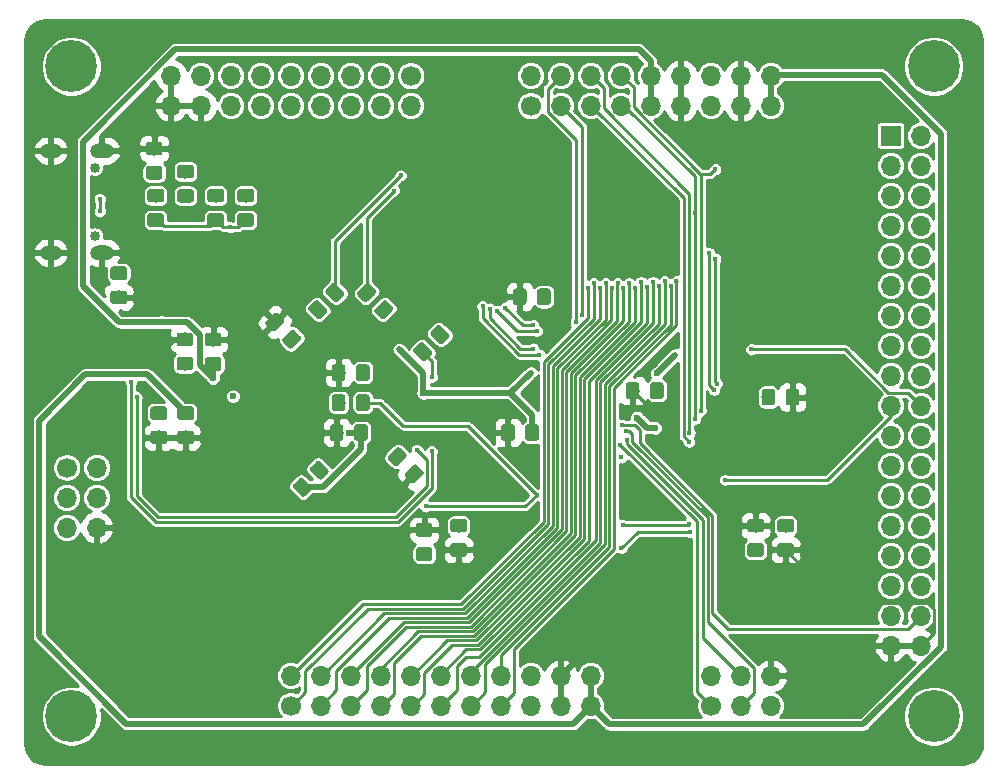
<source format=gbr>
G04 #@! TF.GenerationSoftware,KiCad,Pcbnew,(5.1.2-1)-1*
G04 #@! TF.CreationDate,2020-03-21T01:38:33+05:30*
G04 #@! TF.ProjectId,Mega,4d656761-2e6b-4696-9361-645f70636258,rev?*
G04 #@! TF.SameCoordinates,Original*
G04 #@! TF.FileFunction,Copper,L2,Bot*
G04 #@! TF.FilePolarity,Positive*
%FSLAX46Y46*%
G04 Gerber Fmt 4.6, Leading zero omitted, Abs format (unit mm)*
G04 Created by KiCad (PCBNEW (5.1.2-1)-1) date 2020-03-21 01:38:33*
%MOMM*%
%LPD*%
G04 APERTURE LIST*
%ADD10O,1.700000X1.700000*%
%ADD11C,1.700000*%
%ADD12C,0.700000*%
%ADD13C,4.400000*%
%ADD14C,0.850000*%
%ADD15O,1.828800X1.270000*%
%ADD16O,2.032000X1.270000*%
%ADD17C,0.100000*%
%ADD18C,1.150000*%
%ADD19R,1.700000X1.700000*%
%ADD20C,0.600000*%
%ADD21C,0.450000*%
%ADD22C,0.254000*%
%ADD23C,0.508000*%
G04 APERTURE END LIST*
D10*
X19140000Y-56040000D03*
X16600000Y-56040000D03*
X19140000Y-53500000D03*
X16600000Y-53500000D03*
X19140000Y-50960000D03*
D11*
X16600000Y-50960000D03*
D12*
X18166726Y-15833274D03*
X17000000Y-15350000D03*
X15833274Y-15833274D03*
X15350000Y-17000000D03*
X15833274Y-18166726D03*
X17000000Y-18650000D03*
X18166726Y-18166726D03*
X18650000Y-17000000D03*
D13*
X17000000Y-17000000D03*
D12*
X91166726Y-70833274D03*
X90000000Y-70350000D03*
X88833274Y-70833274D03*
X88350000Y-72000000D03*
X88833274Y-73166726D03*
X90000000Y-73650000D03*
X91166726Y-73166726D03*
X91650000Y-72000000D03*
D13*
X90000000Y-72000000D03*
D12*
X91166726Y-15833274D03*
X90000000Y-15350000D03*
X88833274Y-15833274D03*
X88350000Y-17000000D03*
X88833274Y-18166726D03*
X90000000Y-18650000D03*
X91166726Y-18166726D03*
X91650000Y-17000000D03*
D13*
X90000000Y-17000000D03*
D12*
X18166726Y-70833274D03*
X17000000Y-70350000D03*
X15833274Y-70833274D03*
X15350000Y-72000000D03*
X15833274Y-73166726D03*
X17000000Y-73650000D03*
X18166726Y-73166726D03*
X18650000Y-72000000D03*
D13*
X17000000Y-72000000D03*
D14*
X18950000Y-25560000D03*
X18950000Y-31330000D03*
D15*
X15240000Y-24130000D03*
D16*
X19558000Y-24130000D03*
D15*
X15240000Y-32766000D03*
D16*
X19558000Y-32766000D03*
D17*
G36*
X32224505Y-27366204D02*
G01*
X32248773Y-27369804D01*
X32272572Y-27375765D01*
X32295671Y-27384030D01*
X32317850Y-27394520D01*
X32338893Y-27407132D01*
X32358599Y-27421747D01*
X32376777Y-27438223D01*
X32393253Y-27456401D01*
X32407868Y-27476107D01*
X32420480Y-27497150D01*
X32430970Y-27519329D01*
X32439235Y-27542428D01*
X32445196Y-27566227D01*
X32448796Y-27590495D01*
X32450000Y-27614999D01*
X32450000Y-28265001D01*
X32448796Y-28289505D01*
X32445196Y-28313773D01*
X32439235Y-28337572D01*
X32430970Y-28360671D01*
X32420480Y-28382850D01*
X32407868Y-28403893D01*
X32393253Y-28423599D01*
X32376777Y-28441777D01*
X32358599Y-28458253D01*
X32338893Y-28472868D01*
X32317850Y-28485480D01*
X32295671Y-28495970D01*
X32272572Y-28504235D01*
X32248773Y-28510196D01*
X32224505Y-28513796D01*
X32200001Y-28515000D01*
X31299999Y-28515000D01*
X31275495Y-28513796D01*
X31251227Y-28510196D01*
X31227428Y-28504235D01*
X31204329Y-28495970D01*
X31182150Y-28485480D01*
X31161107Y-28472868D01*
X31141401Y-28458253D01*
X31123223Y-28441777D01*
X31106747Y-28423599D01*
X31092132Y-28403893D01*
X31079520Y-28382850D01*
X31069030Y-28360671D01*
X31060765Y-28337572D01*
X31054804Y-28313773D01*
X31051204Y-28289505D01*
X31050000Y-28265001D01*
X31050000Y-27614999D01*
X31051204Y-27590495D01*
X31054804Y-27566227D01*
X31060765Y-27542428D01*
X31069030Y-27519329D01*
X31079520Y-27497150D01*
X31092132Y-27476107D01*
X31106747Y-27456401D01*
X31123223Y-27438223D01*
X31141401Y-27421747D01*
X31161107Y-27407132D01*
X31182150Y-27394520D01*
X31204329Y-27384030D01*
X31227428Y-27375765D01*
X31251227Y-27369804D01*
X31275495Y-27366204D01*
X31299999Y-27365000D01*
X32200001Y-27365000D01*
X32224505Y-27366204D01*
X32224505Y-27366204D01*
G37*
D18*
X31750000Y-27940000D03*
D17*
G36*
X32224505Y-29416204D02*
G01*
X32248773Y-29419804D01*
X32272572Y-29425765D01*
X32295671Y-29434030D01*
X32317850Y-29444520D01*
X32338893Y-29457132D01*
X32358599Y-29471747D01*
X32376777Y-29488223D01*
X32393253Y-29506401D01*
X32407868Y-29526107D01*
X32420480Y-29547150D01*
X32430970Y-29569329D01*
X32439235Y-29592428D01*
X32445196Y-29616227D01*
X32448796Y-29640495D01*
X32450000Y-29664999D01*
X32450000Y-30315001D01*
X32448796Y-30339505D01*
X32445196Y-30363773D01*
X32439235Y-30387572D01*
X32430970Y-30410671D01*
X32420480Y-30432850D01*
X32407868Y-30453893D01*
X32393253Y-30473599D01*
X32376777Y-30491777D01*
X32358599Y-30508253D01*
X32338893Y-30522868D01*
X32317850Y-30535480D01*
X32295671Y-30545970D01*
X32272572Y-30554235D01*
X32248773Y-30560196D01*
X32224505Y-30563796D01*
X32200001Y-30565000D01*
X31299999Y-30565000D01*
X31275495Y-30563796D01*
X31251227Y-30560196D01*
X31227428Y-30554235D01*
X31204329Y-30545970D01*
X31182150Y-30535480D01*
X31161107Y-30522868D01*
X31141401Y-30508253D01*
X31123223Y-30491777D01*
X31106747Y-30473599D01*
X31092132Y-30453893D01*
X31079520Y-30432850D01*
X31069030Y-30410671D01*
X31060765Y-30387572D01*
X31054804Y-30363773D01*
X31051204Y-30339505D01*
X31050000Y-30315001D01*
X31050000Y-29664999D01*
X31051204Y-29640495D01*
X31054804Y-29616227D01*
X31060765Y-29592428D01*
X31069030Y-29569329D01*
X31079520Y-29547150D01*
X31092132Y-29526107D01*
X31106747Y-29506401D01*
X31123223Y-29488223D01*
X31141401Y-29471747D01*
X31161107Y-29457132D01*
X31182150Y-29444520D01*
X31204329Y-29434030D01*
X31227428Y-29425765D01*
X31251227Y-29419804D01*
X31275495Y-29416204D01*
X31299999Y-29415000D01*
X32200001Y-29415000D01*
X32224505Y-29416204D01*
X32224505Y-29416204D01*
G37*
D18*
X31750000Y-29990000D03*
D17*
G36*
X29684505Y-27366204D02*
G01*
X29708773Y-27369804D01*
X29732572Y-27375765D01*
X29755671Y-27384030D01*
X29777850Y-27394520D01*
X29798893Y-27407132D01*
X29818599Y-27421747D01*
X29836777Y-27438223D01*
X29853253Y-27456401D01*
X29867868Y-27476107D01*
X29880480Y-27497150D01*
X29890970Y-27519329D01*
X29899235Y-27542428D01*
X29905196Y-27566227D01*
X29908796Y-27590495D01*
X29910000Y-27614999D01*
X29910000Y-28265001D01*
X29908796Y-28289505D01*
X29905196Y-28313773D01*
X29899235Y-28337572D01*
X29890970Y-28360671D01*
X29880480Y-28382850D01*
X29867868Y-28403893D01*
X29853253Y-28423599D01*
X29836777Y-28441777D01*
X29818599Y-28458253D01*
X29798893Y-28472868D01*
X29777850Y-28485480D01*
X29755671Y-28495970D01*
X29732572Y-28504235D01*
X29708773Y-28510196D01*
X29684505Y-28513796D01*
X29660001Y-28515000D01*
X28759999Y-28515000D01*
X28735495Y-28513796D01*
X28711227Y-28510196D01*
X28687428Y-28504235D01*
X28664329Y-28495970D01*
X28642150Y-28485480D01*
X28621107Y-28472868D01*
X28601401Y-28458253D01*
X28583223Y-28441777D01*
X28566747Y-28423599D01*
X28552132Y-28403893D01*
X28539520Y-28382850D01*
X28529030Y-28360671D01*
X28520765Y-28337572D01*
X28514804Y-28313773D01*
X28511204Y-28289505D01*
X28510000Y-28265001D01*
X28510000Y-27614999D01*
X28511204Y-27590495D01*
X28514804Y-27566227D01*
X28520765Y-27542428D01*
X28529030Y-27519329D01*
X28539520Y-27497150D01*
X28552132Y-27476107D01*
X28566747Y-27456401D01*
X28583223Y-27438223D01*
X28601401Y-27421747D01*
X28621107Y-27407132D01*
X28642150Y-27394520D01*
X28664329Y-27384030D01*
X28687428Y-27375765D01*
X28711227Y-27369804D01*
X28735495Y-27366204D01*
X28759999Y-27365000D01*
X29660001Y-27365000D01*
X29684505Y-27366204D01*
X29684505Y-27366204D01*
G37*
D18*
X29210000Y-27940000D03*
D17*
G36*
X29684505Y-29416204D02*
G01*
X29708773Y-29419804D01*
X29732572Y-29425765D01*
X29755671Y-29434030D01*
X29777850Y-29444520D01*
X29798893Y-29457132D01*
X29818599Y-29471747D01*
X29836777Y-29488223D01*
X29853253Y-29506401D01*
X29867868Y-29526107D01*
X29880480Y-29547150D01*
X29890970Y-29569329D01*
X29899235Y-29592428D01*
X29905196Y-29616227D01*
X29908796Y-29640495D01*
X29910000Y-29664999D01*
X29910000Y-30315001D01*
X29908796Y-30339505D01*
X29905196Y-30363773D01*
X29899235Y-30387572D01*
X29890970Y-30410671D01*
X29880480Y-30432850D01*
X29867868Y-30453893D01*
X29853253Y-30473599D01*
X29836777Y-30491777D01*
X29818599Y-30508253D01*
X29798893Y-30522868D01*
X29777850Y-30535480D01*
X29755671Y-30545970D01*
X29732572Y-30554235D01*
X29708773Y-30560196D01*
X29684505Y-30563796D01*
X29660001Y-30565000D01*
X28759999Y-30565000D01*
X28735495Y-30563796D01*
X28711227Y-30560196D01*
X28687428Y-30554235D01*
X28664329Y-30545970D01*
X28642150Y-30535480D01*
X28621107Y-30522868D01*
X28601401Y-30508253D01*
X28583223Y-30491777D01*
X28566747Y-30473599D01*
X28552132Y-30453893D01*
X28539520Y-30432850D01*
X28529030Y-30410671D01*
X28520765Y-30387572D01*
X28514804Y-30363773D01*
X28511204Y-30339505D01*
X28510000Y-30315001D01*
X28510000Y-29664999D01*
X28511204Y-29640495D01*
X28514804Y-29616227D01*
X28520765Y-29592428D01*
X28529030Y-29569329D01*
X28539520Y-29547150D01*
X28552132Y-29526107D01*
X28566747Y-29506401D01*
X28583223Y-29488223D01*
X28601401Y-29471747D01*
X28621107Y-29457132D01*
X28642150Y-29444520D01*
X28664329Y-29434030D01*
X28687428Y-29425765D01*
X28711227Y-29419804D01*
X28735495Y-29416204D01*
X28759999Y-29415000D01*
X29660001Y-29415000D01*
X29684505Y-29416204D01*
X29684505Y-29416204D01*
G37*
D18*
X29210000Y-29990000D03*
D17*
G36*
X27124505Y-27376204D02*
G01*
X27148773Y-27379804D01*
X27172572Y-27385765D01*
X27195671Y-27394030D01*
X27217850Y-27404520D01*
X27238893Y-27417132D01*
X27258599Y-27431747D01*
X27276777Y-27448223D01*
X27293253Y-27466401D01*
X27307868Y-27486107D01*
X27320480Y-27507150D01*
X27330970Y-27529329D01*
X27339235Y-27552428D01*
X27345196Y-27576227D01*
X27348796Y-27600495D01*
X27350000Y-27624999D01*
X27350000Y-28275001D01*
X27348796Y-28299505D01*
X27345196Y-28323773D01*
X27339235Y-28347572D01*
X27330970Y-28370671D01*
X27320480Y-28392850D01*
X27307868Y-28413893D01*
X27293253Y-28433599D01*
X27276777Y-28451777D01*
X27258599Y-28468253D01*
X27238893Y-28482868D01*
X27217850Y-28495480D01*
X27195671Y-28505970D01*
X27172572Y-28514235D01*
X27148773Y-28520196D01*
X27124505Y-28523796D01*
X27100001Y-28525000D01*
X26199999Y-28525000D01*
X26175495Y-28523796D01*
X26151227Y-28520196D01*
X26127428Y-28514235D01*
X26104329Y-28505970D01*
X26082150Y-28495480D01*
X26061107Y-28482868D01*
X26041401Y-28468253D01*
X26023223Y-28451777D01*
X26006747Y-28433599D01*
X25992132Y-28413893D01*
X25979520Y-28392850D01*
X25969030Y-28370671D01*
X25960765Y-28347572D01*
X25954804Y-28323773D01*
X25951204Y-28299505D01*
X25950000Y-28275001D01*
X25950000Y-27624999D01*
X25951204Y-27600495D01*
X25954804Y-27576227D01*
X25960765Y-27552428D01*
X25969030Y-27529329D01*
X25979520Y-27507150D01*
X25992132Y-27486107D01*
X26006747Y-27466401D01*
X26023223Y-27448223D01*
X26041401Y-27431747D01*
X26061107Y-27417132D01*
X26082150Y-27404520D01*
X26104329Y-27394030D01*
X26127428Y-27385765D01*
X26151227Y-27379804D01*
X26175495Y-27376204D01*
X26199999Y-27375000D01*
X27100001Y-27375000D01*
X27124505Y-27376204D01*
X27124505Y-27376204D01*
G37*
D18*
X26650000Y-27950000D03*
D17*
G36*
X27124505Y-25326204D02*
G01*
X27148773Y-25329804D01*
X27172572Y-25335765D01*
X27195671Y-25344030D01*
X27217850Y-25354520D01*
X27238893Y-25367132D01*
X27258599Y-25381747D01*
X27276777Y-25398223D01*
X27293253Y-25416401D01*
X27307868Y-25436107D01*
X27320480Y-25457150D01*
X27330970Y-25479329D01*
X27339235Y-25502428D01*
X27345196Y-25526227D01*
X27348796Y-25550495D01*
X27350000Y-25574999D01*
X27350000Y-26225001D01*
X27348796Y-26249505D01*
X27345196Y-26273773D01*
X27339235Y-26297572D01*
X27330970Y-26320671D01*
X27320480Y-26342850D01*
X27307868Y-26363893D01*
X27293253Y-26383599D01*
X27276777Y-26401777D01*
X27258599Y-26418253D01*
X27238893Y-26432868D01*
X27217850Y-26445480D01*
X27195671Y-26455970D01*
X27172572Y-26464235D01*
X27148773Y-26470196D01*
X27124505Y-26473796D01*
X27100001Y-26475000D01*
X26199999Y-26475000D01*
X26175495Y-26473796D01*
X26151227Y-26470196D01*
X26127428Y-26464235D01*
X26104329Y-26455970D01*
X26082150Y-26445480D01*
X26061107Y-26432868D01*
X26041401Y-26418253D01*
X26023223Y-26401777D01*
X26006747Y-26383599D01*
X25992132Y-26363893D01*
X25979520Y-26342850D01*
X25969030Y-26320671D01*
X25960765Y-26297572D01*
X25954804Y-26273773D01*
X25951204Y-26249505D01*
X25950000Y-26225001D01*
X25950000Y-25574999D01*
X25951204Y-25550495D01*
X25954804Y-25526227D01*
X25960765Y-25502428D01*
X25969030Y-25479329D01*
X25979520Y-25457150D01*
X25992132Y-25436107D01*
X26006747Y-25416401D01*
X26023223Y-25398223D01*
X26041401Y-25381747D01*
X26061107Y-25367132D01*
X26082150Y-25354520D01*
X26104329Y-25344030D01*
X26127428Y-25335765D01*
X26151227Y-25329804D01*
X26175495Y-25326204D01*
X26199999Y-25325000D01*
X27100001Y-25325000D01*
X27124505Y-25326204D01*
X27124505Y-25326204D01*
G37*
D18*
X26650000Y-25900000D03*
D17*
G36*
X24604505Y-27366204D02*
G01*
X24628773Y-27369804D01*
X24652572Y-27375765D01*
X24675671Y-27384030D01*
X24697850Y-27394520D01*
X24718893Y-27407132D01*
X24738599Y-27421747D01*
X24756777Y-27438223D01*
X24773253Y-27456401D01*
X24787868Y-27476107D01*
X24800480Y-27497150D01*
X24810970Y-27519329D01*
X24819235Y-27542428D01*
X24825196Y-27566227D01*
X24828796Y-27590495D01*
X24830000Y-27614999D01*
X24830000Y-28265001D01*
X24828796Y-28289505D01*
X24825196Y-28313773D01*
X24819235Y-28337572D01*
X24810970Y-28360671D01*
X24800480Y-28382850D01*
X24787868Y-28403893D01*
X24773253Y-28423599D01*
X24756777Y-28441777D01*
X24738599Y-28458253D01*
X24718893Y-28472868D01*
X24697850Y-28485480D01*
X24675671Y-28495970D01*
X24652572Y-28504235D01*
X24628773Y-28510196D01*
X24604505Y-28513796D01*
X24580001Y-28515000D01*
X23679999Y-28515000D01*
X23655495Y-28513796D01*
X23631227Y-28510196D01*
X23607428Y-28504235D01*
X23584329Y-28495970D01*
X23562150Y-28485480D01*
X23541107Y-28472868D01*
X23521401Y-28458253D01*
X23503223Y-28441777D01*
X23486747Y-28423599D01*
X23472132Y-28403893D01*
X23459520Y-28382850D01*
X23449030Y-28360671D01*
X23440765Y-28337572D01*
X23434804Y-28313773D01*
X23431204Y-28289505D01*
X23430000Y-28265001D01*
X23430000Y-27614999D01*
X23431204Y-27590495D01*
X23434804Y-27566227D01*
X23440765Y-27542428D01*
X23449030Y-27519329D01*
X23459520Y-27497150D01*
X23472132Y-27476107D01*
X23486747Y-27456401D01*
X23503223Y-27438223D01*
X23521401Y-27421747D01*
X23541107Y-27407132D01*
X23562150Y-27394520D01*
X23584329Y-27384030D01*
X23607428Y-27375765D01*
X23631227Y-27369804D01*
X23655495Y-27366204D01*
X23679999Y-27365000D01*
X24580001Y-27365000D01*
X24604505Y-27366204D01*
X24604505Y-27366204D01*
G37*
D18*
X24130000Y-27940000D03*
D17*
G36*
X24604505Y-29416204D02*
G01*
X24628773Y-29419804D01*
X24652572Y-29425765D01*
X24675671Y-29434030D01*
X24697850Y-29444520D01*
X24718893Y-29457132D01*
X24738599Y-29471747D01*
X24756777Y-29488223D01*
X24773253Y-29506401D01*
X24787868Y-29526107D01*
X24800480Y-29547150D01*
X24810970Y-29569329D01*
X24819235Y-29592428D01*
X24825196Y-29616227D01*
X24828796Y-29640495D01*
X24830000Y-29664999D01*
X24830000Y-30315001D01*
X24828796Y-30339505D01*
X24825196Y-30363773D01*
X24819235Y-30387572D01*
X24810970Y-30410671D01*
X24800480Y-30432850D01*
X24787868Y-30453893D01*
X24773253Y-30473599D01*
X24756777Y-30491777D01*
X24738599Y-30508253D01*
X24718893Y-30522868D01*
X24697850Y-30535480D01*
X24675671Y-30545970D01*
X24652572Y-30554235D01*
X24628773Y-30560196D01*
X24604505Y-30563796D01*
X24580001Y-30565000D01*
X23679999Y-30565000D01*
X23655495Y-30563796D01*
X23631227Y-30560196D01*
X23607428Y-30554235D01*
X23584329Y-30545970D01*
X23562150Y-30535480D01*
X23541107Y-30522868D01*
X23521401Y-30508253D01*
X23503223Y-30491777D01*
X23486747Y-30473599D01*
X23472132Y-30453893D01*
X23459520Y-30432850D01*
X23449030Y-30410671D01*
X23440765Y-30387572D01*
X23434804Y-30363773D01*
X23431204Y-30339505D01*
X23430000Y-30315001D01*
X23430000Y-29664999D01*
X23431204Y-29640495D01*
X23434804Y-29616227D01*
X23440765Y-29592428D01*
X23449030Y-29569329D01*
X23459520Y-29547150D01*
X23472132Y-29526107D01*
X23486747Y-29506401D01*
X23503223Y-29488223D01*
X23521401Y-29471747D01*
X23541107Y-29457132D01*
X23562150Y-29444520D01*
X23584329Y-29434030D01*
X23607428Y-29425765D01*
X23631227Y-29419804D01*
X23655495Y-29416204D01*
X23679999Y-29415000D01*
X24580001Y-29415000D01*
X24604505Y-29416204D01*
X24604505Y-29416204D01*
G37*
D18*
X24130000Y-29990000D03*
D17*
G36*
X21474505Y-33926204D02*
G01*
X21498773Y-33929804D01*
X21522572Y-33935765D01*
X21545671Y-33944030D01*
X21567850Y-33954520D01*
X21588893Y-33967132D01*
X21608599Y-33981747D01*
X21626777Y-33998223D01*
X21643253Y-34016401D01*
X21657868Y-34036107D01*
X21670480Y-34057150D01*
X21680970Y-34079329D01*
X21689235Y-34102428D01*
X21695196Y-34126227D01*
X21698796Y-34150495D01*
X21700000Y-34174999D01*
X21700000Y-34825001D01*
X21698796Y-34849505D01*
X21695196Y-34873773D01*
X21689235Y-34897572D01*
X21680970Y-34920671D01*
X21670480Y-34942850D01*
X21657868Y-34963893D01*
X21643253Y-34983599D01*
X21626777Y-35001777D01*
X21608599Y-35018253D01*
X21588893Y-35032868D01*
X21567850Y-35045480D01*
X21545671Y-35055970D01*
X21522572Y-35064235D01*
X21498773Y-35070196D01*
X21474505Y-35073796D01*
X21450001Y-35075000D01*
X20549999Y-35075000D01*
X20525495Y-35073796D01*
X20501227Y-35070196D01*
X20477428Y-35064235D01*
X20454329Y-35055970D01*
X20432150Y-35045480D01*
X20411107Y-35032868D01*
X20391401Y-35018253D01*
X20373223Y-35001777D01*
X20356747Y-34983599D01*
X20342132Y-34963893D01*
X20329520Y-34942850D01*
X20319030Y-34920671D01*
X20310765Y-34897572D01*
X20304804Y-34873773D01*
X20301204Y-34849505D01*
X20300000Y-34825001D01*
X20300000Y-34174999D01*
X20301204Y-34150495D01*
X20304804Y-34126227D01*
X20310765Y-34102428D01*
X20319030Y-34079329D01*
X20329520Y-34057150D01*
X20342132Y-34036107D01*
X20356747Y-34016401D01*
X20373223Y-33998223D01*
X20391401Y-33981747D01*
X20411107Y-33967132D01*
X20432150Y-33954520D01*
X20454329Y-33944030D01*
X20477428Y-33935765D01*
X20501227Y-33929804D01*
X20525495Y-33926204D01*
X20549999Y-33925000D01*
X21450001Y-33925000D01*
X21474505Y-33926204D01*
X21474505Y-33926204D01*
G37*
D18*
X21000000Y-34500000D03*
D17*
G36*
X21474505Y-35976204D02*
G01*
X21498773Y-35979804D01*
X21522572Y-35985765D01*
X21545671Y-35994030D01*
X21567850Y-36004520D01*
X21588893Y-36017132D01*
X21608599Y-36031747D01*
X21626777Y-36048223D01*
X21643253Y-36066401D01*
X21657868Y-36086107D01*
X21670480Y-36107150D01*
X21680970Y-36129329D01*
X21689235Y-36152428D01*
X21695196Y-36176227D01*
X21698796Y-36200495D01*
X21700000Y-36224999D01*
X21700000Y-36875001D01*
X21698796Y-36899505D01*
X21695196Y-36923773D01*
X21689235Y-36947572D01*
X21680970Y-36970671D01*
X21670480Y-36992850D01*
X21657868Y-37013893D01*
X21643253Y-37033599D01*
X21626777Y-37051777D01*
X21608599Y-37068253D01*
X21588893Y-37082868D01*
X21567850Y-37095480D01*
X21545671Y-37105970D01*
X21522572Y-37114235D01*
X21498773Y-37120196D01*
X21474505Y-37123796D01*
X21450001Y-37125000D01*
X20549999Y-37125000D01*
X20525495Y-37123796D01*
X20501227Y-37120196D01*
X20477428Y-37114235D01*
X20454329Y-37105970D01*
X20432150Y-37095480D01*
X20411107Y-37082868D01*
X20391401Y-37068253D01*
X20373223Y-37051777D01*
X20356747Y-37033599D01*
X20342132Y-37013893D01*
X20329520Y-36992850D01*
X20319030Y-36970671D01*
X20310765Y-36947572D01*
X20304804Y-36923773D01*
X20301204Y-36899505D01*
X20300000Y-36875001D01*
X20300000Y-36224999D01*
X20301204Y-36200495D01*
X20304804Y-36176227D01*
X20310765Y-36152428D01*
X20319030Y-36129329D01*
X20329520Y-36107150D01*
X20342132Y-36086107D01*
X20356747Y-36066401D01*
X20373223Y-36048223D01*
X20391401Y-36031747D01*
X20411107Y-36017132D01*
X20432150Y-36004520D01*
X20454329Y-35994030D01*
X20477428Y-35985765D01*
X20501227Y-35979804D01*
X20525495Y-35976204D01*
X20549999Y-35975000D01*
X21450001Y-35975000D01*
X21474505Y-35976204D01*
X21474505Y-35976204D01*
G37*
D18*
X21000000Y-36550000D03*
D17*
G36*
X24474505Y-25426204D02*
G01*
X24498773Y-25429804D01*
X24522572Y-25435765D01*
X24545671Y-25444030D01*
X24567850Y-25454520D01*
X24588893Y-25467132D01*
X24608599Y-25481747D01*
X24626777Y-25498223D01*
X24643253Y-25516401D01*
X24657868Y-25536107D01*
X24670480Y-25557150D01*
X24680970Y-25579329D01*
X24689235Y-25602428D01*
X24695196Y-25626227D01*
X24698796Y-25650495D01*
X24700000Y-25674999D01*
X24700000Y-26325001D01*
X24698796Y-26349505D01*
X24695196Y-26373773D01*
X24689235Y-26397572D01*
X24680970Y-26420671D01*
X24670480Y-26442850D01*
X24657868Y-26463893D01*
X24643253Y-26483599D01*
X24626777Y-26501777D01*
X24608599Y-26518253D01*
X24588893Y-26532868D01*
X24567850Y-26545480D01*
X24545671Y-26555970D01*
X24522572Y-26564235D01*
X24498773Y-26570196D01*
X24474505Y-26573796D01*
X24450001Y-26575000D01*
X23549999Y-26575000D01*
X23525495Y-26573796D01*
X23501227Y-26570196D01*
X23477428Y-26564235D01*
X23454329Y-26555970D01*
X23432150Y-26545480D01*
X23411107Y-26532868D01*
X23391401Y-26518253D01*
X23373223Y-26501777D01*
X23356747Y-26483599D01*
X23342132Y-26463893D01*
X23329520Y-26442850D01*
X23319030Y-26420671D01*
X23310765Y-26397572D01*
X23304804Y-26373773D01*
X23301204Y-26349505D01*
X23300000Y-26325001D01*
X23300000Y-25674999D01*
X23301204Y-25650495D01*
X23304804Y-25626227D01*
X23310765Y-25602428D01*
X23319030Y-25579329D01*
X23329520Y-25557150D01*
X23342132Y-25536107D01*
X23356747Y-25516401D01*
X23373223Y-25498223D01*
X23391401Y-25481747D01*
X23411107Y-25467132D01*
X23432150Y-25454520D01*
X23454329Y-25444030D01*
X23477428Y-25435765D01*
X23501227Y-25429804D01*
X23525495Y-25426204D01*
X23549999Y-25425000D01*
X24450001Y-25425000D01*
X24474505Y-25426204D01*
X24474505Y-25426204D01*
G37*
D18*
X24000000Y-26000000D03*
D17*
G36*
X24474505Y-23376204D02*
G01*
X24498773Y-23379804D01*
X24522572Y-23385765D01*
X24545671Y-23394030D01*
X24567850Y-23404520D01*
X24588893Y-23417132D01*
X24608599Y-23431747D01*
X24626777Y-23448223D01*
X24643253Y-23466401D01*
X24657868Y-23486107D01*
X24670480Y-23507150D01*
X24680970Y-23529329D01*
X24689235Y-23552428D01*
X24695196Y-23576227D01*
X24698796Y-23600495D01*
X24700000Y-23624999D01*
X24700000Y-24275001D01*
X24698796Y-24299505D01*
X24695196Y-24323773D01*
X24689235Y-24347572D01*
X24680970Y-24370671D01*
X24670480Y-24392850D01*
X24657868Y-24413893D01*
X24643253Y-24433599D01*
X24626777Y-24451777D01*
X24608599Y-24468253D01*
X24588893Y-24482868D01*
X24567850Y-24495480D01*
X24545671Y-24505970D01*
X24522572Y-24514235D01*
X24498773Y-24520196D01*
X24474505Y-24523796D01*
X24450001Y-24525000D01*
X23549999Y-24525000D01*
X23525495Y-24523796D01*
X23501227Y-24520196D01*
X23477428Y-24514235D01*
X23454329Y-24505970D01*
X23432150Y-24495480D01*
X23411107Y-24482868D01*
X23391401Y-24468253D01*
X23373223Y-24451777D01*
X23356747Y-24433599D01*
X23342132Y-24413893D01*
X23329520Y-24392850D01*
X23319030Y-24370671D01*
X23310765Y-24347572D01*
X23304804Y-24323773D01*
X23301204Y-24299505D01*
X23300000Y-24275001D01*
X23300000Y-23624999D01*
X23301204Y-23600495D01*
X23304804Y-23576227D01*
X23310765Y-23552428D01*
X23319030Y-23529329D01*
X23329520Y-23507150D01*
X23342132Y-23486107D01*
X23356747Y-23466401D01*
X23373223Y-23448223D01*
X23391401Y-23431747D01*
X23411107Y-23417132D01*
X23432150Y-23404520D01*
X23454329Y-23394030D01*
X23477428Y-23385765D01*
X23501227Y-23379804D01*
X23525495Y-23376204D01*
X23549999Y-23375000D01*
X24450001Y-23375000D01*
X24474505Y-23376204D01*
X24474505Y-23376204D01*
G37*
D18*
X24000000Y-23950000D03*
D17*
G36*
X41849505Y-47301204D02*
G01*
X41873773Y-47304804D01*
X41897572Y-47310765D01*
X41920671Y-47319030D01*
X41942850Y-47329520D01*
X41963893Y-47342132D01*
X41983599Y-47356747D01*
X42001777Y-47373223D01*
X42018253Y-47391401D01*
X42032868Y-47411107D01*
X42045480Y-47432150D01*
X42055970Y-47454329D01*
X42064235Y-47477428D01*
X42070196Y-47501227D01*
X42073796Y-47525495D01*
X42075000Y-47549999D01*
X42075000Y-48450001D01*
X42073796Y-48474505D01*
X42070196Y-48498773D01*
X42064235Y-48522572D01*
X42055970Y-48545671D01*
X42045480Y-48567850D01*
X42032868Y-48588893D01*
X42018253Y-48608599D01*
X42001777Y-48626777D01*
X41983599Y-48643253D01*
X41963893Y-48657868D01*
X41942850Y-48670480D01*
X41920671Y-48680970D01*
X41897572Y-48689235D01*
X41873773Y-48695196D01*
X41849505Y-48698796D01*
X41825001Y-48700000D01*
X41174999Y-48700000D01*
X41150495Y-48698796D01*
X41126227Y-48695196D01*
X41102428Y-48689235D01*
X41079329Y-48680970D01*
X41057150Y-48670480D01*
X41036107Y-48657868D01*
X41016401Y-48643253D01*
X40998223Y-48626777D01*
X40981747Y-48608599D01*
X40967132Y-48588893D01*
X40954520Y-48567850D01*
X40944030Y-48545671D01*
X40935765Y-48522572D01*
X40929804Y-48498773D01*
X40926204Y-48474505D01*
X40925000Y-48450001D01*
X40925000Y-47549999D01*
X40926204Y-47525495D01*
X40929804Y-47501227D01*
X40935765Y-47477428D01*
X40944030Y-47454329D01*
X40954520Y-47432150D01*
X40967132Y-47411107D01*
X40981747Y-47391401D01*
X40998223Y-47373223D01*
X41016401Y-47356747D01*
X41036107Y-47342132D01*
X41057150Y-47329520D01*
X41079329Y-47319030D01*
X41102428Y-47310765D01*
X41126227Y-47304804D01*
X41150495Y-47301204D01*
X41174999Y-47300000D01*
X41825001Y-47300000D01*
X41849505Y-47301204D01*
X41849505Y-47301204D01*
G37*
D18*
X41500000Y-48000000D03*
D17*
G36*
X39799505Y-47301204D02*
G01*
X39823773Y-47304804D01*
X39847572Y-47310765D01*
X39870671Y-47319030D01*
X39892850Y-47329520D01*
X39913893Y-47342132D01*
X39933599Y-47356747D01*
X39951777Y-47373223D01*
X39968253Y-47391401D01*
X39982868Y-47411107D01*
X39995480Y-47432150D01*
X40005970Y-47454329D01*
X40014235Y-47477428D01*
X40020196Y-47501227D01*
X40023796Y-47525495D01*
X40025000Y-47549999D01*
X40025000Y-48450001D01*
X40023796Y-48474505D01*
X40020196Y-48498773D01*
X40014235Y-48522572D01*
X40005970Y-48545671D01*
X39995480Y-48567850D01*
X39982868Y-48588893D01*
X39968253Y-48608599D01*
X39951777Y-48626777D01*
X39933599Y-48643253D01*
X39913893Y-48657868D01*
X39892850Y-48670480D01*
X39870671Y-48680970D01*
X39847572Y-48689235D01*
X39823773Y-48695196D01*
X39799505Y-48698796D01*
X39775001Y-48700000D01*
X39124999Y-48700000D01*
X39100495Y-48698796D01*
X39076227Y-48695196D01*
X39052428Y-48689235D01*
X39029329Y-48680970D01*
X39007150Y-48670480D01*
X38986107Y-48657868D01*
X38966401Y-48643253D01*
X38948223Y-48626777D01*
X38931747Y-48608599D01*
X38917132Y-48588893D01*
X38904520Y-48567850D01*
X38894030Y-48545671D01*
X38885765Y-48522572D01*
X38879804Y-48498773D01*
X38876204Y-48474505D01*
X38875000Y-48450001D01*
X38875000Y-47549999D01*
X38876204Y-47525495D01*
X38879804Y-47501227D01*
X38885765Y-47477428D01*
X38894030Y-47454329D01*
X38904520Y-47432150D01*
X38917132Y-47411107D01*
X38931747Y-47391401D01*
X38948223Y-47373223D01*
X38966401Y-47356747D01*
X38986107Y-47342132D01*
X39007150Y-47329520D01*
X39029329Y-47319030D01*
X39052428Y-47310765D01*
X39076227Y-47304804D01*
X39100495Y-47301204D01*
X39124999Y-47300000D01*
X39775001Y-47300000D01*
X39799505Y-47301204D01*
X39799505Y-47301204D01*
G37*
D18*
X39450000Y-48000000D03*
D17*
G36*
X57349505Y-35801204D02*
G01*
X57373773Y-35804804D01*
X57397572Y-35810765D01*
X57420671Y-35819030D01*
X57442850Y-35829520D01*
X57463893Y-35842132D01*
X57483599Y-35856747D01*
X57501777Y-35873223D01*
X57518253Y-35891401D01*
X57532868Y-35911107D01*
X57545480Y-35932150D01*
X57555970Y-35954329D01*
X57564235Y-35977428D01*
X57570196Y-36001227D01*
X57573796Y-36025495D01*
X57575000Y-36049999D01*
X57575000Y-36950001D01*
X57573796Y-36974505D01*
X57570196Y-36998773D01*
X57564235Y-37022572D01*
X57555970Y-37045671D01*
X57545480Y-37067850D01*
X57532868Y-37088893D01*
X57518253Y-37108599D01*
X57501777Y-37126777D01*
X57483599Y-37143253D01*
X57463893Y-37157868D01*
X57442850Y-37170480D01*
X57420671Y-37180970D01*
X57397572Y-37189235D01*
X57373773Y-37195196D01*
X57349505Y-37198796D01*
X57325001Y-37200000D01*
X56674999Y-37200000D01*
X56650495Y-37198796D01*
X56626227Y-37195196D01*
X56602428Y-37189235D01*
X56579329Y-37180970D01*
X56557150Y-37170480D01*
X56536107Y-37157868D01*
X56516401Y-37143253D01*
X56498223Y-37126777D01*
X56481747Y-37108599D01*
X56467132Y-37088893D01*
X56454520Y-37067850D01*
X56444030Y-37045671D01*
X56435765Y-37022572D01*
X56429804Y-36998773D01*
X56426204Y-36974505D01*
X56425000Y-36950001D01*
X56425000Y-36049999D01*
X56426204Y-36025495D01*
X56429804Y-36001227D01*
X56435765Y-35977428D01*
X56444030Y-35954329D01*
X56454520Y-35932150D01*
X56467132Y-35911107D01*
X56481747Y-35891401D01*
X56498223Y-35873223D01*
X56516401Y-35856747D01*
X56536107Y-35842132D01*
X56557150Y-35829520D01*
X56579329Y-35819030D01*
X56602428Y-35810765D01*
X56626227Y-35804804D01*
X56650495Y-35801204D01*
X56674999Y-35800000D01*
X57325001Y-35800000D01*
X57349505Y-35801204D01*
X57349505Y-35801204D01*
G37*
D18*
X57000000Y-36500000D03*
D17*
G36*
X55299505Y-35801204D02*
G01*
X55323773Y-35804804D01*
X55347572Y-35810765D01*
X55370671Y-35819030D01*
X55392850Y-35829520D01*
X55413893Y-35842132D01*
X55433599Y-35856747D01*
X55451777Y-35873223D01*
X55468253Y-35891401D01*
X55482868Y-35911107D01*
X55495480Y-35932150D01*
X55505970Y-35954329D01*
X55514235Y-35977428D01*
X55520196Y-36001227D01*
X55523796Y-36025495D01*
X55525000Y-36049999D01*
X55525000Y-36950001D01*
X55523796Y-36974505D01*
X55520196Y-36998773D01*
X55514235Y-37022572D01*
X55505970Y-37045671D01*
X55495480Y-37067850D01*
X55482868Y-37088893D01*
X55468253Y-37108599D01*
X55451777Y-37126777D01*
X55433599Y-37143253D01*
X55413893Y-37157868D01*
X55392850Y-37170480D01*
X55370671Y-37180970D01*
X55347572Y-37189235D01*
X55323773Y-37195196D01*
X55299505Y-37198796D01*
X55275001Y-37200000D01*
X54624999Y-37200000D01*
X54600495Y-37198796D01*
X54576227Y-37195196D01*
X54552428Y-37189235D01*
X54529329Y-37180970D01*
X54507150Y-37170480D01*
X54486107Y-37157868D01*
X54466401Y-37143253D01*
X54448223Y-37126777D01*
X54431747Y-37108599D01*
X54417132Y-37088893D01*
X54404520Y-37067850D01*
X54394030Y-37045671D01*
X54385765Y-37022572D01*
X54379804Y-36998773D01*
X54376204Y-36974505D01*
X54375000Y-36950001D01*
X54375000Y-36049999D01*
X54376204Y-36025495D01*
X54379804Y-36001227D01*
X54385765Y-35977428D01*
X54394030Y-35954329D01*
X54404520Y-35932150D01*
X54417132Y-35911107D01*
X54431747Y-35891401D01*
X54448223Y-35873223D01*
X54466401Y-35856747D01*
X54486107Y-35842132D01*
X54507150Y-35829520D01*
X54529329Y-35819030D01*
X54552428Y-35810765D01*
X54576227Y-35804804D01*
X54600495Y-35801204D01*
X54624999Y-35800000D01*
X55275001Y-35800000D01*
X55299505Y-35801204D01*
X55299505Y-35801204D01*
G37*
D18*
X54950000Y-36500000D03*
D17*
G36*
X76349505Y-44301204D02*
G01*
X76373773Y-44304804D01*
X76397572Y-44310765D01*
X76420671Y-44319030D01*
X76442850Y-44329520D01*
X76463893Y-44342132D01*
X76483599Y-44356747D01*
X76501777Y-44373223D01*
X76518253Y-44391401D01*
X76532868Y-44411107D01*
X76545480Y-44432150D01*
X76555970Y-44454329D01*
X76564235Y-44477428D01*
X76570196Y-44501227D01*
X76573796Y-44525495D01*
X76575000Y-44549999D01*
X76575000Y-45450001D01*
X76573796Y-45474505D01*
X76570196Y-45498773D01*
X76564235Y-45522572D01*
X76555970Y-45545671D01*
X76545480Y-45567850D01*
X76532868Y-45588893D01*
X76518253Y-45608599D01*
X76501777Y-45626777D01*
X76483599Y-45643253D01*
X76463893Y-45657868D01*
X76442850Y-45670480D01*
X76420671Y-45680970D01*
X76397572Y-45689235D01*
X76373773Y-45695196D01*
X76349505Y-45698796D01*
X76325001Y-45700000D01*
X75674999Y-45700000D01*
X75650495Y-45698796D01*
X75626227Y-45695196D01*
X75602428Y-45689235D01*
X75579329Y-45680970D01*
X75557150Y-45670480D01*
X75536107Y-45657868D01*
X75516401Y-45643253D01*
X75498223Y-45626777D01*
X75481747Y-45608599D01*
X75467132Y-45588893D01*
X75454520Y-45567850D01*
X75444030Y-45545671D01*
X75435765Y-45522572D01*
X75429804Y-45498773D01*
X75426204Y-45474505D01*
X75425000Y-45450001D01*
X75425000Y-44549999D01*
X75426204Y-44525495D01*
X75429804Y-44501227D01*
X75435765Y-44477428D01*
X75444030Y-44454329D01*
X75454520Y-44432150D01*
X75467132Y-44411107D01*
X75481747Y-44391401D01*
X75498223Y-44373223D01*
X75516401Y-44356747D01*
X75536107Y-44342132D01*
X75557150Y-44329520D01*
X75579329Y-44319030D01*
X75602428Y-44310765D01*
X75626227Y-44304804D01*
X75650495Y-44301204D01*
X75674999Y-44300000D01*
X76325001Y-44300000D01*
X76349505Y-44301204D01*
X76349505Y-44301204D01*
G37*
D18*
X76000000Y-45000000D03*
D17*
G36*
X78399505Y-44301204D02*
G01*
X78423773Y-44304804D01*
X78447572Y-44310765D01*
X78470671Y-44319030D01*
X78492850Y-44329520D01*
X78513893Y-44342132D01*
X78533599Y-44356747D01*
X78551777Y-44373223D01*
X78568253Y-44391401D01*
X78582868Y-44411107D01*
X78595480Y-44432150D01*
X78605970Y-44454329D01*
X78614235Y-44477428D01*
X78620196Y-44501227D01*
X78623796Y-44525495D01*
X78625000Y-44549999D01*
X78625000Y-45450001D01*
X78623796Y-45474505D01*
X78620196Y-45498773D01*
X78614235Y-45522572D01*
X78605970Y-45545671D01*
X78595480Y-45567850D01*
X78582868Y-45588893D01*
X78568253Y-45608599D01*
X78551777Y-45626777D01*
X78533599Y-45643253D01*
X78513893Y-45657868D01*
X78492850Y-45670480D01*
X78470671Y-45680970D01*
X78447572Y-45689235D01*
X78423773Y-45695196D01*
X78399505Y-45698796D01*
X78375001Y-45700000D01*
X77724999Y-45700000D01*
X77700495Y-45698796D01*
X77676227Y-45695196D01*
X77652428Y-45689235D01*
X77629329Y-45680970D01*
X77607150Y-45670480D01*
X77586107Y-45657868D01*
X77566401Y-45643253D01*
X77548223Y-45626777D01*
X77531747Y-45608599D01*
X77517132Y-45588893D01*
X77504520Y-45567850D01*
X77494030Y-45545671D01*
X77485765Y-45522572D01*
X77479804Y-45498773D01*
X77476204Y-45474505D01*
X77475000Y-45450001D01*
X77475000Y-44549999D01*
X77476204Y-44525495D01*
X77479804Y-44501227D01*
X77485765Y-44477428D01*
X77494030Y-44454329D01*
X77504520Y-44432150D01*
X77517132Y-44411107D01*
X77531747Y-44391401D01*
X77548223Y-44373223D01*
X77566401Y-44356747D01*
X77586107Y-44342132D01*
X77607150Y-44329520D01*
X77629329Y-44319030D01*
X77652428Y-44310765D01*
X77676227Y-44304804D01*
X77700495Y-44301204D01*
X77724999Y-44300000D01*
X78375001Y-44300000D01*
X78399505Y-44301204D01*
X78399505Y-44301204D01*
G37*
D18*
X78050000Y-45000000D03*
D17*
G36*
X56349505Y-47301204D02*
G01*
X56373773Y-47304804D01*
X56397572Y-47310765D01*
X56420671Y-47319030D01*
X56442850Y-47329520D01*
X56463893Y-47342132D01*
X56483599Y-47356747D01*
X56501777Y-47373223D01*
X56518253Y-47391401D01*
X56532868Y-47411107D01*
X56545480Y-47432150D01*
X56555970Y-47454329D01*
X56564235Y-47477428D01*
X56570196Y-47501227D01*
X56573796Y-47525495D01*
X56575000Y-47549999D01*
X56575000Y-48450001D01*
X56573796Y-48474505D01*
X56570196Y-48498773D01*
X56564235Y-48522572D01*
X56555970Y-48545671D01*
X56545480Y-48567850D01*
X56532868Y-48588893D01*
X56518253Y-48608599D01*
X56501777Y-48626777D01*
X56483599Y-48643253D01*
X56463893Y-48657868D01*
X56442850Y-48670480D01*
X56420671Y-48680970D01*
X56397572Y-48689235D01*
X56373773Y-48695196D01*
X56349505Y-48698796D01*
X56325001Y-48700000D01*
X55674999Y-48700000D01*
X55650495Y-48698796D01*
X55626227Y-48695196D01*
X55602428Y-48689235D01*
X55579329Y-48680970D01*
X55557150Y-48670480D01*
X55536107Y-48657868D01*
X55516401Y-48643253D01*
X55498223Y-48626777D01*
X55481747Y-48608599D01*
X55467132Y-48588893D01*
X55454520Y-48567850D01*
X55444030Y-48545671D01*
X55435765Y-48522572D01*
X55429804Y-48498773D01*
X55426204Y-48474505D01*
X55425000Y-48450001D01*
X55425000Y-47549999D01*
X55426204Y-47525495D01*
X55429804Y-47501227D01*
X55435765Y-47477428D01*
X55444030Y-47454329D01*
X55454520Y-47432150D01*
X55467132Y-47411107D01*
X55481747Y-47391401D01*
X55498223Y-47373223D01*
X55516401Y-47356747D01*
X55536107Y-47342132D01*
X55557150Y-47329520D01*
X55579329Y-47319030D01*
X55602428Y-47310765D01*
X55626227Y-47304804D01*
X55650495Y-47301204D01*
X55674999Y-47300000D01*
X56325001Y-47300000D01*
X56349505Y-47301204D01*
X56349505Y-47301204D01*
G37*
D18*
X56000000Y-48000000D03*
D17*
G36*
X54299505Y-47301204D02*
G01*
X54323773Y-47304804D01*
X54347572Y-47310765D01*
X54370671Y-47319030D01*
X54392850Y-47329520D01*
X54413893Y-47342132D01*
X54433599Y-47356747D01*
X54451777Y-47373223D01*
X54468253Y-47391401D01*
X54482868Y-47411107D01*
X54495480Y-47432150D01*
X54505970Y-47454329D01*
X54514235Y-47477428D01*
X54520196Y-47501227D01*
X54523796Y-47525495D01*
X54525000Y-47549999D01*
X54525000Y-48450001D01*
X54523796Y-48474505D01*
X54520196Y-48498773D01*
X54514235Y-48522572D01*
X54505970Y-48545671D01*
X54495480Y-48567850D01*
X54482868Y-48588893D01*
X54468253Y-48608599D01*
X54451777Y-48626777D01*
X54433599Y-48643253D01*
X54413893Y-48657868D01*
X54392850Y-48670480D01*
X54370671Y-48680970D01*
X54347572Y-48689235D01*
X54323773Y-48695196D01*
X54299505Y-48698796D01*
X54275001Y-48700000D01*
X53624999Y-48700000D01*
X53600495Y-48698796D01*
X53576227Y-48695196D01*
X53552428Y-48689235D01*
X53529329Y-48680970D01*
X53507150Y-48670480D01*
X53486107Y-48657868D01*
X53466401Y-48643253D01*
X53448223Y-48626777D01*
X53431747Y-48608599D01*
X53417132Y-48588893D01*
X53404520Y-48567850D01*
X53394030Y-48545671D01*
X53385765Y-48522572D01*
X53379804Y-48498773D01*
X53376204Y-48474505D01*
X53375000Y-48450001D01*
X53375000Y-47549999D01*
X53376204Y-47525495D01*
X53379804Y-47501227D01*
X53385765Y-47477428D01*
X53394030Y-47454329D01*
X53404520Y-47432150D01*
X53417132Y-47411107D01*
X53431747Y-47391401D01*
X53448223Y-47373223D01*
X53466401Y-47356747D01*
X53486107Y-47342132D01*
X53507150Y-47329520D01*
X53529329Y-47319030D01*
X53552428Y-47310765D01*
X53576227Y-47304804D01*
X53600495Y-47301204D01*
X53624999Y-47300000D01*
X54275001Y-47300000D01*
X54299505Y-47301204D01*
X54299505Y-47301204D01*
G37*
D18*
X53950000Y-48000000D03*
D10*
X60960000Y-68580000D03*
X60960000Y-71120000D03*
X58420000Y-68580000D03*
X58420000Y-71120000D03*
X55880000Y-68580000D03*
X55880000Y-71120000D03*
X53340000Y-68580000D03*
X53340000Y-71120000D03*
X50800000Y-68580000D03*
X50800000Y-71120000D03*
X48260000Y-68580000D03*
X48260000Y-71120000D03*
X45720000Y-68580000D03*
X45720000Y-71120000D03*
X43180000Y-68580000D03*
X43180000Y-71120000D03*
X40640000Y-68580000D03*
X40640000Y-71120000D03*
X38100000Y-68580000D03*
X38100000Y-71120000D03*
X35560000Y-68580000D03*
D11*
X35560000Y-71120000D03*
D10*
X76200000Y-68580000D03*
X76200000Y-71120000D03*
X73660000Y-68580000D03*
X73660000Y-71120000D03*
X71120000Y-68580000D03*
D11*
X71120000Y-71120000D03*
D10*
X88900000Y-66040000D03*
X86360000Y-66040000D03*
X88900000Y-63500000D03*
X86360000Y-63500000D03*
X88900000Y-60960000D03*
X86360000Y-60960000D03*
X88900000Y-58420000D03*
X86360000Y-58420000D03*
X88900000Y-55880000D03*
X86360000Y-55880000D03*
X88900000Y-53340000D03*
X86360000Y-53340000D03*
X88900000Y-50800000D03*
X86360000Y-50800000D03*
X88900000Y-48260000D03*
X86360000Y-48260000D03*
X88900000Y-45720000D03*
X86360000Y-45720000D03*
X88900000Y-43180000D03*
X86360000Y-43180000D03*
X88900000Y-40640000D03*
X86360000Y-40640000D03*
X88900000Y-38100000D03*
X86360000Y-38100000D03*
X88900000Y-35560000D03*
X86360000Y-35560000D03*
X88900000Y-33020000D03*
X86360000Y-33020000D03*
X88900000Y-30480000D03*
X86360000Y-30480000D03*
X88900000Y-27940000D03*
X86360000Y-27940000D03*
X88900000Y-25400000D03*
X86360000Y-25400000D03*
X88900000Y-22860000D03*
D19*
X86360000Y-22860000D03*
D10*
X76200000Y-17780000D03*
X76200000Y-20320000D03*
X73660000Y-17780000D03*
X73660000Y-20320000D03*
X71120000Y-17780000D03*
X71120000Y-20320000D03*
X68580000Y-17780000D03*
X68580000Y-20320000D03*
X66040000Y-17780000D03*
X66040000Y-20320000D03*
X63500000Y-17780000D03*
X63500000Y-20320000D03*
X60960000Y-17780000D03*
X60960000Y-20320000D03*
X58420000Y-17780000D03*
X58420000Y-20320000D03*
X55880000Y-17780000D03*
D11*
X55880000Y-20320000D03*
D10*
X25400000Y-20320000D03*
X25400000Y-17780000D03*
X27940000Y-20320000D03*
X27940000Y-17780000D03*
X30480000Y-20320000D03*
X30480000Y-17780000D03*
X33020000Y-20320000D03*
X33020000Y-17780000D03*
X35560000Y-20320000D03*
X35560000Y-17780000D03*
X38100000Y-20320000D03*
X38100000Y-17780000D03*
X40640000Y-20320000D03*
X40640000Y-17780000D03*
X43180000Y-20320000D03*
X43180000Y-17780000D03*
X45720000Y-20320000D03*
D11*
X45720000Y-17780000D03*
D17*
G36*
X35762676Y-39288980D02*
G01*
X35786944Y-39292580D01*
X35810743Y-39298541D01*
X35833842Y-39306806D01*
X35856021Y-39317296D01*
X35877064Y-39329908D01*
X35896770Y-39344523D01*
X35914948Y-39360999D01*
X36374569Y-39820620D01*
X36391045Y-39838798D01*
X36405660Y-39858504D01*
X36418272Y-39879547D01*
X36428762Y-39901726D01*
X36437027Y-39924825D01*
X36442988Y-39948624D01*
X36446588Y-39972892D01*
X36447792Y-39997396D01*
X36446588Y-40021900D01*
X36442988Y-40046168D01*
X36437027Y-40069967D01*
X36428762Y-40093066D01*
X36418272Y-40115245D01*
X36405660Y-40136288D01*
X36391045Y-40155994D01*
X36374569Y-40174172D01*
X35738172Y-40810569D01*
X35719994Y-40827045D01*
X35700288Y-40841660D01*
X35679245Y-40854272D01*
X35657066Y-40864762D01*
X35633967Y-40873027D01*
X35610168Y-40878988D01*
X35585900Y-40882588D01*
X35561396Y-40883792D01*
X35536892Y-40882588D01*
X35512624Y-40878988D01*
X35488825Y-40873027D01*
X35465726Y-40864762D01*
X35443547Y-40854272D01*
X35422504Y-40841660D01*
X35402798Y-40827045D01*
X35384620Y-40810569D01*
X34924999Y-40350948D01*
X34908523Y-40332770D01*
X34893908Y-40313064D01*
X34881296Y-40292021D01*
X34870806Y-40269842D01*
X34862541Y-40246743D01*
X34856580Y-40222944D01*
X34852980Y-40198676D01*
X34851776Y-40174172D01*
X34852980Y-40149668D01*
X34856580Y-40125400D01*
X34862541Y-40101601D01*
X34870806Y-40078502D01*
X34881296Y-40056323D01*
X34893908Y-40035280D01*
X34908523Y-40015574D01*
X34924999Y-39997396D01*
X35561396Y-39360999D01*
X35579574Y-39344523D01*
X35599280Y-39329908D01*
X35620323Y-39317296D01*
X35642502Y-39306806D01*
X35665601Y-39298541D01*
X35689400Y-39292580D01*
X35713668Y-39288980D01*
X35738172Y-39287776D01*
X35762676Y-39288980D01*
X35762676Y-39288980D01*
G37*
D18*
X35649784Y-40085784D03*
D17*
G36*
X34313108Y-37839412D02*
G01*
X34337376Y-37843012D01*
X34361175Y-37848973D01*
X34384274Y-37857238D01*
X34406453Y-37867728D01*
X34427496Y-37880340D01*
X34447202Y-37894955D01*
X34465380Y-37911431D01*
X34925001Y-38371052D01*
X34941477Y-38389230D01*
X34956092Y-38408936D01*
X34968704Y-38429979D01*
X34979194Y-38452158D01*
X34987459Y-38475257D01*
X34993420Y-38499056D01*
X34997020Y-38523324D01*
X34998224Y-38547828D01*
X34997020Y-38572332D01*
X34993420Y-38596600D01*
X34987459Y-38620399D01*
X34979194Y-38643498D01*
X34968704Y-38665677D01*
X34956092Y-38686720D01*
X34941477Y-38706426D01*
X34925001Y-38724604D01*
X34288604Y-39361001D01*
X34270426Y-39377477D01*
X34250720Y-39392092D01*
X34229677Y-39404704D01*
X34207498Y-39415194D01*
X34184399Y-39423459D01*
X34160600Y-39429420D01*
X34136332Y-39433020D01*
X34111828Y-39434224D01*
X34087324Y-39433020D01*
X34063056Y-39429420D01*
X34039257Y-39423459D01*
X34016158Y-39415194D01*
X33993979Y-39404704D01*
X33972936Y-39392092D01*
X33953230Y-39377477D01*
X33935052Y-39361001D01*
X33475431Y-38901380D01*
X33458955Y-38883202D01*
X33444340Y-38863496D01*
X33431728Y-38842453D01*
X33421238Y-38820274D01*
X33412973Y-38797175D01*
X33407012Y-38773376D01*
X33403412Y-38749108D01*
X33402208Y-38724604D01*
X33403412Y-38700100D01*
X33407012Y-38675832D01*
X33412973Y-38652033D01*
X33421238Y-38628934D01*
X33431728Y-38606755D01*
X33444340Y-38585712D01*
X33458955Y-38566006D01*
X33475431Y-38547828D01*
X34111828Y-37911431D01*
X34130006Y-37894955D01*
X34149712Y-37880340D01*
X34170755Y-37867728D01*
X34192934Y-37857238D01*
X34216033Y-37848973D01*
X34239832Y-37843012D01*
X34264100Y-37839412D01*
X34288604Y-37838208D01*
X34313108Y-37839412D01*
X34313108Y-37839412D01*
G37*
D18*
X34200216Y-38636216D03*
D17*
G36*
X48121684Y-38901628D02*
G01*
X48145952Y-38905228D01*
X48169751Y-38911189D01*
X48192850Y-38919454D01*
X48215029Y-38929944D01*
X48236072Y-38942556D01*
X48255778Y-38957171D01*
X48273956Y-38973647D01*
X48910353Y-39610044D01*
X48926829Y-39628222D01*
X48941444Y-39647928D01*
X48954056Y-39668971D01*
X48964546Y-39691150D01*
X48972811Y-39714249D01*
X48978772Y-39738048D01*
X48982372Y-39762316D01*
X48983576Y-39786820D01*
X48982372Y-39811324D01*
X48978772Y-39835592D01*
X48972811Y-39859391D01*
X48964546Y-39882490D01*
X48954056Y-39904669D01*
X48941444Y-39925712D01*
X48926829Y-39945418D01*
X48910353Y-39963596D01*
X48450732Y-40423217D01*
X48432554Y-40439693D01*
X48412848Y-40454308D01*
X48391805Y-40466920D01*
X48369626Y-40477410D01*
X48346527Y-40485675D01*
X48322728Y-40491636D01*
X48298460Y-40495236D01*
X48273956Y-40496440D01*
X48249452Y-40495236D01*
X48225184Y-40491636D01*
X48201385Y-40485675D01*
X48178286Y-40477410D01*
X48156107Y-40466920D01*
X48135064Y-40454308D01*
X48115358Y-40439693D01*
X48097180Y-40423217D01*
X47460783Y-39786820D01*
X47444307Y-39768642D01*
X47429692Y-39748936D01*
X47417080Y-39727893D01*
X47406590Y-39705714D01*
X47398325Y-39682615D01*
X47392364Y-39658816D01*
X47388764Y-39634548D01*
X47387560Y-39610044D01*
X47388764Y-39585540D01*
X47392364Y-39561272D01*
X47398325Y-39537473D01*
X47406590Y-39514374D01*
X47417080Y-39492195D01*
X47429692Y-39471152D01*
X47444307Y-39451446D01*
X47460783Y-39433268D01*
X47920404Y-38973647D01*
X47938582Y-38957171D01*
X47958288Y-38942556D01*
X47979331Y-38929944D01*
X48001510Y-38919454D01*
X48024609Y-38911189D01*
X48048408Y-38905228D01*
X48072676Y-38901628D01*
X48097180Y-38900424D01*
X48121684Y-38901628D01*
X48121684Y-38901628D01*
G37*
D18*
X48185568Y-39698432D03*
D17*
G36*
X46672116Y-40351196D02*
G01*
X46696384Y-40354796D01*
X46720183Y-40360757D01*
X46743282Y-40369022D01*
X46765461Y-40379512D01*
X46786504Y-40392124D01*
X46806210Y-40406739D01*
X46824388Y-40423215D01*
X47460785Y-41059612D01*
X47477261Y-41077790D01*
X47491876Y-41097496D01*
X47504488Y-41118539D01*
X47514978Y-41140718D01*
X47523243Y-41163817D01*
X47529204Y-41187616D01*
X47532804Y-41211884D01*
X47534008Y-41236388D01*
X47532804Y-41260892D01*
X47529204Y-41285160D01*
X47523243Y-41308959D01*
X47514978Y-41332058D01*
X47504488Y-41354237D01*
X47491876Y-41375280D01*
X47477261Y-41394986D01*
X47460785Y-41413164D01*
X47001164Y-41872785D01*
X46982986Y-41889261D01*
X46963280Y-41903876D01*
X46942237Y-41916488D01*
X46920058Y-41926978D01*
X46896959Y-41935243D01*
X46873160Y-41941204D01*
X46848892Y-41944804D01*
X46824388Y-41946008D01*
X46799884Y-41944804D01*
X46775616Y-41941204D01*
X46751817Y-41935243D01*
X46728718Y-41926978D01*
X46706539Y-41916488D01*
X46685496Y-41903876D01*
X46665790Y-41889261D01*
X46647612Y-41872785D01*
X46011215Y-41236388D01*
X45994739Y-41218210D01*
X45980124Y-41198504D01*
X45967512Y-41177461D01*
X45957022Y-41155282D01*
X45948757Y-41132183D01*
X45942796Y-41108384D01*
X45939196Y-41084116D01*
X45937992Y-41059612D01*
X45939196Y-41035108D01*
X45942796Y-41010840D01*
X45948757Y-40987041D01*
X45957022Y-40963942D01*
X45967512Y-40941763D01*
X45980124Y-40920720D01*
X45994739Y-40901014D01*
X46011215Y-40882836D01*
X46470836Y-40423215D01*
X46489014Y-40406739D01*
X46508720Y-40392124D01*
X46529763Y-40379512D01*
X46551942Y-40369022D01*
X46575041Y-40360757D01*
X46598840Y-40354796D01*
X46623108Y-40351196D01*
X46647612Y-40349992D01*
X46672116Y-40351196D01*
X46672116Y-40351196D01*
G37*
D18*
X46736000Y-41148000D03*
D17*
G36*
X36459548Y-51833764D02*
G01*
X36483816Y-51837364D01*
X36507615Y-51843325D01*
X36530714Y-51851590D01*
X36552893Y-51862080D01*
X36573936Y-51874692D01*
X36593642Y-51889307D01*
X36611820Y-51905783D01*
X37248217Y-52542180D01*
X37264693Y-52560358D01*
X37279308Y-52580064D01*
X37291920Y-52601107D01*
X37302410Y-52623286D01*
X37310675Y-52646385D01*
X37316636Y-52670184D01*
X37320236Y-52694452D01*
X37321440Y-52718956D01*
X37320236Y-52743460D01*
X37316636Y-52767728D01*
X37310675Y-52791527D01*
X37302410Y-52814626D01*
X37291920Y-52836805D01*
X37279308Y-52857848D01*
X37264693Y-52877554D01*
X37248217Y-52895732D01*
X36788596Y-53355353D01*
X36770418Y-53371829D01*
X36750712Y-53386444D01*
X36729669Y-53399056D01*
X36707490Y-53409546D01*
X36684391Y-53417811D01*
X36660592Y-53423772D01*
X36636324Y-53427372D01*
X36611820Y-53428576D01*
X36587316Y-53427372D01*
X36563048Y-53423772D01*
X36539249Y-53417811D01*
X36516150Y-53409546D01*
X36493971Y-53399056D01*
X36472928Y-53386444D01*
X36453222Y-53371829D01*
X36435044Y-53355353D01*
X35798647Y-52718956D01*
X35782171Y-52700778D01*
X35767556Y-52681072D01*
X35754944Y-52660029D01*
X35744454Y-52637850D01*
X35736189Y-52614751D01*
X35730228Y-52590952D01*
X35726628Y-52566684D01*
X35725424Y-52542180D01*
X35726628Y-52517676D01*
X35730228Y-52493408D01*
X35736189Y-52469609D01*
X35744454Y-52446510D01*
X35754944Y-52424331D01*
X35767556Y-52403288D01*
X35782171Y-52383582D01*
X35798647Y-52365404D01*
X36258268Y-51905783D01*
X36276446Y-51889307D01*
X36296152Y-51874692D01*
X36317195Y-51862080D01*
X36339374Y-51851590D01*
X36362473Y-51843325D01*
X36386272Y-51837364D01*
X36410540Y-51833764D01*
X36435044Y-51832560D01*
X36459548Y-51833764D01*
X36459548Y-51833764D01*
G37*
D18*
X36523432Y-52630568D03*
D17*
G36*
X37909116Y-50384196D02*
G01*
X37933384Y-50387796D01*
X37957183Y-50393757D01*
X37980282Y-50402022D01*
X38002461Y-50412512D01*
X38023504Y-50425124D01*
X38043210Y-50439739D01*
X38061388Y-50456215D01*
X38697785Y-51092612D01*
X38714261Y-51110790D01*
X38728876Y-51130496D01*
X38741488Y-51151539D01*
X38751978Y-51173718D01*
X38760243Y-51196817D01*
X38766204Y-51220616D01*
X38769804Y-51244884D01*
X38771008Y-51269388D01*
X38769804Y-51293892D01*
X38766204Y-51318160D01*
X38760243Y-51341959D01*
X38751978Y-51365058D01*
X38741488Y-51387237D01*
X38728876Y-51408280D01*
X38714261Y-51427986D01*
X38697785Y-51446164D01*
X38238164Y-51905785D01*
X38219986Y-51922261D01*
X38200280Y-51936876D01*
X38179237Y-51949488D01*
X38157058Y-51959978D01*
X38133959Y-51968243D01*
X38110160Y-51974204D01*
X38085892Y-51977804D01*
X38061388Y-51979008D01*
X38036884Y-51977804D01*
X38012616Y-51974204D01*
X37988817Y-51968243D01*
X37965718Y-51959978D01*
X37943539Y-51949488D01*
X37922496Y-51936876D01*
X37902790Y-51922261D01*
X37884612Y-51905785D01*
X37248215Y-51269388D01*
X37231739Y-51251210D01*
X37217124Y-51231504D01*
X37204512Y-51210461D01*
X37194022Y-51188282D01*
X37185757Y-51165183D01*
X37179796Y-51141384D01*
X37176196Y-51117116D01*
X37174992Y-51092612D01*
X37176196Y-51068108D01*
X37179796Y-51043840D01*
X37185757Y-51020041D01*
X37194022Y-50996942D01*
X37204512Y-50974763D01*
X37217124Y-50953720D01*
X37231739Y-50934014D01*
X37248215Y-50915836D01*
X37707836Y-50456215D01*
X37726014Y-50439739D01*
X37745720Y-50425124D01*
X37766763Y-50412512D01*
X37788942Y-50402022D01*
X37812041Y-50393757D01*
X37835840Y-50387796D01*
X37860108Y-50384196D01*
X37884612Y-50382992D01*
X37909116Y-50384196D01*
X37909116Y-50384196D01*
G37*
D18*
X37973000Y-51181000D03*
D17*
G36*
X39964505Y-44767204D02*
G01*
X39988773Y-44770804D01*
X40012572Y-44776765D01*
X40035671Y-44785030D01*
X40057850Y-44795520D01*
X40078893Y-44808132D01*
X40098599Y-44822747D01*
X40116777Y-44839223D01*
X40133253Y-44857401D01*
X40147868Y-44877107D01*
X40160480Y-44898150D01*
X40170970Y-44920329D01*
X40179235Y-44943428D01*
X40185196Y-44967227D01*
X40188796Y-44991495D01*
X40190000Y-45015999D01*
X40190000Y-45916001D01*
X40188796Y-45940505D01*
X40185196Y-45964773D01*
X40179235Y-45988572D01*
X40170970Y-46011671D01*
X40160480Y-46033850D01*
X40147868Y-46054893D01*
X40133253Y-46074599D01*
X40116777Y-46092777D01*
X40098599Y-46109253D01*
X40078893Y-46123868D01*
X40057850Y-46136480D01*
X40035671Y-46146970D01*
X40012572Y-46155235D01*
X39988773Y-46161196D01*
X39964505Y-46164796D01*
X39940001Y-46166000D01*
X39289999Y-46166000D01*
X39265495Y-46164796D01*
X39241227Y-46161196D01*
X39217428Y-46155235D01*
X39194329Y-46146970D01*
X39172150Y-46136480D01*
X39151107Y-46123868D01*
X39131401Y-46109253D01*
X39113223Y-46092777D01*
X39096747Y-46074599D01*
X39082132Y-46054893D01*
X39069520Y-46033850D01*
X39059030Y-46011671D01*
X39050765Y-45988572D01*
X39044804Y-45964773D01*
X39041204Y-45940505D01*
X39040000Y-45916001D01*
X39040000Y-45015999D01*
X39041204Y-44991495D01*
X39044804Y-44967227D01*
X39050765Y-44943428D01*
X39059030Y-44920329D01*
X39069520Y-44898150D01*
X39082132Y-44877107D01*
X39096747Y-44857401D01*
X39113223Y-44839223D01*
X39131401Y-44822747D01*
X39151107Y-44808132D01*
X39172150Y-44795520D01*
X39194329Y-44785030D01*
X39217428Y-44776765D01*
X39241227Y-44770804D01*
X39265495Y-44767204D01*
X39289999Y-44766000D01*
X39940001Y-44766000D01*
X39964505Y-44767204D01*
X39964505Y-44767204D01*
G37*
D18*
X39615000Y-45466000D03*
D17*
G36*
X42014505Y-44767204D02*
G01*
X42038773Y-44770804D01*
X42062572Y-44776765D01*
X42085671Y-44785030D01*
X42107850Y-44795520D01*
X42128893Y-44808132D01*
X42148599Y-44822747D01*
X42166777Y-44839223D01*
X42183253Y-44857401D01*
X42197868Y-44877107D01*
X42210480Y-44898150D01*
X42220970Y-44920329D01*
X42229235Y-44943428D01*
X42235196Y-44967227D01*
X42238796Y-44991495D01*
X42240000Y-45015999D01*
X42240000Y-45916001D01*
X42238796Y-45940505D01*
X42235196Y-45964773D01*
X42229235Y-45988572D01*
X42220970Y-46011671D01*
X42210480Y-46033850D01*
X42197868Y-46054893D01*
X42183253Y-46074599D01*
X42166777Y-46092777D01*
X42148599Y-46109253D01*
X42128893Y-46123868D01*
X42107850Y-46136480D01*
X42085671Y-46146970D01*
X42062572Y-46155235D01*
X42038773Y-46161196D01*
X42014505Y-46164796D01*
X41990001Y-46166000D01*
X41339999Y-46166000D01*
X41315495Y-46164796D01*
X41291227Y-46161196D01*
X41267428Y-46155235D01*
X41244329Y-46146970D01*
X41222150Y-46136480D01*
X41201107Y-46123868D01*
X41181401Y-46109253D01*
X41163223Y-46092777D01*
X41146747Y-46074599D01*
X41132132Y-46054893D01*
X41119520Y-46033850D01*
X41109030Y-46011671D01*
X41100765Y-45988572D01*
X41094804Y-45964773D01*
X41091204Y-45940505D01*
X41090000Y-45916001D01*
X41090000Y-45015999D01*
X41091204Y-44991495D01*
X41094804Y-44967227D01*
X41100765Y-44943428D01*
X41109030Y-44920329D01*
X41119520Y-44898150D01*
X41132132Y-44877107D01*
X41146747Y-44857401D01*
X41163223Y-44839223D01*
X41181401Y-44822747D01*
X41201107Y-44808132D01*
X41222150Y-44795520D01*
X41244329Y-44785030D01*
X41267428Y-44776765D01*
X41291227Y-44770804D01*
X41315495Y-44767204D01*
X41339999Y-44766000D01*
X41990001Y-44766000D01*
X42014505Y-44767204D01*
X42014505Y-44767204D01*
G37*
D18*
X41665000Y-45466000D03*
D17*
G36*
X44689892Y-49241196D02*
G01*
X44714160Y-49244796D01*
X44737959Y-49250757D01*
X44761058Y-49259022D01*
X44783237Y-49269512D01*
X44804280Y-49282124D01*
X44823986Y-49296739D01*
X44842164Y-49313215D01*
X45301785Y-49772836D01*
X45318261Y-49791014D01*
X45332876Y-49810720D01*
X45345488Y-49831763D01*
X45355978Y-49853942D01*
X45364243Y-49877041D01*
X45370204Y-49900840D01*
X45373804Y-49925108D01*
X45375008Y-49949612D01*
X45373804Y-49974116D01*
X45370204Y-49998384D01*
X45364243Y-50022183D01*
X45355978Y-50045282D01*
X45345488Y-50067461D01*
X45332876Y-50088504D01*
X45318261Y-50108210D01*
X45301785Y-50126388D01*
X44665388Y-50762785D01*
X44647210Y-50779261D01*
X44627504Y-50793876D01*
X44606461Y-50806488D01*
X44584282Y-50816978D01*
X44561183Y-50825243D01*
X44537384Y-50831204D01*
X44513116Y-50834804D01*
X44488612Y-50836008D01*
X44464108Y-50834804D01*
X44439840Y-50831204D01*
X44416041Y-50825243D01*
X44392942Y-50816978D01*
X44370763Y-50806488D01*
X44349720Y-50793876D01*
X44330014Y-50779261D01*
X44311836Y-50762785D01*
X43852215Y-50303164D01*
X43835739Y-50284986D01*
X43821124Y-50265280D01*
X43808512Y-50244237D01*
X43798022Y-50222058D01*
X43789757Y-50198959D01*
X43783796Y-50175160D01*
X43780196Y-50150892D01*
X43778992Y-50126388D01*
X43780196Y-50101884D01*
X43783796Y-50077616D01*
X43789757Y-50053817D01*
X43798022Y-50030718D01*
X43808512Y-50008539D01*
X43821124Y-49987496D01*
X43835739Y-49967790D01*
X43852215Y-49949612D01*
X44488612Y-49313215D01*
X44506790Y-49296739D01*
X44526496Y-49282124D01*
X44547539Y-49269512D01*
X44569718Y-49259022D01*
X44592817Y-49250757D01*
X44616616Y-49244796D01*
X44640884Y-49241196D01*
X44665388Y-49239992D01*
X44689892Y-49241196D01*
X44689892Y-49241196D01*
G37*
D18*
X44577000Y-50038000D03*
D17*
G36*
X46139460Y-50690764D02*
G01*
X46163728Y-50694364D01*
X46187527Y-50700325D01*
X46210626Y-50708590D01*
X46232805Y-50719080D01*
X46253848Y-50731692D01*
X46273554Y-50746307D01*
X46291732Y-50762783D01*
X46751353Y-51222404D01*
X46767829Y-51240582D01*
X46782444Y-51260288D01*
X46795056Y-51281331D01*
X46805546Y-51303510D01*
X46813811Y-51326609D01*
X46819772Y-51350408D01*
X46823372Y-51374676D01*
X46824576Y-51399180D01*
X46823372Y-51423684D01*
X46819772Y-51447952D01*
X46813811Y-51471751D01*
X46805546Y-51494850D01*
X46795056Y-51517029D01*
X46782444Y-51538072D01*
X46767829Y-51557778D01*
X46751353Y-51575956D01*
X46114956Y-52212353D01*
X46096778Y-52228829D01*
X46077072Y-52243444D01*
X46056029Y-52256056D01*
X46033850Y-52266546D01*
X46010751Y-52274811D01*
X45986952Y-52280772D01*
X45962684Y-52284372D01*
X45938180Y-52285576D01*
X45913676Y-52284372D01*
X45889408Y-52280772D01*
X45865609Y-52274811D01*
X45842510Y-52266546D01*
X45820331Y-52256056D01*
X45799288Y-52243444D01*
X45779582Y-52228829D01*
X45761404Y-52212353D01*
X45301783Y-51752732D01*
X45285307Y-51734554D01*
X45270692Y-51714848D01*
X45258080Y-51693805D01*
X45247590Y-51671626D01*
X45239325Y-51648527D01*
X45233364Y-51624728D01*
X45229764Y-51600460D01*
X45228560Y-51575956D01*
X45229764Y-51551452D01*
X45233364Y-51527184D01*
X45239325Y-51503385D01*
X45247590Y-51480286D01*
X45258080Y-51458107D01*
X45270692Y-51437064D01*
X45285307Y-51417358D01*
X45301783Y-51399180D01*
X45938180Y-50762783D01*
X45956358Y-50746307D01*
X45976064Y-50731692D01*
X45997107Y-50719080D01*
X46019286Y-50708590D01*
X46042385Y-50700325D01*
X46066184Y-50694364D01*
X46090452Y-50690764D01*
X46114956Y-50689560D01*
X46139460Y-50690764D01*
X46139460Y-50690764D01*
G37*
D18*
X46026568Y-51487568D03*
D17*
G36*
X47337505Y-55669204D02*
G01*
X47361773Y-55672804D01*
X47385572Y-55678765D01*
X47408671Y-55687030D01*
X47430850Y-55697520D01*
X47451893Y-55710132D01*
X47471599Y-55724747D01*
X47489777Y-55741223D01*
X47506253Y-55759401D01*
X47520868Y-55779107D01*
X47533480Y-55800150D01*
X47543970Y-55822329D01*
X47552235Y-55845428D01*
X47558196Y-55869227D01*
X47561796Y-55893495D01*
X47563000Y-55917999D01*
X47563000Y-56568001D01*
X47561796Y-56592505D01*
X47558196Y-56616773D01*
X47552235Y-56640572D01*
X47543970Y-56663671D01*
X47533480Y-56685850D01*
X47520868Y-56706893D01*
X47506253Y-56726599D01*
X47489777Y-56744777D01*
X47471599Y-56761253D01*
X47451893Y-56775868D01*
X47430850Y-56788480D01*
X47408671Y-56798970D01*
X47385572Y-56807235D01*
X47361773Y-56813196D01*
X47337505Y-56816796D01*
X47313001Y-56818000D01*
X46412999Y-56818000D01*
X46388495Y-56816796D01*
X46364227Y-56813196D01*
X46340428Y-56807235D01*
X46317329Y-56798970D01*
X46295150Y-56788480D01*
X46274107Y-56775868D01*
X46254401Y-56761253D01*
X46236223Y-56744777D01*
X46219747Y-56726599D01*
X46205132Y-56706893D01*
X46192520Y-56685850D01*
X46182030Y-56663671D01*
X46173765Y-56640572D01*
X46167804Y-56616773D01*
X46164204Y-56592505D01*
X46163000Y-56568001D01*
X46163000Y-55917999D01*
X46164204Y-55893495D01*
X46167804Y-55869227D01*
X46173765Y-55845428D01*
X46182030Y-55822329D01*
X46192520Y-55800150D01*
X46205132Y-55779107D01*
X46219747Y-55759401D01*
X46236223Y-55741223D01*
X46254401Y-55724747D01*
X46274107Y-55710132D01*
X46295150Y-55697520D01*
X46317329Y-55687030D01*
X46340428Y-55678765D01*
X46364227Y-55672804D01*
X46388495Y-55669204D01*
X46412999Y-55668000D01*
X47313001Y-55668000D01*
X47337505Y-55669204D01*
X47337505Y-55669204D01*
G37*
D18*
X46863000Y-56243000D03*
D17*
G36*
X47337505Y-57719204D02*
G01*
X47361773Y-57722804D01*
X47385572Y-57728765D01*
X47408671Y-57737030D01*
X47430850Y-57747520D01*
X47451893Y-57760132D01*
X47471599Y-57774747D01*
X47489777Y-57791223D01*
X47506253Y-57809401D01*
X47520868Y-57829107D01*
X47533480Y-57850150D01*
X47543970Y-57872329D01*
X47552235Y-57895428D01*
X47558196Y-57919227D01*
X47561796Y-57943495D01*
X47563000Y-57967999D01*
X47563000Y-58618001D01*
X47561796Y-58642505D01*
X47558196Y-58666773D01*
X47552235Y-58690572D01*
X47543970Y-58713671D01*
X47533480Y-58735850D01*
X47520868Y-58756893D01*
X47506253Y-58776599D01*
X47489777Y-58794777D01*
X47471599Y-58811253D01*
X47451893Y-58825868D01*
X47430850Y-58838480D01*
X47408671Y-58848970D01*
X47385572Y-58857235D01*
X47361773Y-58863196D01*
X47337505Y-58866796D01*
X47313001Y-58868000D01*
X46412999Y-58868000D01*
X46388495Y-58866796D01*
X46364227Y-58863196D01*
X46340428Y-58857235D01*
X46317329Y-58848970D01*
X46295150Y-58838480D01*
X46274107Y-58825868D01*
X46254401Y-58811253D01*
X46236223Y-58794777D01*
X46219747Y-58776599D01*
X46205132Y-58756893D01*
X46192520Y-58735850D01*
X46182030Y-58713671D01*
X46173765Y-58690572D01*
X46167804Y-58666773D01*
X46164204Y-58642505D01*
X46163000Y-58618001D01*
X46163000Y-57967999D01*
X46164204Y-57943495D01*
X46167804Y-57919227D01*
X46173765Y-57895428D01*
X46182030Y-57872329D01*
X46192520Y-57850150D01*
X46205132Y-57829107D01*
X46219747Y-57809401D01*
X46236223Y-57791223D01*
X46254401Y-57774747D01*
X46274107Y-57760132D01*
X46295150Y-57747520D01*
X46317329Y-57737030D01*
X46340428Y-57728765D01*
X46364227Y-57722804D01*
X46388495Y-57719204D01*
X46412999Y-57718000D01*
X47313001Y-57718000D01*
X47337505Y-57719204D01*
X47337505Y-57719204D01*
G37*
D18*
X46863000Y-58293000D03*
D17*
G36*
X50258505Y-57356204D02*
G01*
X50282773Y-57359804D01*
X50306572Y-57365765D01*
X50329671Y-57374030D01*
X50351850Y-57384520D01*
X50372893Y-57397132D01*
X50392599Y-57411747D01*
X50410777Y-57428223D01*
X50427253Y-57446401D01*
X50441868Y-57466107D01*
X50454480Y-57487150D01*
X50464970Y-57509329D01*
X50473235Y-57532428D01*
X50479196Y-57556227D01*
X50482796Y-57580495D01*
X50484000Y-57604999D01*
X50484000Y-58255001D01*
X50482796Y-58279505D01*
X50479196Y-58303773D01*
X50473235Y-58327572D01*
X50464970Y-58350671D01*
X50454480Y-58372850D01*
X50441868Y-58393893D01*
X50427253Y-58413599D01*
X50410777Y-58431777D01*
X50392599Y-58448253D01*
X50372893Y-58462868D01*
X50351850Y-58475480D01*
X50329671Y-58485970D01*
X50306572Y-58494235D01*
X50282773Y-58500196D01*
X50258505Y-58503796D01*
X50234001Y-58505000D01*
X49333999Y-58505000D01*
X49309495Y-58503796D01*
X49285227Y-58500196D01*
X49261428Y-58494235D01*
X49238329Y-58485970D01*
X49216150Y-58475480D01*
X49195107Y-58462868D01*
X49175401Y-58448253D01*
X49157223Y-58431777D01*
X49140747Y-58413599D01*
X49126132Y-58393893D01*
X49113520Y-58372850D01*
X49103030Y-58350671D01*
X49094765Y-58327572D01*
X49088804Y-58303773D01*
X49085204Y-58279505D01*
X49084000Y-58255001D01*
X49084000Y-57604999D01*
X49085204Y-57580495D01*
X49088804Y-57556227D01*
X49094765Y-57532428D01*
X49103030Y-57509329D01*
X49113520Y-57487150D01*
X49126132Y-57466107D01*
X49140747Y-57446401D01*
X49157223Y-57428223D01*
X49175401Y-57411747D01*
X49195107Y-57397132D01*
X49216150Y-57384520D01*
X49238329Y-57374030D01*
X49261428Y-57365765D01*
X49285227Y-57359804D01*
X49309495Y-57356204D01*
X49333999Y-57355000D01*
X50234001Y-57355000D01*
X50258505Y-57356204D01*
X50258505Y-57356204D01*
G37*
D18*
X49784000Y-57930000D03*
D17*
G36*
X50258505Y-55306204D02*
G01*
X50282773Y-55309804D01*
X50306572Y-55315765D01*
X50329671Y-55324030D01*
X50351850Y-55334520D01*
X50372893Y-55347132D01*
X50392599Y-55361747D01*
X50410777Y-55378223D01*
X50427253Y-55396401D01*
X50441868Y-55416107D01*
X50454480Y-55437150D01*
X50464970Y-55459329D01*
X50473235Y-55482428D01*
X50479196Y-55506227D01*
X50482796Y-55530495D01*
X50484000Y-55554999D01*
X50484000Y-56205001D01*
X50482796Y-56229505D01*
X50479196Y-56253773D01*
X50473235Y-56277572D01*
X50464970Y-56300671D01*
X50454480Y-56322850D01*
X50441868Y-56343893D01*
X50427253Y-56363599D01*
X50410777Y-56381777D01*
X50392599Y-56398253D01*
X50372893Y-56412868D01*
X50351850Y-56425480D01*
X50329671Y-56435970D01*
X50306572Y-56444235D01*
X50282773Y-56450196D01*
X50258505Y-56453796D01*
X50234001Y-56455000D01*
X49333999Y-56455000D01*
X49309495Y-56453796D01*
X49285227Y-56450196D01*
X49261428Y-56444235D01*
X49238329Y-56435970D01*
X49216150Y-56425480D01*
X49195107Y-56412868D01*
X49175401Y-56398253D01*
X49157223Y-56381777D01*
X49140747Y-56363599D01*
X49126132Y-56343893D01*
X49113520Y-56322850D01*
X49103030Y-56300671D01*
X49094765Y-56277572D01*
X49088804Y-56253773D01*
X49085204Y-56229505D01*
X49084000Y-56205001D01*
X49084000Y-55554999D01*
X49085204Y-55530495D01*
X49088804Y-55506227D01*
X49094765Y-55482428D01*
X49103030Y-55459329D01*
X49113520Y-55437150D01*
X49126132Y-55416107D01*
X49140747Y-55396401D01*
X49157223Y-55378223D01*
X49175401Y-55361747D01*
X49195107Y-55347132D01*
X49216150Y-55334520D01*
X49238329Y-55324030D01*
X49261428Y-55315765D01*
X49285227Y-55309804D01*
X49309495Y-55306204D01*
X49333999Y-55305000D01*
X50234001Y-55305000D01*
X50258505Y-55306204D01*
X50258505Y-55306204D01*
G37*
D18*
X49784000Y-55880000D03*
D17*
G36*
X42014505Y-42227204D02*
G01*
X42038773Y-42230804D01*
X42062572Y-42236765D01*
X42085671Y-42245030D01*
X42107850Y-42255520D01*
X42128893Y-42268132D01*
X42148599Y-42282747D01*
X42166777Y-42299223D01*
X42183253Y-42317401D01*
X42197868Y-42337107D01*
X42210480Y-42358150D01*
X42220970Y-42380329D01*
X42229235Y-42403428D01*
X42235196Y-42427227D01*
X42238796Y-42451495D01*
X42240000Y-42475999D01*
X42240000Y-43376001D01*
X42238796Y-43400505D01*
X42235196Y-43424773D01*
X42229235Y-43448572D01*
X42220970Y-43471671D01*
X42210480Y-43493850D01*
X42197868Y-43514893D01*
X42183253Y-43534599D01*
X42166777Y-43552777D01*
X42148599Y-43569253D01*
X42128893Y-43583868D01*
X42107850Y-43596480D01*
X42085671Y-43606970D01*
X42062572Y-43615235D01*
X42038773Y-43621196D01*
X42014505Y-43624796D01*
X41990001Y-43626000D01*
X41339999Y-43626000D01*
X41315495Y-43624796D01*
X41291227Y-43621196D01*
X41267428Y-43615235D01*
X41244329Y-43606970D01*
X41222150Y-43596480D01*
X41201107Y-43583868D01*
X41181401Y-43569253D01*
X41163223Y-43552777D01*
X41146747Y-43534599D01*
X41132132Y-43514893D01*
X41119520Y-43493850D01*
X41109030Y-43471671D01*
X41100765Y-43448572D01*
X41094804Y-43424773D01*
X41091204Y-43400505D01*
X41090000Y-43376001D01*
X41090000Y-42475999D01*
X41091204Y-42451495D01*
X41094804Y-42427227D01*
X41100765Y-42403428D01*
X41109030Y-42380329D01*
X41119520Y-42358150D01*
X41132132Y-42337107D01*
X41146747Y-42317401D01*
X41163223Y-42299223D01*
X41181401Y-42282747D01*
X41201107Y-42268132D01*
X41222150Y-42255520D01*
X41244329Y-42245030D01*
X41267428Y-42236765D01*
X41291227Y-42230804D01*
X41315495Y-42227204D01*
X41339999Y-42226000D01*
X41990001Y-42226000D01*
X42014505Y-42227204D01*
X42014505Y-42227204D01*
G37*
D18*
X41665000Y-42926000D03*
D17*
G36*
X39964505Y-42227204D02*
G01*
X39988773Y-42230804D01*
X40012572Y-42236765D01*
X40035671Y-42245030D01*
X40057850Y-42255520D01*
X40078893Y-42268132D01*
X40098599Y-42282747D01*
X40116777Y-42299223D01*
X40133253Y-42317401D01*
X40147868Y-42337107D01*
X40160480Y-42358150D01*
X40170970Y-42380329D01*
X40179235Y-42403428D01*
X40185196Y-42427227D01*
X40188796Y-42451495D01*
X40190000Y-42475999D01*
X40190000Y-43376001D01*
X40188796Y-43400505D01*
X40185196Y-43424773D01*
X40179235Y-43448572D01*
X40170970Y-43471671D01*
X40160480Y-43493850D01*
X40147868Y-43514893D01*
X40133253Y-43534599D01*
X40116777Y-43552777D01*
X40098599Y-43569253D01*
X40078893Y-43583868D01*
X40057850Y-43596480D01*
X40035671Y-43606970D01*
X40012572Y-43615235D01*
X39988773Y-43621196D01*
X39964505Y-43624796D01*
X39940001Y-43626000D01*
X39289999Y-43626000D01*
X39265495Y-43624796D01*
X39241227Y-43621196D01*
X39217428Y-43615235D01*
X39194329Y-43606970D01*
X39172150Y-43596480D01*
X39151107Y-43583868D01*
X39131401Y-43569253D01*
X39113223Y-43552777D01*
X39096747Y-43534599D01*
X39082132Y-43514893D01*
X39069520Y-43493850D01*
X39059030Y-43471671D01*
X39050765Y-43448572D01*
X39044804Y-43424773D01*
X39041204Y-43400505D01*
X39040000Y-43376001D01*
X39040000Y-42475999D01*
X39041204Y-42451495D01*
X39044804Y-42427227D01*
X39050765Y-42403428D01*
X39059030Y-42380329D01*
X39069520Y-42358150D01*
X39082132Y-42337107D01*
X39096747Y-42317401D01*
X39113223Y-42299223D01*
X39131401Y-42282747D01*
X39151107Y-42268132D01*
X39172150Y-42255520D01*
X39194329Y-42245030D01*
X39217428Y-42236765D01*
X39241227Y-42230804D01*
X39265495Y-42227204D01*
X39289999Y-42226000D01*
X39940001Y-42226000D01*
X39964505Y-42227204D01*
X39964505Y-42227204D01*
G37*
D18*
X39615000Y-42926000D03*
D17*
G36*
X43546892Y-36795196D02*
G01*
X43571160Y-36798796D01*
X43594959Y-36804757D01*
X43618058Y-36813022D01*
X43640237Y-36823512D01*
X43661280Y-36836124D01*
X43680986Y-36850739D01*
X43699164Y-36867215D01*
X44158785Y-37326836D01*
X44175261Y-37345014D01*
X44189876Y-37364720D01*
X44202488Y-37385763D01*
X44212978Y-37407942D01*
X44221243Y-37431041D01*
X44227204Y-37454840D01*
X44230804Y-37479108D01*
X44232008Y-37503612D01*
X44230804Y-37528116D01*
X44227204Y-37552384D01*
X44221243Y-37576183D01*
X44212978Y-37599282D01*
X44202488Y-37621461D01*
X44189876Y-37642504D01*
X44175261Y-37662210D01*
X44158785Y-37680388D01*
X43522388Y-38316785D01*
X43504210Y-38333261D01*
X43484504Y-38347876D01*
X43463461Y-38360488D01*
X43441282Y-38370978D01*
X43418183Y-38379243D01*
X43394384Y-38385204D01*
X43370116Y-38388804D01*
X43345612Y-38390008D01*
X43321108Y-38388804D01*
X43296840Y-38385204D01*
X43273041Y-38379243D01*
X43249942Y-38370978D01*
X43227763Y-38360488D01*
X43206720Y-38347876D01*
X43187014Y-38333261D01*
X43168836Y-38316785D01*
X42709215Y-37857164D01*
X42692739Y-37838986D01*
X42678124Y-37819280D01*
X42665512Y-37798237D01*
X42655022Y-37776058D01*
X42646757Y-37752959D01*
X42640796Y-37729160D01*
X42637196Y-37704892D01*
X42635992Y-37680388D01*
X42637196Y-37655884D01*
X42640796Y-37631616D01*
X42646757Y-37607817D01*
X42655022Y-37584718D01*
X42665512Y-37562539D01*
X42678124Y-37541496D01*
X42692739Y-37521790D01*
X42709215Y-37503612D01*
X43345612Y-36867215D01*
X43363790Y-36850739D01*
X43383496Y-36836124D01*
X43404539Y-36823512D01*
X43426718Y-36813022D01*
X43449817Y-36804757D01*
X43473616Y-36798796D01*
X43497884Y-36795196D01*
X43522388Y-36793992D01*
X43546892Y-36795196D01*
X43546892Y-36795196D01*
G37*
D18*
X43434000Y-37592000D03*
D17*
G36*
X42097324Y-35345628D02*
G01*
X42121592Y-35349228D01*
X42145391Y-35355189D01*
X42168490Y-35363454D01*
X42190669Y-35373944D01*
X42211712Y-35386556D01*
X42231418Y-35401171D01*
X42249596Y-35417647D01*
X42709217Y-35877268D01*
X42725693Y-35895446D01*
X42740308Y-35915152D01*
X42752920Y-35936195D01*
X42763410Y-35958374D01*
X42771675Y-35981473D01*
X42777636Y-36005272D01*
X42781236Y-36029540D01*
X42782440Y-36054044D01*
X42781236Y-36078548D01*
X42777636Y-36102816D01*
X42771675Y-36126615D01*
X42763410Y-36149714D01*
X42752920Y-36171893D01*
X42740308Y-36192936D01*
X42725693Y-36212642D01*
X42709217Y-36230820D01*
X42072820Y-36867217D01*
X42054642Y-36883693D01*
X42034936Y-36898308D01*
X42013893Y-36910920D01*
X41991714Y-36921410D01*
X41968615Y-36929675D01*
X41944816Y-36935636D01*
X41920548Y-36939236D01*
X41896044Y-36940440D01*
X41871540Y-36939236D01*
X41847272Y-36935636D01*
X41823473Y-36929675D01*
X41800374Y-36921410D01*
X41778195Y-36910920D01*
X41757152Y-36898308D01*
X41737446Y-36883693D01*
X41719268Y-36867217D01*
X41259647Y-36407596D01*
X41243171Y-36389418D01*
X41228556Y-36369712D01*
X41215944Y-36348669D01*
X41205454Y-36326490D01*
X41197189Y-36303391D01*
X41191228Y-36279592D01*
X41187628Y-36255324D01*
X41186424Y-36230820D01*
X41187628Y-36206316D01*
X41191228Y-36182048D01*
X41197189Y-36158249D01*
X41205454Y-36135150D01*
X41215944Y-36112971D01*
X41228556Y-36091928D01*
X41243171Y-36072222D01*
X41259647Y-36054044D01*
X41896044Y-35417647D01*
X41914222Y-35401171D01*
X41933928Y-35386556D01*
X41954971Y-35373944D01*
X41977150Y-35363454D01*
X42000249Y-35355189D01*
X42024048Y-35349228D01*
X42048316Y-35345628D01*
X42072820Y-35344424D01*
X42097324Y-35345628D01*
X42097324Y-35345628D01*
G37*
D18*
X41984432Y-36142432D03*
D17*
G36*
X37782116Y-36795196D02*
G01*
X37806384Y-36798796D01*
X37830183Y-36804757D01*
X37853282Y-36813022D01*
X37875461Y-36823512D01*
X37896504Y-36836124D01*
X37916210Y-36850739D01*
X37934388Y-36867215D01*
X38570785Y-37503612D01*
X38587261Y-37521790D01*
X38601876Y-37541496D01*
X38614488Y-37562539D01*
X38624978Y-37584718D01*
X38633243Y-37607817D01*
X38639204Y-37631616D01*
X38642804Y-37655884D01*
X38644008Y-37680388D01*
X38642804Y-37704892D01*
X38639204Y-37729160D01*
X38633243Y-37752959D01*
X38624978Y-37776058D01*
X38614488Y-37798237D01*
X38601876Y-37819280D01*
X38587261Y-37838986D01*
X38570785Y-37857164D01*
X38111164Y-38316785D01*
X38092986Y-38333261D01*
X38073280Y-38347876D01*
X38052237Y-38360488D01*
X38030058Y-38370978D01*
X38006959Y-38379243D01*
X37983160Y-38385204D01*
X37958892Y-38388804D01*
X37934388Y-38390008D01*
X37909884Y-38388804D01*
X37885616Y-38385204D01*
X37861817Y-38379243D01*
X37838718Y-38370978D01*
X37816539Y-38360488D01*
X37795496Y-38347876D01*
X37775790Y-38333261D01*
X37757612Y-38316785D01*
X37121215Y-37680388D01*
X37104739Y-37662210D01*
X37090124Y-37642504D01*
X37077512Y-37621461D01*
X37067022Y-37599282D01*
X37058757Y-37576183D01*
X37052796Y-37552384D01*
X37049196Y-37528116D01*
X37047992Y-37503612D01*
X37049196Y-37479108D01*
X37052796Y-37454840D01*
X37058757Y-37431041D01*
X37067022Y-37407942D01*
X37077512Y-37385763D01*
X37090124Y-37364720D01*
X37104739Y-37345014D01*
X37121215Y-37326836D01*
X37580836Y-36867215D01*
X37599014Y-36850739D01*
X37618720Y-36836124D01*
X37639763Y-36823512D01*
X37661942Y-36813022D01*
X37685041Y-36804757D01*
X37708840Y-36798796D01*
X37733108Y-36795196D01*
X37757612Y-36793992D01*
X37782116Y-36795196D01*
X37782116Y-36795196D01*
G37*
D18*
X37846000Y-37592000D03*
D17*
G36*
X39231684Y-35345628D02*
G01*
X39255952Y-35349228D01*
X39279751Y-35355189D01*
X39302850Y-35363454D01*
X39325029Y-35373944D01*
X39346072Y-35386556D01*
X39365778Y-35401171D01*
X39383956Y-35417647D01*
X40020353Y-36054044D01*
X40036829Y-36072222D01*
X40051444Y-36091928D01*
X40064056Y-36112971D01*
X40074546Y-36135150D01*
X40082811Y-36158249D01*
X40088772Y-36182048D01*
X40092372Y-36206316D01*
X40093576Y-36230820D01*
X40092372Y-36255324D01*
X40088772Y-36279592D01*
X40082811Y-36303391D01*
X40074546Y-36326490D01*
X40064056Y-36348669D01*
X40051444Y-36369712D01*
X40036829Y-36389418D01*
X40020353Y-36407596D01*
X39560732Y-36867217D01*
X39542554Y-36883693D01*
X39522848Y-36898308D01*
X39501805Y-36910920D01*
X39479626Y-36921410D01*
X39456527Y-36929675D01*
X39432728Y-36935636D01*
X39408460Y-36939236D01*
X39383956Y-36940440D01*
X39359452Y-36939236D01*
X39335184Y-36935636D01*
X39311385Y-36929675D01*
X39288286Y-36921410D01*
X39266107Y-36910920D01*
X39245064Y-36898308D01*
X39225358Y-36883693D01*
X39207180Y-36867217D01*
X38570783Y-36230820D01*
X38554307Y-36212642D01*
X38539692Y-36192936D01*
X38527080Y-36171893D01*
X38516590Y-36149714D01*
X38508325Y-36126615D01*
X38502364Y-36102816D01*
X38498764Y-36078548D01*
X38497560Y-36054044D01*
X38498764Y-36029540D01*
X38502364Y-36005272D01*
X38508325Y-35981473D01*
X38516590Y-35958374D01*
X38527080Y-35936195D01*
X38539692Y-35915152D01*
X38554307Y-35895446D01*
X38570783Y-35877268D01*
X39030404Y-35417647D01*
X39048582Y-35401171D01*
X39068288Y-35386556D01*
X39089331Y-35373944D01*
X39111510Y-35363454D01*
X39134609Y-35355189D01*
X39158408Y-35349228D01*
X39182676Y-35345628D01*
X39207180Y-35344424D01*
X39231684Y-35345628D01*
X39231684Y-35345628D01*
G37*
D18*
X39295568Y-36142432D03*
D17*
G36*
X75404505Y-55306204D02*
G01*
X75428773Y-55309804D01*
X75452572Y-55315765D01*
X75475671Y-55324030D01*
X75497850Y-55334520D01*
X75518893Y-55347132D01*
X75538599Y-55361747D01*
X75556777Y-55378223D01*
X75573253Y-55396401D01*
X75587868Y-55416107D01*
X75600480Y-55437150D01*
X75610970Y-55459329D01*
X75619235Y-55482428D01*
X75625196Y-55506227D01*
X75628796Y-55530495D01*
X75630000Y-55554999D01*
X75630000Y-56205001D01*
X75628796Y-56229505D01*
X75625196Y-56253773D01*
X75619235Y-56277572D01*
X75610970Y-56300671D01*
X75600480Y-56322850D01*
X75587868Y-56343893D01*
X75573253Y-56363599D01*
X75556777Y-56381777D01*
X75538599Y-56398253D01*
X75518893Y-56412868D01*
X75497850Y-56425480D01*
X75475671Y-56435970D01*
X75452572Y-56444235D01*
X75428773Y-56450196D01*
X75404505Y-56453796D01*
X75380001Y-56455000D01*
X74479999Y-56455000D01*
X74455495Y-56453796D01*
X74431227Y-56450196D01*
X74407428Y-56444235D01*
X74384329Y-56435970D01*
X74362150Y-56425480D01*
X74341107Y-56412868D01*
X74321401Y-56398253D01*
X74303223Y-56381777D01*
X74286747Y-56363599D01*
X74272132Y-56343893D01*
X74259520Y-56322850D01*
X74249030Y-56300671D01*
X74240765Y-56277572D01*
X74234804Y-56253773D01*
X74231204Y-56229505D01*
X74230000Y-56205001D01*
X74230000Y-55554999D01*
X74231204Y-55530495D01*
X74234804Y-55506227D01*
X74240765Y-55482428D01*
X74249030Y-55459329D01*
X74259520Y-55437150D01*
X74272132Y-55416107D01*
X74286747Y-55396401D01*
X74303223Y-55378223D01*
X74321401Y-55361747D01*
X74341107Y-55347132D01*
X74362150Y-55334520D01*
X74384329Y-55324030D01*
X74407428Y-55315765D01*
X74431227Y-55309804D01*
X74455495Y-55306204D01*
X74479999Y-55305000D01*
X75380001Y-55305000D01*
X75404505Y-55306204D01*
X75404505Y-55306204D01*
G37*
D18*
X74930000Y-55880000D03*
D17*
G36*
X75404505Y-57356204D02*
G01*
X75428773Y-57359804D01*
X75452572Y-57365765D01*
X75475671Y-57374030D01*
X75497850Y-57384520D01*
X75518893Y-57397132D01*
X75538599Y-57411747D01*
X75556777Y-57428223D01*
X75573253Y-57446401D01*
X75587868Y-57466107D01*
X75600480Y-57487150D01*
X75610970Y-57509329D01*
X75619235Y-57532428D01*
X75625196Y-57556227D01*
X75628796Y-57580495D01*
X75630000Y-57604999D01*
X75630000Y-58255001D01*
X75628796Y-58279505D01*
X75625196Y-58303773D01*
X75619235Y-58327572D01*
X75610970Y-58350671D01*
X75600480Y-58372850D01*
X75587868Y-58393893D01*
X75573253Y-58413599D01*
X75556777Y-58431777D01*
X75538599Y-58448253D01*
X75518893Y-58462868D01*
X75497850Y-58475480D01*
X75475671Y-58485970D01*
X75452572Y-58494235D01*
X75428773Y-58500196D01*
X75404505Y-58503796D01*
X75380001Y-58505000D01*
X74479999Y-58505000D01*
X74455495Y-58503796D01*
X74431227Y-58500196D01*
X74407428Y-58494235D01*
X74384329Y-58485970D01*
X74362150Y-58475480D01*
X74341107Y-58462868D01*
X74321401Y-58448253D01*
X74303223Y-58431777D01*
X74286747Y-58413599D01*
X74272132Y-58393893D01*
X74259520Y-58372850D01*
X74249030Y-58350671D01*
X74240765Y-58327572D01*
X74234804Y-58303773D01*
X74231204Y-58279505D01*
X74230000Y-58255001D01*
X74230000Y-57604999D01*
X74231204Y-57580495D01*
X74234804Y-57556227D01*
X74240765Y-57532428D01*
X74249030Y-57509329D01*
X74259520Y-57487150D01*
X74272132Y-57466107D01*
X74286747Y-57446401D01*
X74303223Y-57428223D01*
X74321401Y-57411747D01*
X74341107Y-57397132D01*
X74362150Y-57384520D01*
X74384329Y-57374030D01*
X74407428Y-57365765D01*
X74431227Y-57359804D01*
X74455495Y-57356204D01*
X74479999Y-57355000D01*
X75380001Y-57355000D01*
X75404505Y-57356204D01*
X75404505Y-57356204D01*
G37*
D18*
X74930000Y-57930000D03*
D17*
G36*
X77944505Y-57356204D02*
G01*
X77968773Y-57359804D01*
X77992572Y-57365765D01*
X78015671Y-57374030D01*
X78037850Y-57384520D01*
X78058893Y-57397132D01*
X78078599Y-57411747D01*
X78096777Y-57428223D01*
X78113253Y-57446401D01*
X78127868Y-57466107D01*
X78140480Y-57487150D01*
X78150970Y-57509329D01*
X78159235Y-57532428D01*
X78165196Y-57556227D01*
X78168796Y-57580495D01*
X78170000Y-57604999D01*
X78170000Y-58255001D01*
X78168796Y-58279505D01*
X78165196Y-58303773D01*
X78159235Y-58327572D01*
X78150970Y-58350671D01*
X78140480Y-58372850D01*
X78127868Y-58393893D01*
X78113253Y-58413599D01*
X78096777Y-58431777D01*
X78078599Y-58448253D01*
X78058893Y-58462868D01*
X78037850Y-58475480D01*
X78015671Y-58485970D01*
X77992572Y-58494235D01*
X77968773Y-58500196D01*
X77944505Y-58503796D01*
X77920001Y-58505000D01*
X77019999Y-58505000D01*
X76995495Y-58503796D01*
X76971227Y-58500196D01*
X76947428Y-58494235D01*
X76924329Y-58485970D01*
X76902150Y-58475480D01*
X76881107Y-58462868D01*
X76861401Y-58448253D01*
X76843223Y-58431777D01*
X76826747Y-58413599D01*
X76812132Y-58393893D01*
X76799520Y-58372850D01*
X76789030Y-58350671D01*
X76780765Y-58327572D01*
X76774804Y-58303773D01*
X76771204Y-58279505D01*
X76770000Y-58255001D01*
X76770000Y-57604999D01*
X76771204Y-57580495D01*
X76774804Y-57556227D01*
X76780765Y-57532428D01*
X76789030Y-57509329D01*
X76799520Y-57487150D01*
X76812132Y-57466107D01*
X76826747Y-57446401D01*
X76843223Y-57428223D01*
X76861401Y-57411747D01*
X76881107Y-57397132D01*
X76902150Y-57384520D01*
X76924329Y-57374030D01*
X76947428Y-57365765D01*
X76971227Y-57359804D01*
X76995495Y-57356204D01*
X77019999Y-57355000D01*
X77920001Y-57355000D01*
X77944505Y-57356204D01*
X77944505Y-57356204D01*
G37*
D18*
X77470000Y-57930000D03*
D17*
G36*
X77944505Y-55306204D02*
G01*
X77968773Y-55309804D01*
X77992572Y-55315765D01*
X78015671Y-55324030D01*
X78037850Y-55334520D01*
X78058893Y-55347132D01*
X78078599Y-55361747D01*
X78096777Y-55378223D01*
X78113253Y-55396401D01*
X78127868Y-55416107D01*
X78140480Y-55437150D01*
X78150970Y-55459329D01*
X78159235Y-55482428D01*
X78165196Y-55506227D01*
X78168796Y-55530495D01*
X78170000Y-55554999D01*
X78170000Y-56205001D01*
X78168796Y-56229505D01*
X78165196Y-56253773D01*
X78159235Y-56277572D01*
X78150970Y-56300671D01*
X78140480Y-56322850D01*
X78127868Y-56343893D01*
X78113253Y-56363599D01*
X78096777Y-56381777D01*
X78078599Y-56398253D01*
X78058893Y-56412868D01*
X78037850Y-56425480D01*
X78015671Y-56435970D01*
X77992572Y-56444235D01*
X77968773Y-56450196D01*
X77944505Y-56453796D01*
X77920001Y-56455000D01*
X77019999Y-56455000D01*
X76995495Y-56453796D01*
X76971227Y-56450196D01*
X76947428Y-56444235D01*
X76924329Y-56435970D01*
X76902150Y-56425480D01*
X76881107Y-56412868D01*
X76861401Y-56398253D01*
X76843223Y-56381777D01*
X76826747Y-56363599D01*
X76812132Y-56343893D01*
X76799520Y-56322850D01*
X76789030Y-56300671D01*
X76780765Y-56277572D01*
X76774804Y-56253773D01*
X76771204Y-56229505D01*
X76770000Y-56205001D01*
X76770000Y-55554999D01*
X76771204Y-55530495D01*
X76774804Y-55506227D01*
X76780765Y-55482428D01*
X76789030Y-55459329D01*
X76799520Y-55437150D01*
X76812132Y-55416107D01*
X76826747Y-55396401D01*
X76843223Y-55378223D01*
X76861401Y-55361747D01*
X76881107Y-55347132D01*
X76902150Y-55334520D01*
X76924329Y-55324030D01*
X76947428Y-55315765D01*
X76971227Y-55309804D01*
X76995495Y-55306204D01*
X77019999Y-55305000D01*
X77920001Y-55305000D01*
X77944505Y-55306204D01*
X77944505Y-55306204D01*
G37*
D18*
X77470000Y-55880000D03*
D17*
G36*
X66906505Y-43751204D02*
G01*
X66930773Y-43754804D01*
X66954572Y-43760765D01*
X66977671Y-43769030D01*
X66999850Y-43779520D01*
X67020893Y-43792132D01*
X67040599Y-43806747D01*
X67058777Y-43823223D01*
X67075253Y-43841401D01*
X67089868Y-43861107D01*
X67102480Y-43882150D01*
X67112970Y-43904329D01*
X67121235Y-43927428D01*
X67127196Y-43951227D01*
X67130796Y-43975495D01*
X67132000Y-43999999D01*
X67132000Y-44900001D01*
X67130796Y-44924505D01*
X67127196Y-44948773D01*
X67121235Y-44972572D01*
X67112970Y-44995671D01*
X67102480Y-45017850D01*
X67089868Y-45038893D01*
X67075253Y-45058599D01*
X67058777Y-45076777D01*
X67040599Y-45093253D01*
X67020893Y-45107868D01*
X66999850Y-45120480D01*
X66977671Y-45130970D01*
X66954572Y-45139235D01*
X66930773Y-45145196D01*
X66906505Y-45148796D01*
X66882001Y-45150000D01*
X66231999Y-45150000D01*
X66207495Y-45148796D01*
X66183227Y-45145196D01*
X66159428Y-45139235D01*
X66136329Y-45130970D01*
X66114150Y-45120480D01*
X66093107Y-45107868D01*
X66073401Y-45093253D01*
X66055223Y-45076777D01*
X66038747Y-45058599D01*
X66024132Y-45038893D01*
X66011520Y-45017850D01*
X66001030Y-44995671D01*
X65992765Y-44972572D01*
X65986804Y-44948773D01*
X65983204Y-44924505D01*
X65982000Y-44900001D01*
X65982000Y-43999999D01*
X65983204Y-43975495D01*
X65986804Y-43951227D01*
X65992765Y-43927428D01*
X66001030Y-43904329D01*
X66011520Y-43882150D01*
X66024132Y-43861107D01*
X66038747Y-43841401D01*
X66055223Y-43823223D01*
X66073401Y-43806747D01*
X66093107Y-43792132D01*
X66114150Y-43779520D01*
X66136329Y-43769030D01*
X66159428Y-43760765D01*
X66183227Y-43754804D01*
X66207495Y-43751204D01*
X66231999Y-43750000D01*
X66882001Y-43750000D01*
X66906505Y-43751204D01*
X66906505Y-43751204D01*
G37*
D18*
X66557000Y-44450000D03*
D17*
G36*
X64856505Y-43751204D02*
G01*
X64880773Y-43754804D01*
X64904572Y-43760765D01*
X64927671Y-43769030D01*
X64949850Y-43779520D01*
X64970893Y-43792132D01*
X64990599Y-43806747D01*
X65008777Y-43823223D01*
X65025253Y-43841401D01*
X65039868Y-43861107D01*
X65052480Y-43882150D01*
X65062970Y-43904329D01*
X65071235Y-43927428D01*
X65077196Y-43951227D01*
X65080796Y-43975495D01*
X65082000Y-43999999D01*
X65082000Y-44900001D01*
X65080796Y-44924505D01*
X65077196Y-44948773D01*
X65071235Y-44972572D01*
X65062970Y-44995671D01*
X65052480Y-45017850D01*
X65039868Y-45038893D01*
X65025253Y-45058599D01*
X65008777Y-45076777D01*
X64990599Y-45093253D01*
X64970893Y-45107868D01*
X64949850Y-45120480D01*
X64927671Y-45130970D01*
X64904572Y-45139235D01*
X64880773Y-45145196D01*
X64856505Y-45148796D01*
X64832001Y-45150000D01*
X64181999Y-45150000D01*
X64157495Y-45148796D01*
X64133227Y-45145196D01*
X64109428Y-45139235D01*
X64086329Y-45130970D01*
X64064150Y-45120480D01*
X64043107Y-45107868D01*
X64023401Y-45093253D01*
X64005223Y-45076777D01*
X63988747Y-45058599D01*
X63974132Y-45038893D01*
X63961520Y-45017850D01*
X63951030Y-44995671D01*
X63942765Y-44972572D01*
X63936804Y-44948773D01*
X63933204Y-44924505D01*
X63932000Y-44900001D01*
X63932000Y-43999999D01*
X63933204Y-43975495D01*
X63936804Y-43951227D01*
X63942765Y-43927428D01*
X63951030Y-43904329D01*
X63961520Y-43882150D01*
X63974132Y-43861107D01*
X63988747Y-43841401D01*
X64005223Y-43823223D01*
X64023401Y-43806747D01*
X64043107Y-43792132D01*
X64064150Y-43779520D01*
X64086329Y-43769030D01*
X64109428Y-43760765D01*
X64133227Y-43754804D01*
X64157495Y-43751204D01*
X64181999Y-43750000D01*
X64832001Y-43750000D01*
X64856505Y-43751204D01*
X64856505Y-43751204D01*
G37*
D18*
X64507000Y-44450000D03*
D17*
G36*
X27144505Y-45781204D02*
G01*
X27168773Y-45784804D01*
X27192572Y-45790765D01*
X27215671Y-45799030D01*
X27237850Y-45809520D01*
X27258893Y-45822132D01*
X27278599Y-45836747D01*
X27296777Y-45853223D01*
X27313253Y-45871401D01*
X27327868Y-45891107D01*
X27340480Y-45912150D01*
X27350970Y-45934329D01*
X27359235Y-45957428D01*
X27365196Y-45981227D01*
X27368796Y-46005495D01*
X27370000Y-46029999D01*
X27370000Y-46680001D01*
X27368796Y-46704505D01*
X27365196Y-46728773D01*
X27359235Y-46752572D01*
X27350970Y-46775671D01*
X27340480Y-46797850D01*
X27327868Y-46818893D01*
X27313253Y-46838599D01*
X27296777Y-46856777D01*
X27278599Y-46873253D01*
X27258893Y-46887868D01*
X27237850Y-46900480D01*
X27215671Y-46910970D01*
X27192572Y-46919235D01*
X27168773Y-46925196D01*
X27144505Y-46928796D01*
X27120001Y-46930000D01*
X26219999Y-46930000D01*
X26195495Y-46928796D01*
X26171227Y-46925196D01*
X26147428Y-46919235D01*
X26124329Y-46910970D01*
X26102150Y-46900480D01*
X26081107Y-46887868D01*
X26061401Y-46873253D01*
X26043223Y-46856777D01*
X26026747Y-46838599D01*
X26012132Y-46818893D01*
X25999520Y-46797850D01*
X25989030Y-46775671D01*
X25980765Y-46752572D01*
X25974804Y-46728773D01*
X25971204Y-46704505D01*
X25970000Y-46680001D01*
X25970000Y-46029999D01*
X25971204Y-46005495D01*
X25974804Y-45981227D01*
X25980765Y-45957428D01*
X25989030Y-45934329D01*
X25999520Y-45912150D01*
X26012132Y-45891107D01*
X26026747Y-45871401D01*
X26043223Y-45853223D01*
X26061401Y-45836747D01*
X26081107Y-45822132D01*
X26102150Y-45809520D01*
X26124329Y-45799030D01*
X26147428Y-45790765D01*
X26171227Y-45784804D01*
X26195495Y-45781204D01*
X26219999Y-45780000D01*
X27120001Y-45780000D01*
X27144505Y-45781204D01*
X27144505Y-45781204D01*
G37*
D18*
X26670000Y-46355000D03*
D17*
G36*
X27144505Y-47831204D02*
G01*
X27168773Y-47834804D01*
X27192572Y-47840765D01*
X27215671Y-47849030D01*
X27237850Y-47859520D01*
X27258893Y-47872132D01*
X27278599Y-47886747D01*
X27296777Y-47903223D01*
X27313253Y-47921401D01*
X27327868Y-47941107D01*
X27340480Y-47962150D01*
X27350970Y-47984329D01*
X27359235Y-48007428D01*
X27365196Y-48031227D01*
X27368796Y-48055495D01*
X27370000Y-48079999D01*
X27370000Y-48730001D01*
X27368796Y-48754505D01*
X27365196Y-48778773D01*
X27359235Y-48802572D01*
X27350970Y-48825671D01*
X27340480Y-48847850D01*
X27327868Y-48868893D01*
X27313253Y-48888599D01*
X27296777Y-48906777D01*
X27278599Y-48923253D01*
X27258893Y-48937868D01*
X27237850Y-48950480D01*
X27215671Y-48960970D01*
X27192572Y-48969235D01*
X27168773Y-48975196D01*
X27144505Y-48978796D01*
X27120001Y-48980000D01*
X26219999Y-48980000D01*
X26195495Y-48978796D01*
X26171227Y-48975196D01*
X26147428Y-48969235D01*
X26124329Y-48960970D01*
X26102150Y-48950480D01*
X26081107Y-48937868D01*
X26061401Y-48923253D01*
X26043223Y-48906777D01*
X26026747Y-48888599D01*
X26012132Y-48868893D01*
X25999520Y-48847850D01*
X25989030Y-48825671D01*
X25980765Y-48802572D01*
X25974804Y-48778773D01*
X25971204Y-48754505D01*
X25970000Y-48730001D01*
X25970000Y-48079999D01*
X25971204Y-48055495D01*
X25974804Y-48031227D01*
X25980765Y-48007428D01*
X25989030Y-47984329D01*
X25999520Y-47962150D01*
X26012132Y-47941107D01*
X26026747Y-47921401D01*
X26043223Y-47903223D01*
X26061401Y-47886747D01*
X26081107Y-47872132D01*
X26102150Y-47859520D01*
X26124329Y-47849030D01*
X26147428Y-47840765D01*
X26171227Y-47834804D01*
X26195495Y-47831204D01*
X26219999Y-47830000D01*
X27120001Y-47830000D01*
X27144505Y-47831204D01*
X27144505Y-47831204D01*
G37*
D18*
X26670000Y-48405000D03*
D17*
G36*
X29474505Y-39558204D02*
G01*
X29498773Y-39561804D01*
X29522572Y-39567765D01*
X29545671Y-39576030D01*
X29567850Y-39586520D01*
X29588893Y-39599132D01*
X29608599Y-39613747D01*
X29626777Y-39630223D01*
X29643253Y-39648401D01*
X29657868Y-39668107D01*
X29670480Y-39689150D01*
X29680970Y-39711329D01*
X29689235Y-39734428D01*
X29695196Y-39758227D01*
X29698796Y-39782495D01*
X29700000Y-39806999D01*
X29700000Y-40457001D01*
X29698796Y-40481505D01*
X29695196Y-40505773D01*
X29689235Y-40529572D01*
X29680970Y-40552671D01*
X29670480Y-40574850D01*
X29657868Y-40595893D01*
X29643253Y-40615599D01*
X29626777Y-40633777D01*
X29608599Y-40650253D01*
X29588893Y-40664868D01*
X29567850Y-40677480D01*
X29545671Y-40687970D01*
X29522572Y-40696235D01*
X29498773Y-40702196D01*
X29474505Y-40705796D01*
X29450001Y-40707000D01*
X28549999Y-40707000D01*
X28525495Y-40705796D01*
X28501227Y-40702196D01*
X28477428Y-40696235D01*
X28454329Y-40687970D01*
X28432150Y-40677480D01*
X28411107Y-40664868D01*
X28391401Y-40650253D01*
X28373223Y-40633777D01*
X28356747Y-40615599D01*
X28342132Y-40595893D01*
X28329520Y-40574850D01*
X28319030Y-40552671D01*
X28310765Y-40529572D01*
X28304804Y-40505773D01*
X28301204Y-40481505D01*
X28300000Y-40457001D01*
X28300000Y-39806999D01*
X28301204Y-39782495D01*
X28304804Y-39758227D01*
X28310765Y-39734428D01*
X28319030Y-39711329D01*
X28329520Y-39689150D01*
X28342132Y-39668107D01*
X28356747Y-39648401D01*
X28373223Y-39630223D01*
X28391401Y-39613747D01*
X28411107Y-39599132D01*
X28432150Y-39586520D01*
X28454329Y-39576030D01*
X28477428Y-39567765D01*
X28501227Y-39561804D01*
X28525495Y-39558204D01*
X28549999Y-39557000D01*
X29450001Y-39557000D01*
X29474505Y-39558204D01*
X29474505Y-39558204D01*
G37*
D18*
X29000000Y-40132000D03*
D17*
G36*
X29474505Y-41608204D02*
G01*
X29498773Y-41611804D01*
X29522572Y-41617765D01*
X29545671Y-41626030D01*
X29567850Y-41636520D01*
X29588893Y-41649132D01*
X29608599Y-41663747D01*
X29626777Y-41680223D01*
X29643253Y-41698401D01*
X29657868Y-41718107D01*
X29670480Y-41739150D01*
X29680970Y-41761329D01*
X29689235Y-41784428D01*
X29695196Y-41808227D01*
X29698796Y-41832495D01*
X29700000Y-41856999D01*
X29700000Y-42507001D01*
X29698796Y-42531505D01*
X29695196Y-42555773D01*
X29689235Y-42579572D01*
X29680970Y-42602671D01*
X29670480Y-42624850D01*
X29657868Y-42645893D01*
X29643253Y-42665599D01*
X29626777Y-42683777D01*
X29608599Y-42700253D01*
X29588893Y-42714868D01*
X29567850Y-42727480D01*
X29545671Y-42737970D01*
X29522572Y-42746235D01*
X29498773Y-42752196D01*
X29474505Y-42755796D01*
X29450001Y-42757000D01*
X28549999Y-42757000D01*
X28525495Y-42755796D01*
X28501227Y-42752196D01*
X28477428Y-42746235D01*
X28454329Y-42737970D01*
X28432150Y-42727480D01*
X28411107Y-42714868D01*
X28391401Y-42700253D01*
X28373223Y-42683777D01*
X28356747Y-42665599D01*
X28342132Y-42645893D01*
X28329520Y-42624850D01*
X28319030Y-42602671D01*
X28310765Y-42579572D01*
X28304804Y-42555773D01*
X28301204Y-42531505D01*
X28300000Y-42507001D01*
X28300000Y-41856999D01*
X28301204Y-41832495D01*
X28304804Y-41808227D01*
X28310765Y-41784428D01*
X28319030Y-41761329D01*
X28329520Y-41739150D01*
X28342132Y-41718107D01*
X28356747Y-41698401D01*
X28373223Y-41680223D01*
X28391401Y-41663747D01*
X28411107Y-41649132D01*
X28432150Y-41636520D01*
X28454329Y-41626030D01*
X28477428Y-41617765D01*
X28501227Y-41611804D01*
X28525495Y-41608204D01*
X28549999Y-41607000D01*
X29450001Y-41607000D01*
X29474505Y-41608204D01*
X29474505Y-41608204D01*
G37*
D18*
X29000000Y-42182000D03*
D17*
G36*
X27074505Y-41590204D02*
G01*
X27098773Y-41593804D01*
X27122572Y-41599765D01*
X27145671Y-41608030D01*
X27167850Y-41618520D01*
X27188893Y-41631132D01*
X27208599Y-41645747D01*
X27226777Y-41662223D01*
X27243253Y-41680401D01*
X27257868Y-41700107D01*
X27270480Y-41721150D01*
X27280970Y-41743329D01*
X27289235Y-41766428D01*
X27295196Y-41790227D01*
X27298796Y-41814495D01*
X27300000Y-41838999D01*
X27300000Y-42489001D01*
X27298796Y-42513505D01*
X27295196Y-42537773D01*
X27289235Y-42561572D01*
X27280970Y-42584671D01*
X27270480Y-42606850D01*
X27257868Y-42627893D01*
X27243253Y-42647599D01*
X27226777Y-42665777D01*
X27208599Y-42682253D01*
X27188893Y-42696868D01*
X27167850Y-42709480D01*
X27145671Y-42719970D01*
X27122572Y-42728235D01*
X27098773Y-42734196D01*
X27074505Y-42737796D01*
X27050001Y-42739000D01*
X26149999Y-42739000D01*
X26125495Y-42737796D01*
X26101227Y-42734196D01*
X26077428Y-42728235D01*
X26054329Y-42719970D01*
X26032150Y-42709480D01*
X26011107Y-42696868D01*
X25991401Y-42682253D01*
X25973223Y-42665777D01*
X25956747Y-42647599D01*
X25942132Y-42627893D01*
X25929520Y-42606850D01*
X25919030Y-42584671D01*
X25910765Y-42561572D01*
X25904804Y-42537773D01*
X25901204Y-42513505D01*
X25900000Y-42489001D01*
X25900000Y-41838999D01*
X25901204Y-41814495D01*
X25904804Y-41790227D01*
X25910765Y-41766428D01*
X25919030Y-41743329D01*
X25929520Y-41721150D01*
X25942132Y-41700107D01*
X25956747Y-41680401D01*
X25973223Y-41662223D01*
X25991401Y-41645747D01*
X26011107Y-41631132D01*
X26032150Y-41618520D01*
X26054329Y-41608030D01*
X26077428Y-41599765D01*
X26101227Y-41593804D01*
X26125495Y-41590204D01*
X26149999Y-41589000D01*
X27050001Y-41589000D01*
X27074505Y-41590204D01*
X27074505Y-41590204D01*
G37*
D18*
X26600000Y-42164000D03*
D17*
G36*
X27074505Y-39540204D02*
G01*
X27098773Y-39543804D01*
X27122572Y-39549765D01*
X27145671Y-39558030D01*
X27167850Y-39568520D01*
X27188893Y-39581132D01*
X27208599Y-39595747D01*
X27226777Y-39612223D01*
X27243253Y-39630401D01*
X27257868Y-39650107D01*
X27270480Y-39671150D01*
X27280970Y-39693329D01*
X27289235Y-39716428D01*
X27295196Y-39740227D01*
X27298796Y-39764495D01*
X27300000Y-39788999D01*
X27300000Y-40439001D01*
X27298796Y-40463505D01*
X27295196Y-40487773D01*
X27289235Y-40511572D01*
X27280970Y-40534671D01*
X27270480Y-40556850D01*
X27257868Y-40577893D01*
X27243253Y-40597599D01*
X27226777Y-40615777D01*
X27208599Y-40632253D01*
X27188893Y-40646868D01*
X27167850Y-40659480D01*
X27145671Y-40669970D01*
X27122572Y-40678235D01*
X27098773Y-40684196D01*
X27074505Y-40687796D01*
X27050001Y-40689000D01*
X26149999Y-40689000D01*
X26125495Y-40687796D01*
X26101227Y-40684196D01*
X26077428Y-40678235D01*
X26054329Y-40669970D01*
X26032150Y-40659480D01*
X26011107Y-40646868D01*
X25991401Y-40632253D01*
X25973223Y-40615777D01*
X25956747Y-40597599D01*
X25942132Y-40577893D01*
X25929520Y-40556850D01*
X25919030Y-40534671D01*
X25910765Y-40511572D01*
X25904804Y-40487773D01*
X25901204Y-40463505D01*
X25900000Y-40439001D01*
X25900000Y-39788999D01*
X25901204Y-39764495D01*
X25904804Y-39740227D01*
X25910765Y-39716428D01*
X25919030Y-39693329D01*
X25929520Y-39671150D01*
X25942132Y-39650107D01*
X25956747Y-39630401D01*
X25973223Y-39612223D01*
X25991401Y-39595747D01*
X26011107Y-39581132D01*
X26032150Y-39568520D01*
X26054329Y-39558030D01*
X26077428Y-39549765D01*
X26101227Y-39543804D01*
X26125495Y-39540204D01*
X26149999Y-39539000D01*
X27050001Y-39539000D01*
X27074505Y-39540204D01*
X27074505Y-39540204D01*
G37*
D18*
X26600000Y-40114000D03*
D17*
G36*
X24858505Y-47831204D02*
G01*
X24882773Y-47834804D01*
X24906572Y-47840765D01*
X24929671Y-47849030D01*
X24951850Y-47859520D01*
X24972893Y-47872132D01*
X24992599Y-47886747D01*
X25010777Y-47903223D01*
X25027253Y-47921401D01*
X25041868Y-47941107D01*
X25054480Y-47962150D01*
X25064970Y-47984329D01*
X25073235Y-48007428D01*
X25079196Y-48031227D01*
X25082796Y-48055495D01*
X25084000Y-48079999D01*
X25084000Y-48730001D01*
X25082796Y-48754505D01*
X25079196Y-48778773D01*
X25073235Y-48802572D01*
X25064970Y-48825671D01*
X25054480Y-48847850D01*
X25041868Y-48868893D01*
X25027253Y-48888599D01*
X25010777Y-48906777D01*
X24992599Y-48923253D01*
X24972893Y-48937868D01*
X24951850Y-48950480D01*
X24929671Y-48960970D01*
X24906572Y-48969235D01*
X24882773Y-48975196D01*
X24858505Y-48978796D01*
X24834001Y-48980000D01*
X23933999Y-48980000D01*
X23909495Y-48978796D01*
X23885227Y-48975196D01*
X23861428Y-48969235D01*
X23838329Y-48960970D01*
X23816150Y-48950480D01*
X23795107Y-48937868D01*
X23775401Y-48923253D01*
X23757223Y-48906777D01*
X23740747Y-48888599D01*
X23726132Y-48868893D01*
X23713520Y-48847850D01*
X23703030Y-48825671D01*
X23694765Y-48802572D01*
X23688804Y-48778773D01*
X23685204Y-48754505D01*
X23684000Y-48730001D01*
X23684000Y-48079999D01*
X23685204Y-48055495D01*
X23688804Y-48031227D01*
X23694765Y-48007428D01*
X23703030Y-47984329D01*
X23713520Y-47962150D01*
X23726132Y-47941107D01*
X23740747Y-47921401D01*
X23757223Y-47903223D01*
X23775401Y-47886747D01*
X23795107Y-47872132D01*
X23816150Y-47859520D01*
X23838329Y-47849030D01*
X23861428Y-47840765D01*
X23885227Y-47834804D01*
X23909495Y-47831204D01*
X23933999Y-47830000D01*
X24834001Y-47830000D01*
X24858505Y-47831204D01*
X24858505Y-47831204D01*
G37*
D18*
X24384000Y-48405000D03*
D17*
G36*
X24858505Y-45781204D02*
G01*
X24882773Y-45784804D01*
X24906572Y-45790765D01*
X24929671Y-45799030D01*
X24951850Y-45809520D01*
X24972893Y-45822132D01*
X24992599Y-45836747D01*
X25010777Y-45853223D01*
X25027253Y-45871401D01*
X25041868Y-45891107D01*
X25054480Y-45912150D01*
X25064970Y-45934329D01*
X25073235Y-45957428D01*
X25079196Y-45981227D01*
X25082796Y-46005495D01*
X25084000Y-46029999D01*
X25084000Y-46680001D01*
X25082796Y-46704505D01*
X25079196Y-46728773D01*
X25073235Y-46752572D01*
X25064970Y-46775671D01*
X25054480Y-46797850D01*
X25041868Y-46818893D01*
X25027253Y-46838599D01*
X25010777Y-46856777D01*
X24992599Y-46873253D01*
X24972893Y-46887868D01*
X24951850Y-46900480D01*
X24929671Y-46910970D01*
X24906572Y-46919235D01*
X24882773Y-46925196D01*
X24858505Y-46928796D01*
X24834001Y-46930000D01*
X23933999Y-46930000D01*
X23909495Y-46928796D01*
X23885227Y-46925196D01*
X23861428Y-46919235D01*
X23838329Y-46910970D01*
X23816150Y-46900480D01*
X23795107Y-46887868D01*
X23775401Y-46873253D01*
X23757223Y-46856777D01*
X23740747Y-46838599D01*
X23726132Y-46818893D01*
X23713520Y-46797850D01*
X23703030Y-46775671D01*
X23694765Y-46752572D01*
X23688804Y-46728773D01*
X23685204Y-46704505D01*
X23684000Y-46680001D01*
X23684000Y-46029999D01*
X23685204Y-46005495D01*
X23688804Y-45981227D01*
X23694765Y-45957428D01*
X23703030Y-45934329D01*
X23713520Y-45912150D01*
X23726132Y-45891107D01*
X23740747Y-45871401D01*
X23757223Y-45853223D01*
X23775401Y-45836747D01*
X23795107Y-45822132D01*
X23816150Y-45809520D01*
X23838329Y-45799030D01*
X23861428Y-45790765D01*
X23885227Y-45784804D01*
X23909495Y-45781204D01*
X23933999Y-45780000D01*
X24834001Y-45780000D01*
X24858505Y-45781204D01*
X24858505Y-45781204D01*
G37*
D18*
X24384000Y-46355000D03*
D20*
X69278500Y-57340500D03*
X66960000Y-55020000D03*
D21*
X77597000Y-58039000D03*
X74930000Y-55880000D03*
X49784000Y-57975500D03*
X46863000Y-56261000D03*
X74358500Y-44894500D03*
X63563500Y-50800000D03*
X56324500Y-43434000D03*
X46037500Y-51498500D03*
X26670000Y-30035500D03*
X28956000Y-46355000D03*
X42672000Y-46101000D03*
X43330028Y-43457028D03*
X39687500Y-42926000D03*
D20*
X64516000Y-44450000D03*
X58039000Y-34798000D03*
X58039000Y-31178500D03*
X62865000Y-30289500D03*
X66421000Y-26733500D03*
X26600000Y-40200000D03*
D21*
X25475000Y-30000000D03*
D20*
X21900000Y-25800000D03*
D21*
X67200003Y-41299997D03*
X21000000Y-42250000D03*
X21000000Y-44000000D03*
D20*
X29000000Y-43400000D03*
X24640750Y-38640750D03*
X24400000Y-46400000D03*
X66548000Y-44450000D03*
D21*
X55880000Y-42926000D03*
X63563500Y-50101500D03*
X41656000Y-42862500D03*
X68135500Y-41402000D03*
D20*
X46799500Y-44640500D03*
X36512500Y-52578000D03*
X64897000Y-46736000D03*
D21*
X56000000Y-48000000D03*
X57000000Y-36600000D03*
X76000000Y-45000000D03*
X26600000Y-42200000D03*
D20*
X30671993Y-44928007D03*
D21*
X30438372Y-30613372D03*
X44730750Y-40930750D03*
D20*
X40500000Y-48000000D03*
X66557000Y-42980500D03*
X66400010Y-47600000D03*
X26670000Y-46228000D03*
D21*
X56388000Y-53276500D03*
X47000000Y-54250000D03*
X63690500Y-55816500D03*
X77660500Y-55880000D03*
X69278500Y-55753000D03*
X74803000Y-58166000D03*
X63563500Y-57785000D03*
X69342000Y-56388000D03*
X26675000Y-27975000D03*
X56578500Y-41402000D03*
X51800000Y-37300000D03*
X56070500Y-40894000D03*
X52400000Y-37500000D03*
X53000000Y-37700004D03*
X44284001Y-27515999D03*
X56400000Y-39400000D03*
X53722344Y-37422344D03*
X44870001Y-26229999D03*
X56100000Y-38900000D03*
X24000000Y-26000000D03*
X24125000Y-27925000D03*
X43434000Y-37592000D03*
X37846000Y-37592000D03*
X71501000Y-25717500D03*
X70271030Y-46164500D03*
X69792020Y-29400500D03*
X69792022Y-46863000D03*
X26600000Y-25925000D03*
X60706000Y-35750500D03*
X61214000Y-35369500D03*
X61722000Y-35750500D03*
X62230000Y-35369500D03*
X62735000Y-35750500D03*
X63246000Y-35369500D03*
X63725010Y-35750500D03*
X64198500Y-35369500D03*
X64706500Y-35750500D03*
X65214500Y-35242500D03*
X65722500Y-35687000D03*
X66230500Y-35242500D03*
X66732999Y-35623500D03*
X67240437Y-35199550D03*
X67725510Y-35560000D03*
X68220000Y-35179000D03*
X74549000Y-40957500D03*
X71501000Y-33274000D03*
X71628000Y-43878500D03*
X70984914Y-32795000D03*
X71400708Y-44408849D03*
X72326500Y-52006500D03*
X69278500Y-48768000D03*
X69313009Y-48006000D03*
X60198000Y-38036500D03*
X59690000Y-38671501D03*
X63621871Y-47353296D03*
X63909506Y-47907500D03*
X64002527Y-48616042D03*
X63465055Y-49011578D03*
X22513500Y-45021500D03*
X46228000Y-49466500D03*
X19400000Y-28228500D03*
X19400000Y-29279000D03*
X49784000Y-55943500D03*
X48201092Y-39936908D03*
X46736000Y-41148000D03*
X46863000Y-58229500D03*
X47498000Y-43307000D03*
X44450000Y-50038000D03*
X35814014Y-40132000D03*
D20*
X39624000Y-45293008D03*
D21*
X21000000Y-34400000D03*
X22034500Y-43688000D03*
X47498000Y-49593500D03*
X37846000Y-51308000D03*
X29200000Y-27950000D03*
X31750000Y-27975000D03*
D22*
X49784000Y-57930000D02*
X49784000Y-57975500D01*
X46863000Y-56243000D02*
X46863000Y-56261000D01*
X46026568Y-51487568D02*
X46037500Y-51498500D01*
X39615000Y-42926000D02*
X39687500Y-42926000D01*
X90004001Y-64935999D02*
X89749999Y-65190001D01*
X90004001Y-62970079D02*
X90004001Y-64935999D01*
X89429921Y-62395999D02*
X90004001Y-62970079D01*
X81935999Y-62395999D02*
X89429921Y-62395999D01*
X77470000Y-57930000D02*
X81935999Y-62395999D01*
X89749999Y-65190001D02*
X88900000Y-66040000D01*
X72961500Y-55816500D02*
X74930000Y-55816500D01*
X67627500Y-47561500D02*
X67627500Y-50482500D01*
X67627500Y-50482500D02*
X72961500Y-55816500D01*
X64516000Y-44450000D02*
X67627500Y-47561500D01*
D23*
X58039000Y-34798000D02*
X58039000Y-31178500D01*
X58420000Y-68580000D02*
X58420000Y-71310500D01*
X62865000Y-30289500D02*
X66421000Y-26733500D01*
X69278500Y-57721500D02*
X58420000Y-68580000D01*
X69278500Y-57340500D02*
X69278500Y-57721500D01*
D22*
X25800000Y-40114000D02*
X23664000Y-42250000D01*
X26600000Y-40114000D02*
X25800000Y-40114000D01*
X23664000Y-42250000D02*
X21000000Y-42250000D01*
D23*
X66040000Y-20320000D02*
X66040000Y-17843500D01*
X66040000Y-17843500D02*
X66103500Y-17780000D01*
X21040750Y-38640750D02*
X24640750Y-38640750D01*
X20000000Y-37600000D02*
X21040750Y-38640750D01*
X27918990Y-39765604D02*
X27918990Y-42318990D01*
X26794136Y-38640750D02*
X27918990Y-39765604D01*
X24640750Y-38640750D02*
X26794136Y-38640750D01*
X27918990Y-42318990D02*
X29000000Y-43400000D01*
X29000000Y-43400000D02*
X29000000Y-42200000D01*
X18000000Y-35600000D02*
X20200000Y-37800000D01*
X18000000Y-23358118D02*
X18000000Y-35600000D01*
X25800618Y-15557500D02*
X18000000Y-23358118D01*
X66040000Y-16577919D02*
X65019581Y-15557500D01*
X65019581Y-15557500D02*
X25800618Y-15557500D01*
X66040000Y-17780000D02*
X66040000Y-16577919D01*
X66557000Y-44450000D02*
X66548000Y-44450000D01*
D22*
X41665000Y-42871500D02*
X41656000Y-42862500D01*
X41665000Y-42926000D02*
X41665000Y-42871500D01*
D23*
X36523432Y-52588932D02*
X36512500Y-52578000D01*
X36523432Y-52630568D02*
X36523432Y-52588932D01*
X54165500Y-44640500D02*
X55880000Y-42926000D01*
X46799500Y-44640500D02*
X54165500Y-44640500D01*
X66557000Y-42980500D02*
X68135500Y-41402000D01*
D22*
X41500000Y-48000000D02*
X41400000Y-48000000D01*
X56000000Y-47400000D02*
X56000000Y-48000000D01*
D23*
X56000000Y-46475000D02*
X56000000Y-47400000D01*
X54165500Y-44640500D02*
X56000000Y-46475000D01*
D22*
X36936764Y-52578000D02*
X36512500Y-52578000D01*
D23*
X38322000Y-52578000D02*
X36936764Y-52578000D01*
D22*
X29210000Y-29990000D02*
X29833372Y-30613372D01*
X31136628Y-30613372D02*
X31750000Y-30000000D01*
X29833372Y-30613372D02*
X30438372Y-30613372D01*
X30438372Y-30613372D02*
X31136628Y-30613372D01*
X28710499Y-30514501D02*
X29200000Y-30025000D01*
X24315000Y-29990000D02*
X24839501Y-30514501D01*
X24839501Y-30514501D02*
X28710499Y-30514501D01*
X24130000Y-29990000D02*
X24315000Y-29990000D01*
D23*
X46799500Y-44640500D02*
X46799500Y-42999500D01*
X46799500Y-42999500D02*
X44730750Y-40930750D01*
X41500000Y-49400000D02*
X38322000Y-52578000D01*
X41500000Y-48000000D02*
X41500000Y-49400000D01*
X41500000Y-48000000D02*
X40500000Y-48000000D01*
X65761000Y-47600000D02*
X66400010Y-47600000D01*
X64897000Y-46736000D02*
X65761000Y-47600000D01*
X26670000Y-46355000D02*
X26670000Y-46228000D01*
X76200000Y-17716500D02*
X76200000Y-20193000D01*
X90614500Y-66147382D02*
X90614500Y-22683559D01*
X84054382Y-72707500D02*
X90614500Y-66147382D01*
X62547500Y-72707500D02*
X84054382Y-72707500D01*
X85647441Y-17716500D02*
X76200000Y-17716500D01*
X90614500Y-22683559D02*
X85647441Y-17716500D01*
X60960000Y-71120000D02*
X62547500Y-72707500D01*
X60960000Y-68516500D02*
X61087000Y-68389500D01*
X60960000Y-71183500D02*
X60960000Y-68516500D01*
X59499500Y-72644000D02*
X60960000Y-71183500D01*
X21644000Y-72644000D02*
X59499500Y-72644000D01*
X14250000Y-65250000D02*
X21644000Y-72644000D01*
X14250000Y-53750000D02*
X14250000Y-65250000D01*
X14250000Y-47000000D02*
X14250000Y-54250000D01*
X18168001Y-43081999D02*
X14250000Y-47000000D01*
X23396999Y-43081999D02*
X18168001Y-43081999D01*
X26670000Y-46355000D02*
X23396999Y-43081999D01*
D22*
X50546000Y-47434500D02*
X56388000Y-53276500D01*
X45085000Y-47434500D02*
X50546000Y-47434500D01*
X43116500Y-45466000D02*
X45085000Y-47434500D01*
X41665000Y-45466000D02*
X43116500Y-45466000D01*
X55414500Y-54250000D02*
X56388000Y-53276500D01*
X47000000Y-54250000D02*
X55414500Y-54250000D01*
X63690500Y-55816500D02*
X69215000Y-55816500D01*
X69215000Y-55816500D02*
X69278500Y-55753000D01*
X64960500Y-56388000D02*
X69342000Y-56388000D01*
X63563500Y-57785000D02*
X64960500Y-56388000D01*
X51800000Y-38300000D02*
X51800000Y-37300000D01*
X54902000Y-41402000D02*
X51800000Y-38300000D01*
X56578500Y-41402000D02*
X54902000Y-41402000D01*
X52400000Y-38300000D02*
X52400000Y-37500000D01*
X54994000Y-40894000D02*
X52400000Y-38300000D01*
X56070500Y-40894000D02*
X54994000Y-40894000D01*
X54699996Y-39400000D02*
X53000000Y-37700004D01*
X41984432Y-29815568D02*
X44284001Y-27515999D01*
X41984432Y-36142432D02*
X41984432Y-29815568D01*
X56400000Y-39400000D02*
X54699996Y-39400000D01*
X53722344Y-37422344D02*
X55200000Y-38900000D01*
X53700000Y-37422344D02*
X53722344Y-37422344D01*
X44861079Y-26229999D02*
X44870001Y-26229999D01*
X39295568Y-31795510D02*
X44861079Y-26229999D01*
X39295568Y-36142432D02*
X39295568Y-31795510D01*
X56100000Y-38900000D02*
X55200000Y-38900000D01*
X24130000Y-27930000D02*
X24125000Y-27925000D01*
X24130000Y-27940000D02*
X24130000Y-27930000D01*
X63627000Y-17780000D02*
X64604001Y-18757001D01*
X64604001Y-18757001D02*
X64604001Y-20471501D01*
X64604001Y-20471501D02*
X70248880Y-26116380D01*
X70248880Y-26116380D02*
X71102120Y-26116380D01*
X71102120Y-26116380D02*
X71501000Y-25717500D01*
X70271030Y-26138530D02*
X70271030Y-46164500D01*
X70248880Y-26116380D02*
X70271030Y-26138530D01*
X69792020Y-26294520D02*
X69792020Y-29400500D01*
X63817500Y-20320000D02*
X69792020Y-26294520D01*
X69792020Y-29400500D02*
X69792020Y-46862998D01*
X69792020Y-46862998D02*
X69792022Y-46863000D01*
X41652618Y-62547382D02*
X35600000Y-68600000D01*
X56989890Y-42050305D02*
X56989890Y-55573982D01*
X50016490Y-62547382D02*
X41652618Y-62547382D01*
X60706000Y-38334195D02*
X56989890Y-42050305D01*
X56989890Y-55573982D02*
X50016490Y-62547382D01*
X60706000Y-35750500D02*
X60706000Y-38334195D01*
X36800000Y-70000000D02*
X35600000Y-71200000D01*
X36800000Y-68200000D02*
X36800000Y-70000000D01*
X42071607Y-62928393D02*
X36800000Y-68200000D01*
X50174309Y-62928393D02*
X42071607Y-62928393D01*
X57370901Y-55731801D02*
X50174309Y-62928393D01*
X57370901Y-42208124D02*
X57370901Y-55731801D01*
X61214000Y-38365025D02*
X57370901Y-42208124D01*
X61214000Y-35369500D02*
X61214000Y-38365025D01*
X43490596Y-63309404D02*
X38200000Y-68600000D01*
X50332128Y-63309404D02*
X43490596Y-63309404D01*
X57751912Y-55889620D02*
X50332128Y-63309404D01*
X57751912Y-42365943D02*
X57751912Y-55889620D01*
X61722000Y-38395855D02*
X57751912Y-42365943D01*
X61722000Y-35750500D02*
X61722000Y-38395855D01*
X39400000Y-69800000D02*
X38000000Y-71200000D01*
X43895663Y-63690415D02*
X39400000Y-68186078D01*
X50489947Y-63690415D02*
X43895663Y-63690415D01*
X58132923Y-56047439D02*
X50489947Y-63690415D01*
X58132923Y-42523762D02*
X58132923Y-56047439D01*
X62220000Y-38436685D02*
X58132923Y-42523762D01*
X62220000Y-35379500D02*
X62220000Y-38436685D01*
X39400000Y-68186078D02*
X39400000Y-69800000D01*
X62230000Y-35369500D02*
X62220000Y-35379500D01*
X45128570Y-64071430D02*
X40600000Y-68600000D01*
X50647762Y-64071430D02*
X45128570Y-64071430D01*
X58513934Y-56205258D02*
X50647762Y-64071430D01*
X58513934Y-42681581D02*
X58513934Y-56205258D01*
X62720000Y-38475515D02*
X58513934Y-42681581D01*
X62720000Y-35765500D02*
X62720000Y-38475515D01*
X62735000Y-35750500D02*
X62720000Y-35765500D01*
X42000000Y-69800000D02*
X40600000Y-71200000D01*
X42000000Y-67800000D02*
X42000000Y-69800000D01*
X45347563Y-64452437D02*
X42000000Y-67800000D01*
X58894945Y-56363077D02*
X50805585Y-64452437D01*
X63246000Y-35369500D02*
X63220000Y-35395500D01*
X63220000Y-38514345D02*
X58894945Y-42839400D01*
X50805585Y-64452437D02*
X45347563Y-64452437D01*
X58894945Y-42839400D02*
X58894945Y-56363077D01*
X63220000Y-35395500D02*
X63220000Y-38514345D01*
X43200000Y-68800000D02*
X43200000Y-68600000D01*
X43200000Y-68000000D02*
X43200000Y-68800000D01*
X46366552Y-64833448D02*
X43200000Y-68000000D01*
X50963404Y-64833448D02*
X46366552Y-64833448D01*
X59275956Y-56520896D02*
X50963404Y-64833448D01*
X59275956Y-42997219D02*
X59275956Y-56520896D01*
X63725010Y-38548165D02*
X59275956Y-42997219D01*
X63725010Y-35750500D02*
X63725010Y-38548165D01*
X64198500Y-35369500D02*
X64204012Y-35375012D01*
X51121221Y-65214461D02*
X46609039Y-65214461D01*
X64204012Y-38607993D02*
X59656967Y-43155038D01*
X59656967Y-43155038D02*
X59656967Y-56678715D01*
X64204012Y-35375012D02*
X64204012Y-38607993D01*
X59656967Y-56678715D02*
X51121221Y-65214461D01*
X44284001Y-67539499D02*
X44284001Y-70115999D01*
X46609039Y-65214461D02*
X44284001Y-67539499D01*
X44284001Y-70115999D02*
X43200000Y-71200000D01*
X48804530Y-65595470D02*
X45800000Y-68600000D01*
X51279042Y-65595470D02*
X48804530Y-65595470D01*
X60037978Y-56836534D02*
X51279042Y-65595470D01*
X64706500Y-35750500D02*
X64706500Y-38644335D01*
X64706500Y-38644335D02*
X60037978Y-43312857D01*
X60037978Y-43312857D02*
X60037978Y-56836534D01*
X46824001Y-68382077D02*
X46824001Y-70175999D01*
X46824001Y-70175999D02*
X45800000Y-71200000D01*
X48800000Y-66400000D02*
X48800000Y-66406078D01*
X48800000Y-66406078D02*
X46824001Y-68382077D01*
X65214500Y-35242500D02*
X65214500Y-38675165D01*
X51436863Y-65976479D02*
X49223521Y-65976479D01*
X60418989Y-43470676D02*
X60418989Y-56994353D01*
X49223521Y-65976479D02*
X48800000Y-66400000D01*
X65214500Y-38675165D02*
X60418989Y-43470676D01*
X60418989Y-56994353D02*
X51436863Y-65976479D01*
X50442510Y-66357490D02*
X48200000Y-68600000D01*
X51594682Y-66357490D02*
X50442510Y-66357490D01*
X60800000Y-57152172D02*
X51594682Y-66357490D01*
X60800000Y-43628495D02*
X60800000Y-57152172D01*
X65722500Y-38705995D02*
X60800000Y-43628495D01*
X65722500Y-35687000D02*
X65722500Y-38705995D01*
X50400000Y-67000000D02*
X49600000Y-67800000D01*
X49600000Y-67800000D02*
X49600000Y-69800000D01*
X51491000Y-67000000D02*
X50400000Y-67000000D01*
X61404480Y-57086520D02*
X51491000Y-67000000D01*
X49600000Y-69800000D02*
X48200000Y-71200000D01*
X66230500Y-35242500D02*
X66230500Y-38736824D01*
X61404480Y-43562842D02*
X61404480Y-57086520D01*
X66230500Y-38736824D02*
X61404480Y-43562842D01*
X50800000Y-68262500D02*
X50800000Y-68800000D01*
X66732999Y-35623500D02*
X66732999Y-38773153D01*
X61752818Y-57309682D02*
X50800000Y-68262500D01*
X61785490Y-57309682D02*
X61752818Y-57309682D01*
X61785490Y-43720661D02*
X61785490Y-57309682D01*
X66732999Y-38773153D02*
X61785490Y-43720661D01*
X50800000Y-68580000D02*
X50800000Y-68800000D01*
X52000000Y-70000000D02*
X50800000Y-71200000D01*
X52000000Y-67634000D02*
X52000000Y-70000000D01*
X62166500Y-57467500D02*
X52000000Y-67634000D01*
X62166500Y-43878480D02*
X62166500Y-57467500D01*
X67220000Y-35219987D02*
X67220000Y-38824980D01*
X67220000Y-38824980D02*
X62166500Y-43878480D01*
X67240437Y-35199550D02*
X67220000Y-35219987D01*
X67725510Y-38890990D02*
X67725510Y-35560000D01*
X62547500Y-57658000D02*
X62547500Y-44069000D01*
X62547500Y-44069000D02*
X67725510Y-38890990D01*
X53400000Y-66805500D02*
X62547500Y-57658000D01*
X53400000Y-68600000D02*
X53400000Y-66805500D01*
X54460000Y-70030000D02*
X53330000Y-71160000D01*
X54460000Y-66317000D02*
X54460000Y-70030000D01*
X62928510Y-57848490D02*
X54460000Y-66317000D01*
X62928510Y-48514010D02*
X62928510Y-57848490D01*
X68220000Y-35221500D02*
X68220000Y-38935328D01*
X62928500Y-44226828D02*
X62928500Y-48514000D01*
X62928500Y-48514000D02*
X62928510Y-48514010D01*
X68220000Y-38935328D02*
X62928500Y-44226828D01*
X68262500Y-35179000D02*
X68220000Y-35221500D01*
X86162077Y-44615999D02*
X87795999Y-44615999D01*
X87795999Y-44615999D02*
X88050001Y-44870001D01*
X82503578Y-40957500D02*
X86162077Y-44615999D01*
X74549000Y-40957500D02*
X82503578Y-40957500D01*
X88050001Y-44870001D02*
X88900000Y-45720000D01*
X71501000Y-43751500D02*
X71628000Y-43878500D01*
X71501000Y-33274000D02*
X71501000Y-43751500D01*
X70984914Y-43993055D02*
X71400708Y-44408849D01*
X70984914Y-32795000D02*
X70984914Y-43993055D01*
X80979578Y-52006500D02*
X86423500Y-46562578D01*
X72326500Y-52006500D02*
X80979578Y-52006500D01*
X86423500Y-46562578D02*
X86423500Y-45720000D01*
X68834000Y-48323500D02*
X69278500Y-48768000D01*
X68834000Y-28130500D02*
X68834000Y-48323500D01*
X61023500Y-20320000D02*
X68834000Y-28130500D01*
X69313009Y-27766931D02*
X69313009Y-48006000D01*
X62064001Y-18820501D02*
X62064001Y-20517923D01*
X62064001Y-20517923D02*
X69313009Y-27766931D01*
X61087000Y-17843500D02*
X62064001Y-18820501D01*
X60198000Y-22098000D02*
X60198000Y-38036500D01*
X58420000Y-20320000D02*
X60198000Y-22098000D01*
X57315999Y-18884001D02*
X58420000Y-17780000D01*
X57315999Y-20849921D02*
X57315999Y-18884001D01*
X59690000Y-23223922D02*
X57315999Y-20849921D01*
X59690000Y-38671501D02*
X59690000Y-23223922D01*
X64689494Y-47353296D02*
X63621871Y-47353296D01*
X71247011Y-55025525D02*
X65121999Y-48900513D01*
X65121999Y-47785801D02*
X64689494Y-47353296D01*
X88900000Y-63500000D02*
X87795999Y-64604001D01*
X87795999Y-64604001D02*
X72605001Y-64604001D01*
X71247011Y-63246011D02*
X71247011Y-55025525D01*
X65121999Y-48900513D02*
X65121999Y-47785801D01*
X72605001Y-64604001D02*
X71247011Y-63246011D01*
X64227704Y-47907500D02*
X63909506Y-47907500D01*
X73660000Y-71120000D02*
X74764001Y-70015999D01*
X64481529Y-48798873D02*
X64481529Y-48161325D01*
X74764001Y-67943092D02*
X70866000Y-64045091D01*
X74764001Y-70015999D02*
X74764001Y-67943092D01*
X70866000Y-64045091D02*
X70866000Y-55183344D01*
X70866000Y-55183344D02*
X64481529Y-48798873D01*
X64481529Y-48161325D02*
X64227704Y-47907500D01*
X70485000Y-55416713D02*
X64002527Y-48934240D01*
X70485000Y-65405000D02*
X70485000Y-55416713D01*
X64002527Y-48934240D02*
X64002527Y-48616042D01*
X73660000Y-68580000D02*
X70485000Y-65405000D01*
X69977000Y-69977000D02*
X69977000Y-55523523D01*
X71120000Y-71120000D02*
X69977000Y-69977000D01*
X69977000Y-55523523D02*
X63465055Y-49011578D01*
X22513500Y-45021500D02*
X22513500Y-53407172D01*
X22513500Y-53407172D02*
X24287818Y-55181490D01*
X24287818Y-55181490D02*
X44482682Y-55181490D01*
X44482682Y-55181490D02*
X47116990Y-52547182D01*
X47116990Y-50355490D02*
X46228000Y-49466500D01*
X47116990Y-52547182D02*
X47116990Y-50355490D01*
X19400000Y-28228500D02*
X19400000Y-29279000D01*
X47498000Y-43307000D02*
X47498000Y-41973500D01*
X47498000Y-41973500D02*
X46672500Y-41148000D01*
X44640500Y-55562500D02*
X47498000Y-52705000D01*
X47498000Y-52705000D02*
X47498000Y-49593500D01*
X24130000Y-55562500D02*
X44640500Y-55562500D01*
X22034500Y-53467000D02*
X24130000Y-55562500D01*
X22034500Y-43688000D02*
X22034500Y-53467000D01*
X29210000Y-27940000D02*
X29200000Y-27950000D01*
G36*
X92771444Y-13138876D02*
G01*
X93074878Y-13230488D01*
X93354734Y-13379290D01*
X93600363Y-13579620D01*
X93802402Y-13823843D01*
X93953155Y-14102654D01*
X94046882Y-14405439D01*
X94082000Y-14739568D01*
X94082001Y-74402136D01*
X94049124Y-74737444D01*
X93957512Y-75040880D01*
X93808706Y-75320740D01*
X93608379Y-75566365D01*
X93364158Y-75768401D01*
X93085345Y-75919155D01*
X92782562Y-76012882D01*
X92448432Y-76048000D01*
X14751854Y-76048000D01*
X14416556Y-76015124D01*
X14113120Y-75923512D01*
X13833260Y-75774706D01*
X13587635Y-75574379D01*
X13385599Y-75330158D01*
X13234845Y-75051345D01*
X13141118Y-74748562D01*
X13106000Y-74414432D01*
X13106000Y-47000000D01*
X13611929Y-47000000D01*
X13615000Y-47031181D01*
X13615001Y-53718800D01*
X13615000Y-53718809D01*
X13615001Y-65218809D01*
X13611929Y-65250000D01*
X13615001Y-65281191D01*
X13615001Y-65281192D01*
X13620212Y-65334096D01*
X13624189Y-65374481D01*
X13660498Y-65494179D01*
X13719463Y-65604493D01*
X13729599Y-65616844D01*
X13798816Y-65701185D01*
X13823046Y-65721070D01*
X17587216Y-69485240D01*
X17254206Y-69419000D01*
X16745794Y-69419000D01*
X16247150Y-69518187D01*
X15777438Y-69712748D01*
X15354709Y-69995207D01*
X14995207Y-70354709D01*
X14712748Y-70777438D01*
X14518187Y-71247150D01*
X14419000Y-71745794D01*
X14419000Y-72254206D01*
X14518187Y-72752850D01*
X14712748Y-73222562D01*
X14995207Y-73645291D01*
X15354709Y-74004793D01*
X15777438Y-74287252D01*
X16247150Y-74481813D01*
X16745794Y-74581000D01*
X17254206Y-74581000D01*
X17752850Y-74481813D01*
X18222562Y-74287252D01*
X18645291Y-74004793D01*
X19004793Y-73645291D01*
X19287252Y-73222562D01*
X19481813Y-72752850D01*
X19581000Y-72254206D01*
X19581000Y-71745794D01*
X19514760Y-71412785D01*
X21172930Y-73070955D01*
X21192815Y-73095185D01*
X21289506Y-73174537D01*
X21399820Y-73233502D01*
X21519518Y-73269812D01*
X21612808Y-73279000D01*
X21612818Y-73279000D01*
X21643999Y-73282071D01*
X21675180Y-73279000D01*
X59468319Y-73279000D01*
X59499500Y-73282071D01*
X59530681Y-73279000D01*
X59530692Y-73279000D01*
X59623982Y-73269812D01*
X59743680Y-73233502D01*
X59853994Y-73174537D01*
X59950685Y-73095185D01*
X59970574Y-73070950D01*
X60710744Y-72330780D01*
X60718682Y-72333188D01*
X60899528Y-72351000D01*
X61020472Y-72351000D01*
X61201318Y-72333188D01*
X61257976Y-72316001D01*
X62076430Y-73134455D01*
X62096315Y-73158685D01*
X62193006Y-73238037D01*
X62303320Y-73297002D01*
X62423018Y-73333312D01*
X62516308Y-73342500D01*
X62516318Y-73342500D01*
X62547499Y-73345571D01*
X62578680Y-73342500D01*
X84023201Y-73342500D01*
X84054382Y-73345571D01*
X84085563Y-73342500D01*
X84085574Y-73342500D01*
X84178864Y-73333312D01*
X84298562Y-73297002D01*
X84408876Y-73238037D01*
X84505567Y-73158685D01*
X84525456Y-73134450D01*
X85914112Y-71745794D01*
X87419000Y-71745794D01*
X87419000Y-72254206D01*
X87518187Y-72752850D01*
X87712748Y-73222562D01*
X87995207Y-73645291D01*
X88354709Y-74004793D01*
X88777438Y-74287252D01*
X89247150Y-74481813D01*
X89745794Y-74581000D01*
X90254206Y-74581000D01*
X90752850Y-74481813D01*
X91222562Y-74287252D01*
X91645291Y-74004793D01*
X92004793Y-73645291D01*
X92287252Y-73222562D01*
X92481813Y-72752850D01*
X92581000Y-72254206D01*
X92581000Y-71745794D01*
X92481813Y-71247150D01*
X92287252Y-70777438D01*
X92004793Y-70354709D01*
X91645291Y-69995207D01*
X91222562Y-69712748D01*
X90752850Y-69518187D01*
X90254206Y-69419000D01*
X89745794Y-69419000D01*
X89247150Y-69518187D01*
X88777438Y-69712748D01*
X88354709Y-69995207D01*
X87995207Y-70354709D01*
X87712748Y-70777438D01*
X87518187Y-71247150D01*
X87419000Y-71745794D01*
X85914112Y-71745794D01*
X91041456Y-66618451D01*
X91065685Y-66598567D01*
X91110386Y-66544099D01*
X91145038Y-66501876D01*
X91204002Y-66391562D01*
X91214337Y-66357491D01*
X91240312Y-66271864D01*
X91249500Y-66178574D01*
X91249500Y-66178571D01*
X91252572Y-66147382D01*
X91249500Y-66116193D01*
X91249500Y-22714739D01*
X91252571Y-22683558D01*
X91249500Y-22652377D01*
X91249500Y-22652367D01*
X91240312Y-22559077D01*
X91204002Y-22439379D01*
X91145037Y-22329065D01*
X91065685Y-22232374D01*
X91041455Y-22212489D01*
X86118515Y-17289550D01*
X86098626Y-17265315D01*
X86001935Y-17185963D01*
X85891621Y-17126998D01*
X85771923Y-17090688D01*
X85678633Y-17081500D01*
X85678622Y-17081500D01*
X85647441Y-17078429D01*
X85616260Y-17081500D01*
X77219230Y-17081500D01*
X77074660Y-16905340D01*
X76887216Y-16751509D01*
X76876525Y-16745794D01*
X87419000Y-16745794D01*
X87419000Y-17254206D01*
X87518187Y-17752850D01*
X87712748Y-18222562D01*
X87995207Y-18645291D01*
X88354709Y-19004793D01*
X88777438Y-19287252D01*
X89247150Y-19481813D01*
X89745794Y-19581000D01*
X90254206Y-19581000D01*
X90752850Y-19481813D01*
X91222562Y-19287252D01*
X91645291Y-19004793D01*
X92004793Y-18645291D01*
X92287252Y-18222562D01*
X92481813Y-17752850D01*
X92581000Y-17254206D01*
X92581000Y-16745794D01*
X92481813Y-16247150D01*
X92287252Y-15777438D01*
X92004793Y-15354709D01*
X91645291Y-14995207D01*
X91222562Y-14712748D01*
X90752850Y-14518187D01*
X90254206Y-14419000D01*
X89745794Y-14419000D01*
X89247150Y-14518187D01*
X88777438Y-14712748D01*
X88354709Y-14995207D01*
X87995207Y-15354709D01*
X87712748Y-15777438D01*
X87518187Y-16247150D01*
X87419000Y-16745794D01*
X76876525Y-16745794D01*
X76673363Y-16637202D01*
X76441318Y-16566812D01*
X76260472Y-16549000D01*
X76139528Y-16549000D01*
X75958682Y-16566812D01*
X75726637Y-16637202D01*
X75512784Y-16751509D01*
X75325340Y-16905340D01*
X75171509Y-17092784D01*
X75058983Y-17303305D01*
X75004157Y-17148748D01*
X74855178Y-16898645D01*
X74660269Y-16682412D01*
X74426920Y-16508359D01*
X74164099Y-16383175D01*
X74016890Y-16338524D01*
X73787000Y-16459845D01*
X73787000Y-17653000D01*
X73807000Y-17653000D01*
X73807000Y-17907000D01*
X73787000Y-17907000D01*
X73787000Y-20193000D01*
X73807000Y-20193000D01*
X73807000Y-20447000D01*
X73787000Y-20447000D01*
X73787000Y-21640155D01*
X74016890Y-21761476D01*
X74164099Y-21716825D01*
X74426920Y-21591641D01*
X74660269Y-21417588D01*
X74855178Y-21201355D01*
X75004157Y-20951252D01*
X75058983Y-20796695D01*
X75171509Y-21007216D01*
X75325340Y-21194660D01*
X75512784Y-21348491D01*
X75726637Y-21462798D01*
X75958682Y-21533188D01*
X76139528Y-21551000D01*
X76260472Y-21551000D01*
X76441318Y-21533188D01*
X76673363Y-21462798D01*
X76887216Y-21348491D01*
X77074660Y-21194660D01*
X77228491Y-21007216D01*
X77342798Y-20793363D01*
X77413188Y-20561318D01*
X77436956Y-20320000D01*
X77413188Y-20078682D01*
X77342798Y-19846637D01*
X77228491Y-19632784D01*
X77074660Y-19445340D01*
X76887216Y-19291509D01*
X76835000Y-19263599D01*
X76835000Y-18836401D01*
X76887216Y-18808491D01*
X77074660Y-18654660D01*
X77228491Y-18467216D01*
X77290343Y-18351500D01*
X85384417Y-18351500D01*
X88677841Y-21644925D01*
X88658682Y-21646812D01*
X88426637Y-21717202D01*
X88212784Y-21831509D01*
X88025340Y-21985340D01*
X87871509Y-22172784D01*
X87757202Y-22386637D01*
X87686812Y-22618682D01*
X87663044Y-22860000D01*
X87686812Y-23101318D01*
X87757202Y-23333363D01*
X87871509Y-23547216D01*
X88025340Y-23734660D01*
X88212784Y-23888491D01*
X88426637Y-24002798D01*
X88658682Y-24073188D01*
X88839528Y-24091000D01*
X88960472Y-24091000D01*
X89141318Y-24073188D01*
X89373363Y-24002798D01*
X89587216Y-23888491D01*
X89774660Y-23734660D01*
X89928491Y-23547216D01*
X89979501Y-23451783D01*
X89979501Y-24808217D01*
X89928491Y-24712784D01*
X89774660Y-24525340D01*
X89587216Y-24371509D01*
X89373363Y-24257202D01*
X89141318Y-24186812D01*
X88960472Y-24169000D01*
X88839528Y-24169000D01*
X88658682Y-24186812D01*
X88426637Y-24257202D01*
X88212784Y-24371509D01*
X88025340Y-24525340D01*
X87871509Y-24712784D01*
X87757202Y-24926637D01*
X87686812Y-25158682D01*
X87663044Y-25400000D01*
X87686812Y-25641318D01*
X87757202Y-25873363D01*
X87871509Y-26087216D01*
X88025340Y-26274660D01*
X88212784Y-26428491D01*
X88426637Y-26542798D01*
X88658682Y-26613188D01*
X88839528Y-26631000D01*
X88960472Y-26631000D01*
X89141318Y-26613188D01*
X89373363Y-26542798D01*
X89587216Y-26428491D01*
X89774660Y-26274660D01*
X89928491Y-26087216D01*
X89979501Y-25991783D01*
X89979501Y-27348217D01*
X89928491Y-27252784D01*
X89774660Y-27065340D01*
X89587216Y-26911509D01*
X89373363Y-26797202D01*
X89141318Y-26726812D01*
X88960472Y-26709000D01*
X88839528Y-26709000D01*
X88658682Y-26726812D01*
X88426637Y-26797202D01*
X88212784Y-26911509D01*
X88025340Y-27065340D01*
X87871509Y-27252784D01*
X87757202Y-27466637D01*
X87686812Y-27698682D01*
X87663044Y-27940000D01*
X87686812Y-28181318D01*
X87757202Y-28413363D01*
X87871509Y-28627216D01*
X88025340Y-28814660D01*
X88212784Y-28968491D01*
X88426637Y-29082798D01*
X88658682Y-29153188D01*
X88839528Y-29171000D01*
X88960472Y-29171000D01*
X89141318Y-29153188D01*
X89373363Y-29082798D01*
X89587216Y-28968491D01*
X89774660Y-28814660D01*
X89928491Y-28627216D01*
X89979501Y-28531783D01*
X89979501Y-29888217D01*
X89928491Y-29792784D01*
X89774660Y-29605340D01*
X89587216Y-29451509D01*
X89373363Y-29337202D01*
X89141318Y-29266812D01*
X88960472Y-29249000D01*
X88839528Y-29249000D01*
X88658682Y-29266812D01*
X88426637Y-29337202D01*
X88212784Y-29451509D01*
X88025340Y-29605340D01*
X87871509Y-29792784D01*
X87757202Y-30006637D01*
X87686812Y-30238682D01*
X87663044Y-30480000D01*
X87686812Y-30721318D01*
X87757202Y-30953363D01*
X87871509Y-31167216D01*
X88025340Y-31354660D01*
X88212784Y-31508491D01*
X88426637Y-31622798D01*
X88658682Y-31693188D01*
X88839528Y-31711000D01*
X88960472Y-31711000D01*
X89141318Y-31693188D01*
X89373363Y-31622798D01*
X89587216Y-31508491D01*
X89774660Y-31354660D01*
X89928491Y-31167216D01*
X89979501Y-31071784D01*
X89979501Y-32428216D01*
X89928491Y-32332784D01*
X89774660Y-32145340D01*
X89587216Y-31991509D01*
X89373363Y-31877202D01*
X89141318Y-31806812D01*
X88960472Y-31789000D01*
X88839528Y-31789000D01*
X88658682Y-31806812D01*
X88426637Y-31877202D01*
X88212784Y-31991509D01*
X88025340Y-32145340D01*
X87871509Y-32332784D01*
X87757202Y-32546637D01*
X87686812Y-32778682D01*
X87663044Y-33020000D01*
X87686812Y-33261318D01*
X87757202Y-33493363D01*
X87871509Y-33707216D01*
X88025340Y-33894660D01*
X88212784Y-34048491D01*
X88426637Y-34162798D01*
X88658682Y-34233188D01*
X88839528Y-34251000D01*
X88960472Y-34251000D01*
X89141318Y-34233188D01*
X89373363Y-34162798D01*
X89587216Y-34048491D01*
X89774660Y-33894660D01*
X89928491Y-33707216D01*
X89979501Y-33611784D01*
X89979501Y-34968216D01*
X89928491Y-34872784D01*
X89774660Y-34685340D01*
X89587216Y-34531509D01*
X89373363Y-34417202D01*
X89141318Y-34346812D01*
X88960472Y-34329000D01*
X88839528Y-34329000D01*
X88658682Y-34346812D01*
X88426637Y-34417202D01*
X88212784Y-34531509D01*
X88025340Y-34685340D01*
X87871509Y-34872784D01*
X87757202Y-35086637D01*
X87686812Y-35318682D01*
X87663044Y-35560000D01*
X87686812Y-35801318D01*
X87757202Y-36033363D01*
X87871509Y-36247216D01*
X88025340Y-36434660D01*
X88212784Y-36588491D01*
X88426637Y-36702798D01*
X88658682Y-36773188D01*
X88839528Y-36791000D01*
X88960472Y-36791000D01*
X89141318Y-36773188D01*
X89373363Y-36702798D01*
X89587216Y-36588491D01*
X89774660Y-36434660D01*
X89928491Y-36247216D01*
X89979501Y-36151784D01*
X89979501Y-37508216D01*
X89928491Y-37412784D01*
X89774660Y-37225340D01*
X89587216Y-37071509D01*
X89373363Y-36957202D01*
X89141318Y-36886812D01*
X88960472Y-36869000D01*
X88839528Y-36869000D01*
X88658682Y-36886812D01*
X88426637Y-36957202D01*
X88212784Y-37071509D01*
X88025340Y-37225340D01*
X87871509Y-37412784D01*
X87757202Y-37626637D01*
X87686812Y-37858682D01*
X87663044Y-38100000D01*
X87686812Y-38341318D01*
X87757202Y-38573363D01*
X87871509Y-38787216D01*
X88025340Y-38974660D01*
X88212784Y-39128491D01*
X88426637Y-39242798D01*
X88658682Y-39313188D01*
X88839528Y-39331000D01*
X88960472Y-39331000D01*
X89141318Y-39313188D01*
X89373363Y-39242798D01*
X89587216Y-39128491D01*
X89774660Y-38974660D01*
X89928491Y-38787216D01*
X89979501Y-38691784D01*
X89979501Y-40048216D01*
X89928491Y-39952784D01*
X89774660Y-39765340D01*
X89587216Y-39611509D01*
X89373363Y-39497202D01*
X89141318Y-39426812D01*
X88960472Y-39409000D01*
X88839528Y-39409000D01*
X88658682Y-39426812D01*
X88426637Y-39497202D01*
X88212784Y-39611509D01*
X88025340Y-39765340D01*
X87871509Y-39952784D01*
X87757202Y-40166637D01*
X87686812Y-40398682D01*
X87663044Y-40640000D01*
X87686812Y-40881318D01*
X87757202Y-41113363D01*
X87871509Y-41327216D01*
X88025340Y-41514660D01*
X88212784Y-41668491D01*
X88426637Y-41782798D01*
X88658682Y-41853188D01*
X88839528Y-41871000D01*
X88960472Y-41871000D01*
X89141318Y-41853188D01*
X89373363Y-41782798D01*
X89587216Y-41668491D01*
X89774660Y-41514660D01*
X89928491Y-41327216D01*
X89979501Y-41231784D01*
X89979501Y-42588216D01*
X89928491Y-42492784D01*
X89774660Y-42305340D01*
X89587216Y-42151509D01*
X89373363Y-42037202D01*
X89141318Y-41966812D01*
X88960472Y-41949000D01*
X88839528Y-41949000D01*
X88658682Y-41966812D01*
X88426637Y-42037202D01*
X88212784Y-42151509D01*
X88025340Y-42305340D01*
X87871509Y-42492784D01*
X87757202Y-42706637D01*
X87686812Y-42938682D01*
X87663044Y-43180000D01*
X87686812Y-43421318D01*
X87757202Y-43653363D01*
X87871509Y-43867216D01*
X88025340Y-44054660D01*
X88212784Y-44208491D01*
X88426637Y-44322798D01*
X88658682Y-44393188D01*
X88839528Y-44411000D01*
X88960472Y-44411000D01*
X89141318Y-44393188D01*
X89373363Y-44322798D01*
X89587216Y-44208491D01*
X89774660Y-44054660D01*
X89928491Y-43867216D01*
X89979501Y-43771784D01*
X89979500Y-45128216D01*
X89928491Y-45032784D01*
X89774660Y-44845340D01*
X89587216Y-44691509D01*
X89373363Y-44577202D01*
X89141318Y-44506812D01*
X88960472Y-44489000D01*
X88839528Y-44489000D01*
X88658682Y-44506812D01*
X88464221Y-44565801D01*
X88172854Y-44274434D01*
X88156947Y-44255051D01*
X88079594Y-44191570D01*
X87991342Y-44144398D01*
X87895584Y-44115350D01*
X87820946Y-44107999D01*
X87820943Y-44107999D01*
X87795999Y-44105542D01*
X87771055Y-44107999D01*
X87169666Y-44107999D01*
X87234660Y-44054660D01*
X87388491Y-43867216D01*
X87502798Y-43653363D01*
X87573188Y-43421318D01*
X87596956Y-43180000D01*
X87573188Y-42938682D01*
X87502798Y-42706637D01*
X87388491Y-42492784D01*
X87234660Y-42305340D01*
X87047216Y-42151509D01*
X86833363Y-42037202D01*
X86601318Y-41966812D01*
X86420472Y-41949000D01*
X86299528Y-41949000D01*
X86118682Y-41966812D01*
X85886637Y-42037202D01*
X85672784Y-42151509D01*
X85485340Y-42305340D01*
X85331509Y-42492784D01*
X85217202Y-42706637D01*
X85159931Y-42895433D01*
X82904498Y-40640000D01*
X85123044Y-40640000D01*
X85146812Y-40881318D01*
X85217202Y-41113363D01*
X85331509Y-41327216D01*
X85485340Y-41514660D01*
X85672784Y-41668491D01*
X85886637Y-41782798D01*
X86118682Y-41853188D01*
X86299528Y-41871000D01*
X86420472Y-41871000D01*
X86601318Y-41853188D01*
X86833363Y-41782798D01*
X87047216Y-41668491D01*
X87234660Y-41514660D01*
X87388491Y-41327216D01*
X87502798Y-41113363D01*
X87573188Y-40881318D01*
X87596956Y-40640000D01*
X87573188Y-40398682D01*
X87502798Y-40166637D01*
X87388491Y-39952784D01*
X87234660Y-39765340D01*
X87047216Y-39611509D01*
X86833363Y-39497202D01*
X86601318Y-39426812D01*
X86420472Y-39409000D01*
X86299528Y-39409000D01*
X86118682Y-39426812D01*
X85886637Y-39497202D01*
X85672784Y-39611509D01*
X85485340Y-39765340D01*
X85331509Y-39952784D01*
X85217202Y-40166637D01*
X85146812Y-40398682D01*
X85123044Y-40640000D01*
X82904498Y-40640000D01*
X82880433Y-40615935D01*
X82864526Y-40596552D01*
X82787173Y-40533071D01*
X82698921Y-40485899D01*
X82603163Y-40456851D01*
X82528525Y-40449500D01*
X82528522Y-40449500D01*
X82503578Y-40447043D01*
X82478634Y-40449500D01*
X74879495Y-40449500D01*
X74836049Y-40420470D01*
X74725764Y-40374788D01*
X74608686Y-40351500D01*
X74489314Y-40351500D01*
X74372236Y-40374788D01*
X74261951Y-40420470D01*
X74162698Y-40486789D01*
X74078289Y-40571198D01*
X74011970Y-40670451D01*
X73966288Y-40780736D01*
X73943000Y-40897814D01*
X73943000Y-41017186D01*
X73966288Y-41134264D01*
X74011970Y-41244549D01*
X74078289Y-41343802D01*
X74162698Y-41428211D01*
X74261951Y-41494530D01*
X74372236Y-41540212D01*
X74489314Y-41563500D01*
X74608686Y-41563500D01*
X74725764Y-41540212D01*
X74836049Y-41494530D01*
X74879495Y-41465500D01*
X82293158Y-41465500D01*
X85588410Y-44760752D01*
X85485340Y-44845340D01*
X85331509Y-45032784D01*
X85217202Y-45246637D01*
X85146812Y-45478682D01*
X85123044Y-45720000D01*
X85146812Y-45961318D01*
X85217202Y-46193363D01*
X85331509Y-46407216D01*
X85485340Y-46594660D01*
X85588410Y-46679247D01*
X80769158Y-51498500D01*
X72656995Y-51498500D01*
X72613549Y-51469470D01*
X72503264Y-51423788D01*
X72386186Y-51400500D01*
X72266814Y-51400500D01*
X72149736Y-51423788D01*
X72039451Y-51469470D01*
X71940198Y-51535789D01*
X71855789Y-51620198D01*
X71789470Y-51719451D01*
X71743788Y-51829736D01*
X71720500Y-51946814D01*
X71720500Y-52066186D01*
X71743788Y-52183264D01*
X71789470Y-52293549D01*
X71855789Y-52392802D01*
X71940198Y-52477211D01*
X72039451Y-52543530D01*
X72149736Y-52589212D01*
X72266814Y-52612500D01*
X72386186Y-52612500D01*
X72503264Y-52589212D01*
X72613549Y-52543530D01*
X72656995Y-52514500D01*
X80954634Y-52514500D01*
X80979578Y-52516957D01*
X81004522Y-52514500D01*
X81004525Y-52514500D01*
X81079163Y-52507149D01*
X81174921Y-52478101D01*
X81263173Y-52430929D01*
X81340526Y-52367448D01*
X81356433Y-52348065D01*
X82904498Y-50800000D01*
X85123044Y-50800000D01*
X85146812Y-51041318D01*
X85217202Y-51273363D01*
X85331509Y-51487216D01*
X85485340Y-51674660D01*
X85672784Y-51828491D01*
X85886637Y-51942798D01*
X86118682Y-52013188D01*
X86299528Y-52031000D01*
X86420472Y-52031000D01*
X86601318Y-52013188D01*
X86833363Y-51942798D01*
X87047216Y-51828491D01*
X87234660Y-51674660D01*
X87388491Y-51487216D01*
X87502798Y-51273363D01*
X87573188Y-51041318D01*
X87596956Y-50800000D01*
X87573188Y-50558682D01*
X87502798Y-50326637D01*
X87388491Y-50112784D01*
X87234660Y-49925340D01*
X87047216Y-49771509D01*
X86833363Y-49657202D01*
X86601318Y-49586812D01*
X86420472Y-49569000D01*
X86299528Y-49569000D01*
X86118682Y-49586812D01*
X85886637Y-49657202D01*
X85672784Y-49771509D01*
X85485340Y-49925340D01*
X85331509Y-50112784D01*
X85217202Y-50326637D01*
X85146812Y-50558682D01*
X85123044Y-50800000D01*
X82904498Y-50800000D01*
X85159931Y-48544567D01*
X85217202Y-48733363D01*
X85331509Y-48947216D01*
X85485340Y-49134660D01*
X85672784Y-49288491D01*
X85886637Y-49402798D01*
X86118682Y-49473188D01*
X86299528Y-49491000D01*
X86420472Y-49491000D01*
X86601318Y-49473188D01*
X86833363Y-49402798D01*
X87047216Y-49288491D01*
X87234660Y-49134660D01*
X87388491Y-48947216D01*
X87502798Y-48733363D01*
X87573188Y-48501318D01*
X87596956Y-48260000D01*
X87573188Y-48018682D01*
X87502798Y-47786637D01*
X87388491Y-47572784D01*
X87234660Y-47385340D01*
X87047216Y-47231509D01*
X86833363Y-47117202D01*
X86644567Y-47059932D01*
X86765071Y-46939428D01*
X86784448Y-46923526D01*
X86813648Y-46887945D01*
X86835007Y-46861919D01*
X87047216Y-46748491D01*
X87234660Y-46594660D01*
X87388491Y-46407216D01*
X87502798Y-46193363D01*
X87573188Y-45961318D01*
X87596956Y-45720000D01*
X87573188Y-45478682D01*
X87502798Y-45246637D01*
X87437247Y-45123999D01*
X87585579Y-45123999D01*
X87745801Y-45284221D01*
X87686812Y-45478682D01*
X87663044Y-45720000D01*
X87686812Y-45961318D01*
X87757202Y-46193363D01*
X87871509Y-46407216D01*
X88025340Y-46594660D01*
X88212784Y-46748491D01*
X88426637Y-46862798D01*
X88658682Y-46933188D01*
X88839528Y-46951000D01*
X88960472Y-46951000D01*
X89141318Y-46933188D01*
X89373363Y-46862798D01*
X89587216Y-46748491D01*
X89774660Y-46594660D01*
X89928491Y-46407216D01*
X89979500Y-46311784D01*
X89979500Y-47668216D01*
X89928491Y-47572784D01*
X89774660Y-47385340D01*
X89587216Y-47231509D01*
X89373363Y-47117202D01*
X89141318Y-47046812D01*
X88960472Y-47029000D01*
X88839528Y-47029000D01*
X88658682Y-47046812D01*
X88426637Y-47117202D01*
X88212784Y-47231509D01*
X88025340Y-47385340D01*
X87871509Y-47572784D01*
X87757202Y-47786637D01*
X87686812Y-48018682D01*
X87663044Y-48260000D01*
X87686812Y-48501318D01*
X87757202Y-48733363D01*
X87871509Y-48947216D01*
X88025340Y-49134660D01*
X88212784Y-49288491D01*
X88426637Y-49402798D01*
X88658682Y-49473188D01*
X88839528Y-49491000D01*
X88960472Y-49491000D01*
X89141318Y-49473188D01*
X89373363Y-49402798D01*
X89587216Y-49288491D01*
X89774660Y-49134660D01*
X89928491Y-48947216D01*
X89979500Y-48851784D01*
X89979500Y-50208216D01*
X89928491Y-50112784D01*
X89774660Y-49925340D01*
X89587216Y-49771509D01*
X89373363Y-49657202D01*
X89141318Y-49586812D01*
X88960472Y-49569000D01*
X88839528Y-49569000D01*
X88658682Y-49586812D01*
X88426637Y-49657202D01*
X88212784Y-49771509D01*
X88025340Y-49925340D01*
X87871509Y-50112784D01*
X87757202Y-50326637D01*
X87686812Y-50558682D01*
X87663044Y-50800000D01*
X87686812Y-51041318D01*
X87757202Y-51273363D01*
X87871509Y-51487216D01*
X88025340Y-51674660D01*
X88212784Y-51828491D01*
X88426637Y-51942798D01*
X88658682Y-52013188D01*
X88839528Y-52031000D01*
X88960472Y-52031000D01*
X89141318Y-52013188D01*
X89373363Y-51942798D01*
X89587216Y-51828491D01*
X89774660Y-51674660D01*
X89928491Y-51487216D01*
X89979500Y-51391784D01*
X89979500Y-52748216D01*
X89928491Y-52652784D01*
X89774660Y-52465340D01*
X89587216Y-52311509D01*
X89373363Y-52197202D01*
X89141318Y-52126812D01*
X88960472Y-52109000D01*
X88839528Y-52109000D01*
X88658682Y-52126812D01*
X88426637Y-52197202D01*
X88212784Y-52311509D01*
X88025340Y-52465340D01*
X87871509Y-52652784D01*
X87757202Y-52866637D01*
X87686812Y-53098682D01*
X87663044Y-53340000D01*
X87686812Y-53581318D01*
X87757202Y-53813363D01*
X87871509Y-54027216D01*
X88025340Y-54214660D01*
X88212784Y-54368491D01*
X88426637Y-54482798D01*
X88658682Y-54553188D01*
X88839528Y-54571000D01*
X88960472Y-54571000D01*
X89141318Y-54553188D01*
X89373363Y-54482798D01*
X89587216Y-54368491D01*
X89774660Y-54214660D01*
X89928491Y-54027216D01*
X89979500Y-53931785D01*
X89979500Y-55288215D01*
X89928491Y-55192784D01*
X89774660Y-55005340D01*
X89587216Y-54851509D01*
X89373363Y-54737202D01*
X89141318Y-54666812D01*
X88960472Y-54649000D01*
X88839528Y-54649000D01*
X88658682Y-54666812D01*
X88426637Y-54737202D01*
X88212784Y-54851509D01*
X88025340Y-55005340D01*
X87871509Y-55192784D01*
X87757202Y-55406637D01*
X87686812Y-55638682D01*
X87663044Y-55880000D01*
X87686812Y-56121318D01*
X87757202Y-56353363D01*
X87871509Y-56567216D01*
X88025340Y-56754660D01*
X88212784Y-56908491D01*
X88426637Y-57022798D01*
X88658682Y-57093188D01*
X88839528Y-57111000D01*
X88960472Y-57111000D01*
X89141318Y-57093188D01*
X89373363Y-57022798D01*
X89587216Y-56908491D01*
X89774660Y-56754660D01*
X89928491Y-56567216D01*
X89979500Y-56471785D01*
X89979500Y-57828215D01*
X89928491Y-57732784D01*
X89774660Y-57545340D01*
X89587216Y-57391509D01*
X89373363Y-57277202D01*
X89141318Y-57206812D01*
X88960472Y-57189000D01*
X88839528Y-57189000D01*
X88658682Y-57206812D01*
X88426637Y-57277202D01*
X88212784Y-57391509D01*
X88025340Y-57545340D01*
X87871509Y-57732784D01*
X87757202Y-57946637D01*
X87686812Y-58178682D01*
X87663044Y-58420000D01*
X87686812Y-58661318D01*
X87757202Y-58893363D01*
X87871509Y-59107216D01*
X88025340Y-59294660D01*
X88212784Y-59448491D01*
X88426637Y-59562798D01*
X88658682Y-59633188D01*
X88839528Y-59651000D01*
X88960472Y-59651000D01*
X89141318Y-59633188D01*
X89373363Y-59562798D01*
X89587216Y-59448491D01*
X89774660Y-59294660D01*
X89928491Y-59107216D01*
X89979500Y-59011785D01*
X89979500Y-60368215D01*
X89928491Y-60272784D01*
X89774660Y-60085340D01*
X89587216Y-59931509D01*
X89373363Y-59817202D01*
X89141318Y-59746812D01*
X88960472Y-59729000D01*
X88839528Y-59729000D01*
X88658682Y-59746812D01*
X88426637Y-59817202D01*
X88212784Y-59931509D01*
X88025340Y-60085340D01*
X87871509Y-60272784D01*
X87757202Y-60486637D01*
X87686812Y-60718682D01*
X87663044Y-60960000D01*
X87686812Y-61201318D01*
X87757202Y-61433363D01*
X87871509Y-61647216D01*
X88025340Y-61834660D01*
X88212784Y-61988491D01*
X88426637Y-62102798D01*
X88658682Y-62173188D01*
X88839528Y-62191000D01*
X88960472Y-62191000D01*
X89141318Y-62173188D01*
X89373363Y-62102798D01*
X89587216Y-61988491D01*
X89774660Y-61834660D01*
X89928491Y-61647216D01*
X89979500Y-61551785D01*
X89979500Y-62908215D01*
X89928491Y-62812784D01*
X89774660Y-62625340D01*
X89587216Y-62471509D01*
X89373363Y-62357202D01*
X89141318Y-62286812D01*
X88960472Y-62269000D01*
X88839528Y-62269000D01*
X88658682Y-62286812D01*
X88426637Y-62357202D01*
X88212784Y-62471509D01*
X88025340Y-62625340D01*
X87871509Y-62812784D01*
X87757202Y-63026637D01*
X87686812Y-63258682D01*
X87663044Y-63500000D01*
X87686812Y-63741318D01*
X87745801Y-63935779D01*
X87585579Y-64096001D01*
X87437247Y-64096001D01*
X87502798Y-63973363D01*
X87573188Y-63741318D01*
X87596956Y-63500000D01*
X87573188Y-63258682D01*
X87502798Y-63026637D01*
X87388491Y-62812784D01*
X87234660Y-62625340D01*
X87047216Y-62471509D01*
X86833363Y-62357202D01*
X86601318Y-62286812D01*
X86420472Y-62269000D01*
X86299528Y-62269000D01*
X86118682Y-62286812D01*
X85886637Y-62357202D01*
X85672784Y-62471509D01*
X85485340Y-62625340D01*
X85331509Y-62812784D01*
X85217202Y-63026637D01*
X85146812Y-63258682D01*
X85123044Y-63500000D01*
X85146812Y-63741318D01*
X85217202Y-63973363D01*
X85282753Y-64096001D01*
X72815421Y-64096001D01*
X71755011Y-63035591D01*
X71755011Y-60960000D01*
X85123044Y-60960000D01*
X85146812Y-61201318D01*
X85217202Y-61433363D01*
X85331509Y-61647216D01*
X85485340Y-61834660D01*
X85672784Y-61988491D01*
X85886637Y-62102798D01*
X86118682Y-62173188D01*
X86299528Y-62191000D01*
X86420472Y-62191000D01*
X86601318Y-62173188D01*
X86833363Y-62102798D01*
X87047216Y-61988491D01*
X87234660Y-61834660D01*
X87388491Y-61647216D01*
X87502798Y-61433363D01*
X87573188Y-61201318D01*
X87596956Y-60960000D01*
X87573188Y-60718682D01*
X87502798Y-60486637D01*
X87388491Y-60272784D01*
X87234660Y-60085340D01*
X87047216Y-59931509D01*
X86833363Y-59817202D01*
X86601318Y-59746812D01*
X86420472Y-59729000D01*
X86299528Y-59729000D01*
X86118682Y-59746812D01*
X85886637Y-59817202D01*
X85672784Y-59931509D01*
X85485340Y-60085340D01*
X85331509Y-60272784D01*
X85217202Y-60486637D01*
X85146812Y-60718682D01*
X85123044Y-60960000D01*
X71755011Y-60960000D01*
X71755011Y-56455000D01*
X73591928Y-56455000D01*
X73604188Y-56579482D01*
X73640498Y-56699180D01*
X73699463Y-56809494D01*
X73778815Y-56906185D01*
X73875506Y-56985537D01*
X73985820Y-57044502D01*
X74105518Y-57080812D01*
X74123780Y-57082611D01*
X74032512Y-57157512D01*
X73953810Y-57253411D01*
X73895329Y-57362821D01*
X73859317Y-57481538D01*
X73847157Y-57604999D01*
X73847157Y-58255001D01*
X73859317Y-58378462D01*
X73895329Y-58497179D01*
X73953810Y-58606589D01*
X74032512Y-58702488D01*
X74128411Y-58781190D01*
X74237821Y-58839671D01*
X74356538Y-58875683D01*
X74479999Y-58887843D01*
X75380001Y-58887843D01*
X75503462Y-58875683D01*
X75622179Y-58839671D01*
X75731589Y-58781190D01*
X75827488Y-58702488D01*
X75906190Y-58606589D01*
X75960490Y-58505000D01*
X76131928Y-58505000D01*
X76144188Y-58629482D01*
X76180498Y-58749180D01*
X76239463Y-58859494D01*
X76318815Y-58956185D01*
X76415506Y-59035537D01*
X76525820Y-59094502D01*
X76645518Y-59130812D01*
X76770000Y-59143072D01*
X77184250Y-59140000D01*
X77343000Y-58981250D01*
X77343000Y-58057000D01*
X77597000Y-58057000D01*
X77597000Y-58981250D01*
X77755750Y-59140000D01*
X78170000Y-59143072D01*
X78294482Y-59130812D01*
X78414180Y-59094502D01*
X78524494Y-59035537D01*
X78621185Y-58956185D01*
X78700537Y-58859494D01*
X78759502Y-58749180D01*
X78795812Y-58629482D01*
X78808072Y-58505000D01*
X78807170Y-58420000D01*
X85123044Y-58420000D01*
X85146812Y-58661318D01*
X85217202Y-58893363D01*
X85331509Y-59107216D01*
X85485340Y-59294660D01*
X85672784Y-59448491D01*
X85886637Y-59562798D01*
X86118682Y-59633188D01*
X86299528Y-59651000D01*
X86420472Y-59651000D01*
X86601318Y-59633188D01*
X86833363Y-59562798D01*
X87047216Y-59448491D01*
X87234660Y-59294660D01*
X87388491Y-59107216D01*
X87502798Y-58893363D01*
X87573188Y-58661318D01*
X87596956Y-58420000D01*
X87573188Y-58178682D01*
X87502798Y-57946637D01*
X87388491Y-57732784D01*
X87234660Y-57545340D01*
X87047216Y-57391509D01*
X86833363Y-57277202D01*
X86601318Y-57206812D01*
X86420472Y-57189000D01*
X86299528Y-57189000D01*
X86118682Y-57206812D01*
X85886637Y-57277202D01*
X85672784Y-57391509D01*
X85485340Y-57545340D01*
X85331509Y-57732784D01*
X85217202Y-57946637D01*
X85146812Y-58178682D01*
X85123044Y-58420000D01*
X78807170Y-58420000D01*
X78805000Y-58215750D01*
X78646250Y-58057000D01*
X77597000Y-58057000D01*
X77343000Y-58057000D01*
X76293750Y-58057000D01*
X76135000Y-58215750D01*
X76131928Y-58505000D01*
X75960490Y-58505000D01*
X75964671Y-58497179D01*
X76000683Y-58378462D01*
X76012843Y-58255001D01*
X76012843Y-57604999D01*
X76000683Y-57481538D01*
X75964671Y-57362821D01*
X75960491Y-57355000D01*
X76131928Y-57355000D01*
X76135000Y-57644250D01*
X76293750Y-57803000D01*
X77343000Y-57803000D01*
X77343000Y-57783000D01*
X77597000Y-57783000D01*
X77597000Y-57803000D01*
X78646250Y-57803000D01*
X78805000Y-57644250D01*
X78808072Y-57355000D01*
X78795812Y-57230518D01*
X78759502Y-57110820D01*
X78700537Y-57000506D01*
X78621185Y-56903815D01*
X78524494Y-56824463D01*
X78414180Y-56765498D01*
X78294482Y-56729188D01*
X78276220Y-56727389D01*
X78367488Y-56652488D01*
X78446190Y-56556589D01*
X78504671Y-56447179D01*
X78540683Y-56328462D01*
X78552843Y-56205001D01*
X78552843Y-55880000D01*
X85123044Y-55880000D01*
X85146812Y-56121318D01*
X85217202Y-56353363D01*
X85331509Y-56567216D01*
X85485340Y-56754660D01*
X85672784Y-56908491D01*
X85886637Y-57022798D01*
X86118682Y-57093188D01*
X86299528Y-57111000D01*
X86420472Y-57111000D01*
X86601318Y-57093188D01*
X86833363Y-57022798D01*
X87047216Y-56908491D01*
X87234660Y-56754660D01*
X87388491Y-56567216D01*
X87502798Y-56353363D01*
X87573188Y-56121318D01*
X87596956Y-55880000D01*
X87573188Y-55638682D01*
X87502798Y-55406637D01*
X87388491Y-55192784D01*
X87234660Y-55005340D01*
X87047216Y-54851509D01*
X86833363Y-54737202D01*
X86601318Y-54666812D01*
X86420472Y-54649000D01*
X86299528Y-54649000D01*
X86118682Y-54666812D01*
X85886637Y-54737202D01*
X85672784Y-54851509D01*
X85485340Y-55005340D01*
X85331509Y-55192784D01*
X85217202Y-55406637D01*
X85146812Y-55638682D01*
X85123044Y-55880000D01*
X78552843Y-55880000D01*
X78552843Y-55554999D01*
X78540683Y-55431538D01*
X78504671Y-55312821D01*
X78446190Y-55203411D01*
X78367488Y-55107512D01*
X78271589Y-55028810D01*
X78162179Y-54970329D01*
X78043462Y-54934317D01*
X77920001Y-54922157D01*
X77019999Y-54922157D01*
X76896538Y-54934317D01*
X76777821Y-54970329D01*
X76668411Y-55028810D01*
X76572512Y-55107512D01*
X76493810Y-55203411D01*
X76435329Y-55312821D01*
X76399317Y-55431538D01*
X76387157Y-55554999D01*
X76387157Y-56205001D01*
X76399317Y-56328462D01*
X76435329Y-56447179D01*
X76493810Y-56556589D01*
X76572512Y-56652488D01*
X76663780Y-56727389D01*
X76645518Y-56729188D01*
X76525820Y-56765498D01*
X76415506Y-56824463D01*
X76318815Y-56903815D01*
X76239463Y-57000506D01*
X76180498Y-57110820D01*
X76144188Y-57230518D01*
X76131928Y-57355000D01*
X75960491Y-57355000D01*
X75906190Y-57253411D01*
X75827488Y-57157512D01*
X75736220Y-57082611D01*
X75754482Y-57080812D01*
X75874180Y-57044502D01*
X75984494Y-56985537D01*
X76081185Y-56906185D01*
X76160537Y-56809494D01*
X76219502Y-56699180D01*
X76255812Y-56579482D01*
X76268072Y-56455000D01*
X76265000Y-56165750D01*
X76106250Y-56007000D01*
X75057000Y-56007000D01*
X75057000Y-56027000D01*
X74803000Y-56027000D01*
X74803000Y-56007000D01*
X73753750Y-56007000D01*
X73595000Y-56165750D01*
X73591928Y-56455000D01*
X71755011Y-56455000D01*
X71755011Y-55305000D01*
X73591928Y-55305000D01*
X73595000Y-55594250D01*
X73753750Y-55753000D01*
X74803000Y-55753000D01*
X74803000Y-54828750D01*
X75057000Y-54828750D01*
X75057000Y-55753000D01*
X76106250Y-55753000D01*
X76265000Y-55594250D01*
X76268072Y-55305000D01*
X76255812Y-55180518D01*
X76219502Y-55060820D01*
X76160537Y-54950506D01*
X76081185Y-54853815D01*
X75984494Y-54774463D01*
X75874180Y-54715498D01*
X75754482Y-54679188D01*
X75630000Y-54666928D01*
X75215750Y-54670000D01*
X75057000Y-54828750D01*
X74803000Y-54828750D01*
X74644250Y-54670000D01*
X74230000Y-54666928D01*
X74105518Y-54679188D01*
X73985820Y-54715498D01*
X73875506Y-54774463D01*
X73778815Y-54853815D01*
X73699463Y-54950506D01*
X73640498Y-55060820D01*
X73604188Y-55180518D01*
X73591928Y-55305000D01*
X71755011Y-55305000D01*
X71755011Y-55050468D01*
X71757468Y-55025524D01*
X71753772Y-54987999D01*
X71747660Y-54925940D01*
X71718612Y-54830182D01*
X71692076Y-54780537D01*
X71671440Y-54741929D01*
X71623861Y-54683954D01*
X71607959Y-54664577D01*
X71588582Y-54648675D01*
X70279907Y-53340000D01*
X85123044Y-53340000D01*
X85146812Y-53581318D01*
X85217202Y-53813363D01*
X85331509Y-54027216D01*
X85485340Y-54214660D01*
X85672784Y-54368491D01*
X85886637Y-54482798D01*
X86118682Y-54553188D01*
X86299528Y-54571000D01*
X86420472Y-54571000D01*
X86601318Y-54553188D01*
X86833363Y-54482798D01*
X87047216Y-54368491D01*
X87234660Y-54214660D01*
X87388491Y-54027216D01*
X87502798Y-53813363D01*
X87573188Y-53581318D01*
X87596956Y-53340000D01*
X87573188Y-53098682D01*
X87502798Y-52866637D01*
X87388491Y-52652784D01*
X87234660Y-52465340D01*
X87047216Y-52311509D01*
X86833363Y-52197202D01*
X86601318Y-52126812D01*
X86420472Y-52109000D01*
X86299528Y-52109000D01*
X86118682Y-52126812D01*
X85886637Y-52197202D01*
X85672784Y-52311509D01*
X85485340Y-52465340D01*
X85331509Y-52652784D01*
X85217202Y-52866637D01*
X85146812Y-53098682D01*
X85123044Y-53340000D01*
X70279907Y-53340000D01*
X65629999Y-48690093D01*
X65629999Y-48223834D01*
X65636518Y-48225812D01*
X65729808Y-48235000D01*
X65729811Y-48235000D01*
X65761000Y-48238072D01*
X65792189Y-48235000D01*
X66153498Y-48235000D01*
X66201370Y-48254829D01*
X66332937Y-48281000D01*
X66467083Y-48281000D01*
X66598650Y-48254829D01*
X66722584Y-48203494D01*
X66834122Y-48128967D01*
X66928977Y-48034112D01*
X67003504Y-47922574D01*
X67054839Y-47798640D01*
X67081010Y-47667073D01*
X67081010Y-47532927D01*
X67054839Y-47401360D01*
X67003504Y-47277426D01*
X66928977Y-47165888D01*
X66834122Y-47071033D01*
X66722584Y-46996506D01*
X66598650Y-46945171D01*
X66467083Y-46919000D01*
X66332937Y-46919000D01*
X66201370Y-46945171D01*
X66153498Y-46965000D01*
X66024026Y-46965000D01*
X65520324Y-46461299D01*
X65500494Y-46413426D01*
X65425967Y-46301888D01*
X65331112Y-46207033D01*
X65219574Y-46132506D01*
X65095640Y-46081171D01*
X64964073Y-46055000D01*
X64829927Y-46055000D01*
X64698360Y-46081171D01*
X64574426Y-46132506D01*
X64462888Y-46207033D01*
X64368033Y-46301888D01*
X64293506Y-46413426D01*
X64242171Y-46537360D01*
X64216000Y-46668927D01*
X64216000Y-46803073D01*
X64224399Y-46845296D01*
X63952366Y-46845296D01*
X63908920Y-46816266D01*
X63798635Y-46770584D01*
X63681557Y-46747296D01*
X63562185Y-46747296D01*
X63445107Y-46770584D01*
X63436500Y-46774149D01*
X63436500Y-45547187D01*
X63480815Y-45601185D01*
X63577506Y-45680537D01*
X63687820Y-45739502D01*
X63807518Y-45775812D01*
X63932000Y-45788072D01*
X64221250Y-45785000D01*
X64380000Y-45626250D01*
X64380000Y-44577000D01*
X64360000Y-44577000D01*
X64360000Y-44323000D01*
X64380000Y-44323000D01*
X64380000Y-44303000D01*
X64634000Y-44303000D01*
X64634000Y-44323000D01*
X64654000Y-44323000D01*
X64654000Y-44577000D01*
X64634000Y-44577000D01*
X64634000Y-45626250D01*
X64792750Y-45785000D01*
X65082000Y-45788072D01*
X65206482Y-45775812D01*
X65326180Y-45739502D01*
X65436494Y-45680537D01*
X65533185Y-45601185D01*
X65612537Y-45504494D01*
X65671502Y-45394180D01*
X65707812Y-45274482D01*
X65709611Y-45256220D01*
X65784512Y-45347488D01*
X65880411Y-45426190D01*
X65989821Y-45484671D01*
X66108538Y-45520683D01*
X66231999Y-45532843D01*
X66882001Y-45532843D01*
X67005462Y-45520683D01*
X67124179Y-45484671D01*
X67233589Y-45426190D01*
X67329488Y-45347488D01*
X67408190Y-45251589D01*
X67466671Y-45142179D01*
X67502683Y-45023462D01*
X67514843Y-44900001D01*
X67514843Y-43999999D01*
X67502683Y-43876538D01*
X67466671Y-43757821D01*
X67408190Y-43648411D01*
X67329488Y-43552512D01*
X67233589Y-43473810D01*
X67124179Y-43415329D01*
X67092008Y-43405570D01*
X67160494Y-43303074D01*
X67180324Y-43255200D01*
X68326001Y-42109524D01*
X68326001Y-48298546D01*
X68323543Y-48323500D01*
X68329729Y-48386302D01*
X68333352Y-48423085D01*
X68339976Y-48444920D01*
X68362400Y-48518843D01*
X68409571Y-48607095D01*
X68457150Y-48665070D01*
X68473053Y-48684448D01*
X68492430Y-48700350D01*
X68685594Y-48893514D01*
X68695788Y-48944764D01*
X68741470Y-49055049D01*
X68807789Y-49154302D01*
X68892198Y-49238711D01*
X68991451Y-49305030D01*
X69101736Y-49350712D01*
X69218814Y-49374000D01*
X69338186Y-49374000D01*
X69455264Y-49350712D01*
X69565549Y-49305030D01*
X69664802Y-49238711D01*
X69749211Y-49154302D01*
X69815530Y-49055049D01*
X69861212Y-48944764D01*
X69884500Y-48827686D01*
X69884500Y-48708314D01*
X69861212Y-48591236D01*
X69815530Y-48480951D01*
X69767281Y-48408741D01*
X69783720Y-48392302D01*
X69850039Y-48293049D01*
X69895721Y-48182764D01*
X69919009Y-48065686D01*
X69919009Y-47946314D01*
X69895721Y-47829236D01*
X69850039Y-47718951D01*
X69821009Y-47675505D01*
X69821009Y-47469000D01*
X69851708Y-47469000D01*
X69968786Y-47445712D01*
X70079071Y-47400030D01*
X70178324Y-47333711D01*
X70262733Y-47249302D01*
X70329052Y-47150049D01*
X70374734Y-47039764D01*
X70398022Y-46922686D01*
X70398022Y-46803314D01*
X70389182Y-46758871D01*
X70447794Y-46747212D01*
X70558079Y-46701530D01*
X70657332Y-46635211D01*
X70741741Y-46550802D01*
X70808060Y-46451549D01*
X70853742Y-46341264D01*
X70877030Y-46224186D01*
X70877030Y-46104814D01*
X70853742Y-45987736D01*
X70808060Y-45877451D01*
X70779030Y-45834005D01*
X70779030Y-44505591D01*
X70807802Y-44534363D01*
X70817996Y-44585613D01*
X70863678Y-44695898D01*
X70929997Y-44795151D01*
X71014406Y-44879560D01*
X71113659Y-44945879D01*
X71223944Y-44991561D01*
X71341022Y-45014849D01*
X71460394Y-45014849D01*
X71577472Y-44991561D01*
X71687757Y-44945879D01*
X71787010Y-44879560D01*
X71871419Y-44795151D01*
X71937738Y-44695898D01*
X71983420Y-44585613D01*
X71990503Y-44549999D01*
X75042157Y-44549999D01*
X75042157Y-45450001D01*
X75054317Y-45573462D01*
X75090329Y-45692179D01*
X75148810Y-45801589D01*
X75227512Y-45897488D01*
X75323411Y-45976190D01*
X75432821Y-46034671D01*
X75551538Y-46070683D01*
X75674999Y-46082843D01*
X76325001Y-46082843D01*
X76448462Y-46070683D01*
X76567179Y-46034671D01*
X76676589Y-45976190D01*
X76772488Y-45897488D01*
X76847389Y-45806220D01*
X76849188Y-45824482D01*
X76885498Y-45944180D01*
X76944463Y-46054494D01*
X77023815Y-46151185D01*
X77120506Y-46230537D01*
X77230820Y-46289502D01*
X77350518Y-46325812D01*
X77475000Y-46338072D01*
X77764250Y-46335000D01*
X77923000Y-46176250D01*
X77923000Y-45127000D01*
X78177000Y-45127000D01*
X78177000Y-46176250D01*
X78335750Y-46335000D01*
X78625000Y-46338072D01*
X78749482Y-46325812D01*
X78869180Y-46289502D01*
X78979494Y-46230537D01*
X79076185Y-46151185D01*
X79155537Y-46054494D01*
X79214502Y-45944180D01*
X79250812Y-45824482D01*
X79263072Y-45700000D01*
X79260000Y-45285750D01*
X79101250Y-45127000D01*
X78177000Y-45127000D01*
X77923000Y-45127000D01*
X77903000Y-45127000D01*
X77903000Y-44873000D01*
X77923000Y-44873000D01*
X77923000Y-43823750D01*
X78177000Y-43823750D01*
X78177000Y-44873000D01*
X79101250Y-44873000D01*
X79260000Y-44714250D01*
X79263072Y-44300000D01*
X79250812Y-44175518D01*
X79214502Y-44055820D01*
X79155537Y-43945506D01*
X79076185Y-43848815D01*
X78979494Y-43769463D01*
X78869180Y-43710498D01*
X78749482Y-43674188D01*
X78625000Y-43661928D01*
X78335750Y-43665000D01*
X78177000Y-43823750D01*
X77923000Y-43823750D01*
X77764250Y-43665000D01*
X77475000Y-43661928D01*
X77350518Y-43674188D01*
X77230820Y-43710498D01*
X77120506Y-43769463D01*
X77023815Y-43848815D01*
X76944463Y-43945506D01*
X76885498Y-44055820D01*
X76849188Y-44175518D01*
X76847389Y-44193780D01*
X76772488Y-44102512D01*
X76676589Y-44023810D01*
X76567179Y-43965329D01*
X76448462Y-43929317D01*
X76325001Y-43917157D01*
X75674999Y-43917157D01*
X75551538Y-43929317D01*
X75432821Y-43965329D01*
X75323411Y-44023810D01*
X75227512Y-44102512D01*
X75148810Y-44198411D01*
X75090329Y-44307821D01*
X75054317Y-44426538D01*
X75042157Y-44549999D01*
X71990503Y-44549999D01*
X72006708Y-44468535D01*
X72006708Y-44354285D01*
X72014302Y-44349211D01*
X72098711Y-44264802D01*
X72165030Y-44165549D01*
X72210712Y-44055264D01*
X72234000Y-43938186D01*
X72234000Y-43818814D01*
X72210712Y-43701736D01*
X72165030Y-43591451D01*
X72098711Y-43492198D01*
X72014302Y-43407789D01*
X72009000Y-43404246D01*
X72009000Y-38100000D01*
X85123044Y-38100000D01*
X85146812Y-38341318D01*
X85217202Y-38573363D01*
X85331509Y-38787216D01*
X85485340Y-38974660D01*
X85672784Y-39128491D01*
X85886637Y-39242798D01*
X86118682Y-39313188D01*
X86299528Y-39331000D01*
X86420472Y-39331000D01*
X86601318Y-39313188D01*
X86833363Y-39242798D01*
X87047216Y-39128491D01*
X87234660Y-38974660D01*
X87388491Y-38787216D01*
X87502798Y-38573363D01*
X87573188Y-38341318D01*
X87596956Y-38100000D01*
X87573188Y-37858682D01*
X87502798Y-37626637D01*
X87388491Y-37412784D01*
X87234660Y-37225340D01*
X87047216Y-37071509D01*
X86833363Y-36957202D01*
X86601318Y-36886812D01*
X86420472Y-36869000D01*
X86299528Y-36869000D01*
X86118682Y-36886812D01*
X85886637Y-36957202D01*
X85672784Y-37071509D01*
X85485340Y-37225340D01*
X85331509Y-37412784D01*
X85217202Y-37626637D01*
X85146812Y-37858682D01*
X85123044Y-38100000D01*
X72009000Y-38100000D01*
X72009000Y-35560000D01*
X85123044Y-35560000D01*
X85146812Y-35801318D01*
X85217202Y-36033363D01*
X85331509Y-36247216D01*
X85485340Y-36434660D01*
X85672784Y-36588491D01*
X85886637Y-36702798D01*
X86118682Y-36773188D01*
X86299528Y-36791000D01*
X86420472Y-36791000D01*
X86601318Y-36773188D01*
X86833363Y-36702798D01*
X87047216Y-36588491D01*
X87234660Y-36434660D01*
X87388491Y-36247216D01*
X87502798Y-36033363D01*
X87573188Y-35801318D01*
X87596956Y-35560000D01*
X87573188Y-35318682D01*
X87502798Y-35086637D01*
X87388491Y-34872784D01*
X87234660Y-34685340D01*
X87047216Y-34531509D01*
X86833363Y-34417202D01*
X86601318Y-34346812D01*
X86420472Y-34329000D01*
X86299528Y-34329000D01*
X86118682Y-34346812D01*
X85886637Y-34417202D01*
X85672784Y-34531509D01*
X85485340Y-34685340D01*
X85331509Y-34872784D01*
X85217202Y-35086637D01*
X85146812Y-35318682D01*
X85123044Y-35560000D01*
X72009000Y-35560000D01*
X72009000Y-33604495D01*
X72038030Y-33561049D01*
X72083712Y-33450764D01*
X72107000Y-33333686D01*
X72107000Y-33214314D01*
X72083712Y-33097236D01*
X72051720Y-33020000D01*
X85123044Y-33020000D01*
X85146812Y-33261318D01*
X85217202Y-33493363D01*
X85331509Y-33707216D01*
X85485340Y-33894660D01*
X85672784Y-34048491D01*
X85886637Y-34162798D01*
X86118682Y-34233188D01*
X86299528Y-34251000D01*
X86420472Y-34251000D01*
X86601318Y-34233188D01*
X86833363Y-34162798D01*
X87047216Y-34048491D01*
X87234660Y-33894660D01*
X87388491Y-33707216D01*
X87502798Y-33493363D01*
X87573188Y-33261318D01*
X87596956Y-33020000D01*
X87573188Y-32778682D01*
X87502798Y-32546637D01*
X87388491Y-32332784D01*
X87234660Y-32145340D01*
X87047216Y-31991509D01*
X86833363Y-31877202D01*
X86601318Y-31806812D01*
X86420472Y-31789000D01*
X86299528Y-31789000D01*
X86118682Y-31806812D01*
X85886637Y-31877202D01*
X85672784Y-31991509D01*
X85485340Y-32145340D01*
X85331509Y-32332784D01*
X85217202Y-32546637D01*
X85146812Y-32778682D01*
X85123044Y-33020000D01*
X72051720Y-33020000D01*
X72038030Y-32986951D01*
X71971711Y-32887698D01*
X71887302Y-32803289D01*
X71788049Y-32736970D01*
X71677764Y-32691288D01*
X71578218Y-32671487D01*
X71567626Y-32618236D01*
X71521944Y-32507951D01*
X71455625Y-32408698D01*
X71371216Y-32324289D01*
X71271963Y-32257970D01*
X71161678Y-32212288D01*
X71044600Y-32189000D01*
X70925228Y-32189000D01*
X70808150Y-32212288D01*
X70779030Y-32224350D01*
X70779030Y-30480000D01*
X85123044Y-30480000D01*
X85146812Y-30721318D01*
X85217202Y-30953363D01*
X85331509Y-31167216D01*
X85485340Y-31354660D01*
X85672784Y-31508491D01*
X85886637Y-31622798D01*
X86118682Y-31693188D01*
X86299528Y-31711000D01*
X86420472Y-31711000D01*
X86601318Y-31693188D01*
X86833363Y-31622798D01*
X87047216Y-31508491D01*
X87234660Y-31354660D01*
X87388491Y-31167216D01*
X87502798Y-30953363D01*
X87573188Y-30721318D01*
X87596956Y-30480000D01*
X87573188Y-30238682D01*
X87502798Y-30006637D01*
X87388491Y-29792784D01*
X87234660Y-29605340D01*
X87047216Y-29451509D01*
X86833363Y-29337202D01*
X86601318Y-29266812D01*
X86420472Y-29249000D01*
X86299528Y-29249000D01*
X86118682Y-29266812D01*
X85886637Y-29337202D01*
X85672784Y-29451509D01*
X85485340Y-29605340D01*
X85331509Y-29792784D01*
X85217202Y-30006637D01*
X85146812Y-30238682D01*
X85123044Y-30480000D01*
X70779030Y-30480000D01*
X70779030Y-27940000D01*
X85123044Y-27940000D01*
X85146812Y-28181318D01*
X85217202Y-28413363D01*
X85331509Y-28627216D01*
X85485340Y-28814660D01*
X85672784Y-28968491D01*
X85886637Y-29082798D01*
X86118682Y-29153188D01*
X86299528Y-29171000D01*
X86420472Y-29171000D01*
X86601318Y-29153188D01*
X86833363Y-29082798D01*
X87047216Y-28968491D01*
X87234660Y-28814660D01*
X87388491Y-28627216D01*
X87502798Y-28413363D01*
X87573188Y-28181318D01*
X87596956Y-27940000D01*
X87573188Y-27698682D01*
X87502798Y-27466637D01*
X87388491Y-27252784D01*
X87234660Y-27065340D01*
X87047216Y-26911509D01*
X86833363Y-26797202D01*
X86601318Y-26726812D01*
X86420472Y-26709000D01*
X86299528Y-26709000D01*
X86118682Y-26726812D01*
X85886637Y-26797202D01*
X85672784Y-26911509D01*
X85485340Y-27065340D01*
X85331509Y-27252784D01*
X85217202Y-27466637D01*
X85146812Y-27698682D01*
X85123044Y-27940000D01*
X70779030Y-27940000D01*
X70779030Y-26624380D01*
X71077176Y-26624380D01*
X71102120Y-26626837D01*
X71127064Y-26624380D01*
X71127067Y-26624380D01*
X71201705Y-26617029D01*
X71297463Y-26587981D01*
X71385715Y-26540809D01*
X71463068Y-26477328D01*
X71478975Y-26457945D01*
X71626514Y-26310406D01*
X71677764Y-26300212D01*
X71788049Y-26254530D01*
X71887302Y-26188211D01*
X71971711Y-26103802D01*
X72038030Y-26004549D01*
X72083712Y-25894264D01*
X72107000Y-25777186D01*
X72107000Y-25657814D01*
X72083712Y-25540736D01*
X72038030Y-25430451D01*
X72017684Y-25400000D01*
X85123044Y-25400000D01*
X85146812Y-25641318D01*
X85217202Y-25873363D01*
X85331509Y-26087216D01*
X85485340Y-26274660D01*
X85672784Y-26428491D01*
X85886637Y-26542798D01*
X86118682Y-26613188D01*
X86299528Y-26631000D01*
X86420472Y-26631000D01*
X86601318Y-26613188D01*
X86833363Y-26542798D01*
X87047216Y-26428491D01*
X87234660Y-26274660D01*
X87388491Y-26087216D01*
X87502798Y-25873363D01*
X87573188Y-25641318D01*
X87596956Y-25400000D01*
X87573188Y-25158682D01*
X87502798Y-24926637D01*
X87388491Y-24712784D01*
X87234660Y-24525340D01*
X87047216Y-24371509D01*
X86833363Y-24257202D01*
X86601318Y-24186812D01*
X86420472Y-24169000D01*
X86299528Y-24169000D01*
X86118682Y-24186812D01*
X85886637Y-24257202D01*
X85672784Y-24371509D01*
X85485340Y-24525340D01*
X85331509Y-24712784D01*
X85217202Y-24926637D01*
X85146812Y-25158682D01*
X85123044Y-25400000D01*
X72017684Y-25400000D01*
X71971711Y-25331198D01*
X71887302Y-25246789D01*
X71788049Y-25180470D01*
X71677764Y-25134788D01*
X71560686Y-25111500D01*
X71441314Y-25111500D01*
X71324236Y-25134788D01*
X71213951Y-25180470D01*
X71114698Y-25246789D01*
X71030289Y-25331198D01*
X70963970Y-25430451D01*
X70918288Y-25540736D01*
X70908094Y-25591986D01*
X70891700Y-25608380D01*
X70459301Y-25608380D01*
X66860921Y-22010000D01*
X85127157Y-22010000D01*
X85127157Y-23710000D01*
X85134513Y-23784689D01*
X85156299Y-23856508D01*
X85191678Y-23922696D01*
X85239289Y-23980711D01*
X85297304Y-24028322D01*
X85363492Y-24063701D01*
X85435311Y-24085487D01*
X85510000Y-24092843D01*
X87210000Y-24092843D01*
X87284689Y-24085487D01*
X87356508Y-24063701D01*
X87422696Y-24028322D01*
X87480711Y-23980711D01*
X87528322Y-23922696D01*
X87563701Y-23856508D01*
X87585487Y-23784689D01*
X87592843Y-23710000D01*
X87592843Y-22010000D01*
X87585487Y-21935311D01*
X87563701Y-21863492D01*
X87528322Y-21797304D01*
X87480711Y-21739289D01*
X87422696Y-21691678D01*
X87356508Y-21656299D01*
X87284689Y-21634513D01*
X87210000Y-21627157D01*
X85510000Y-21627157D01*
X85435311Y-21634513D01*
X85363492Y-21656299D01*
X85297304Y-21691678D01*
X85239289Y-21739289D01*
X85191678Y-21797304D01*
X85156299Y-21863492D01*
X85134513Y-21935311D01*
X85127157Y-22010000D01*
X66860921Y-22010000D01*
X66360184Y-21509264D01*
X66513363Y-21462798D01*
X66727216Y-21348491D01*
X66914660Y-21194660D01*
X67068491Y-21007216D01*
X67181017Y-20796695D01*
X67235843Y-20951252D01*
X67384822Y-21201355D01*
X67579731Y-21417588D01*
X67813080Y-21591641D01*
X68075901Y-21716825D01*
X68223110Y-21761476D01*
X68453000Y-21640155D01*
X68453000Y-20447000D01*
X68433000Y-20447000D01*
X68433000Y-20193000D01*
X68453000Y-20193000D01*
X68453000Y-17907000D01*
X68433000Y-17907000D01*
X68433000Y-17653000D01*
X68453000Y-17653000D01*
X68453000Y-16459845D01*
X68707000Y-16459845D01*
X68707000Y-17653000D01*
X68727000Y-17653000D01*
X68727000Y-17907000D01*
X68707000Y-17907000D01*
X68707000Y-20193000D01*
X68727000Y-20193000D01*
X68727000Y-20447000D01*
X68707000Y-20447000D01*
X68707000Y-21640155D01*
X68936890Y-21761476D01*
X69084099Y-21716825D01*
X69346920Y-21591641D01*
X69580269Y-21417588D01*
X69775178Y-21201355D01*
X69924157Y-20951252D01*
X69978983Y-20796695D01*
X70091509Y-21007216D01*
X70245340Y-21194660D01*
X70432784Y-21348491D01*
X70646637Y-21462798D01*
X70878682Y-21533188D01*
X71059528Y-21551000D01*
X71180472Y-21551000D01*
X71361318Y-21533188D01*
X71593363Y-21462798D01*
X71807216Y-21348491D01*
X71994660Y-21194660D01*
X72148491Y-21007216D01*
X72261017Y-20796695D01*
X72315843Y-20951252D01*
X72464822Y-21201355D01*
X72659731Y-21417588D01*
X72893080Y-21591641D01*
X73155901Y-21716825D01*
X73303110Y-21761476D01*
X73533000Y-21640155D01*
X73533000Y-20447000D01*
X73513000Y-20447000D01*
X73513000Y-20193000D01*
X73533000Y-20193000D01*
X73533000Y-17907000D01*
X73513000Y-17907000D01*
X73513000Y-17653000D01*
X73533000Y-17653000D01*
X73533000Y-16459845D01*
X73303110Y-16338524D01*
X73155901Y-16383175D01*
X72893080Y-16508359D01*
X72659731Y-16682412D01*
X72464822Y-16898645D01*
X72315843Y-17148748D01*
X72261017Y-17303305D01*
X72148491Y-17092784D01*
X71994660Y-16905340D01*
X71807216Y-16751509D01*
X71593363Y-16637202D01*
X71361318Y-16566812D01*
X71180472Y-16549000D01*
X71059528Y-16549000D01*
X70878682Y-16566812D01*
X70646637Y-16637202D01*
X70432784Y-16751509D01*
X70245340Y-16905340D01*
X70091509Y-17092784D01*
X69978983Y-17303305D01*
X69924157Y-17148748D01*
X69775178Y-16898645D01*
X69580269Y-16682412D01*
X69346920Y-16508359D01*
X69084099Y-16383175D01*
X68936890Y-16338524D01*
X68707000Y-16459845D01*
X68453000Y-16459845D01*
X68223110Y-16338524D01*
X68075901Y-16383175D01*
X67813080Y-16508359D01*
X67579731Y-16682412D01*
X67384822Y-16898645D01*
X67235843Y-17148748D01*
X67181017Y-17303305D01*
X67068491Y-17092784D01*
X66914660Y-16905340D01*
X66727216Y-16751509D01*
X66675000Y-16723599D01*
X66675000Y-16609099D01*
X66678071Y-16577918D01*
X66675000Y-16546737D01*
X66675000Y-16546727D01*
X66665812Y-16453437D01*
X66629502Y-16333739D01*
X66591076Y-16261850D01*
X66570537Y-16223424D01*
X66511068Y-16150961D01*
X66511065Y-16150958D01*
X66491185Y-16126734D01*
X66466960Y-16106853D01*
X65490655Y-15130550D01*
X65470766Y-15106315D01*
X65374075Y-15026963D01*
X65263761Y-14967998D01*
X65144063Y-14931688D01*
X65050773Y-14922500D01*
X65050762Y-14922500D01*
X65019581Y-14919429D01*
X64988400Y-14922500D01*
X25831807Y-14922500D01*
X25800618Y-14919428D01*
X25769429Y-14922500D01*
X25769426Y-14922500D01*
X25676136Y-14931688D01*
X25556438Y-14967998D01*
X25446124Y-15026962D01*
X25373661Y-15086431D01*
X25373657Y-15086435D01*
X25349433Y-15106315D01*
X25329554Y-15130538D01*
X17573050Y-22887044D01*
X17548815Y-22906933D01*
X17469463Y-23003625D01*
X17410498Y-23113939D01*
X17374188Y-23233637D01*
X17365000Y-23326927D01*
X17365000Y-23326937D01*
X17361929Y-23358118D01*
X17365000Y-23389299D01*
X17365001Y-35568809D01*
X17361929Y-35600000D01*
X17365001Y-35631191D01*
X17365001Y-35631192D01*
X17374189Y-35724482D01*
X17385203Y-35760791D01*
X17410498Y-35844179D01*
X17454521Y-35926538D01*
X17469464Y-35954494D01*
X17548816Y-36051185D01*
X17573046Y-36071070D01*
X19773043Y-38271068D01*
X19773046Y-38271071D01*
X20569684Y-39067710D01*
X20589565Y-39091935D01*
X20613789Y-39111815D01*
X20613793Y-39111819D01*
X20686256Y-39171288D01*
X20770752Y-39216452D01*
X20796570Y-39230252D01*
X20916268Y-39266562D01*
X21009558Y-39275750D01*
X21009561Y-39275750D01*
X21040750Y-39278822D01*
X21071939Y-39275750D01*
X24394238Y-39275750D01*
X24442110Y-39295579D01*
X24573677Y-39321750D01*
X24707823Y-39321750D01*
X24839390Y-39295579D01*
X24887262Y-39275750D01*
X25320691Y-39275750D01*
X25310498Y-39294820D01*
X25274188Y-39414518D01*
X25261928Y-39539000D01*
X25265000Y-39828250D01*
X25423750Y-39987000D01*
X26473000Y-39987000D01*
X26473000Y-39967000D01*
X26727000Y-39967000D01*
X26727000Y-39987000D01*
X26747000Y-39987000D01*
X26747000Y-40241000D01*
X26727000Y-40241000D01*
X26727000Y-40261000D01*
X26473000Y-40261000D01*
X26473000Y-40241000D01*
X25423750Y-40241000D01*
X25265000Y-40399750D01*
X25261928Y-40689000D01*
X25274188Y-40813482D01*
X25310498Y-40933180D01*
X25369463Y-41043494D01*
X25448815Y-41140185D01*
X25545506Y-41219537D01*
X25655820Y-41278502D01*
X25775518Y-41314812D01*
X25793780Y-41316611D01*
X25702512Y-41391512D01*
X25623810Y-41487411D01*
X25565329Y-41596821D01*
X25529317Y-41715538D01*
X25517157Y-41838999D01*
X25517157Y-42489001D01*
X25529317Y-42612462D01*
X25565329Y-42731179D01*
X25623810Y-42840589D01*
X25702512Y-42936488D01*
X25798411Y-43015190D01*
X25907821Y-43073671D01*
X26026538Y-43109683D01*
X26149999Y-43121843D01*
X27050001Y-43121843D01*
X27173462Y-43109683D01*
X27292179Y-43073671D01*
X27401589Y-43015190D01*
X27497488Y-42936488D01*
X27561033Y-42859057D01*
X28376677Y-43674701D01*
X28396506Y-43722574D01*
X28471033Y-43834112D01*
X28565888Y-43928967D01*
X28677426Y-44003494D01*
X28801360Y-44054829D01*
X28932927Y-44081000D01*
X29067073Y-44081000D01*
X29198640Y-44054829D01*
X29322574Y-44003494D01*
X29434112Y-43928967D01*
X29528967Y-43834112D01*
X29603494Y-43722574D01*
X29643496Y-43626000D01*
X38401928Y-43626000D01*
X38414188Y-43750482D01*
X38450498Y-43870180D01*
X38509463Y-43980494D01*
X38588815Y-44077185D01*
X38685506Y-44156537D01*
X38795820Y-44215502D01*
X38915518Y-44251812D01*
X39040000Y-44264072D01*
X39329250Y-44261000D01*
X39488000Y-44102250D01*
X39488000Y-43053000D01*
X38563750Y-43053000D01*
X38405000Y-43211750D01*
X38401928Y-43626000D01*
X29643496Y-43626000D01*
X29654829Y-43598640D01*
X29681000Y-43467073D01*
X29681000Y-43332927D01*
X29654829Y-43201360D01*
X29635000Y-43153488D01*
X29635000Y-43109016D01*
X29692179Y-43091671D01*
X29801589Y-43033190D01*
X29897488Y-42954488D01*
X29976190Y-42858589D01*
X30034671Y-42749179D01*
X30070683Y-42630462D01*
X30082843Y-42507001D01*
X30082843Y-42226000D01*
X38401928Y-42226000D01*
X38405000Y-42640250D01*
X38563750Y-42799000D01*
X39488000Y-42799000D01*
X39488000Y-41749750D01*
X39742000Y-41749750D01*
X39742000Y-42799000D01*
X39762000Y-42799000D01*
X39762000Y-43053000D01*
X39742000Y-43053000D01*
X39742000Y-44102250D01*
X39900750Y-44261000D01*
X40190000Y-44264072D01*
X40314482Y-44251812D01*
X40434180Y-44215502D01*
X40544494Y-44156537D01*
X40641185Y-44077185D01*
X40720537Y-43980494D01*
X40779502Y-43870180D01*
X40815812Y-43750482D01*
X40817611Y-43732220D01*
X40892512Y-43823488D01*
X40988411Y-43902190D01*
X41097821Y-43960671D01*
X41216538Y-43996683D01*
X41339999Y-44008843D01*
X41990001Y-44008843D01*
X42113462Y-43996683D01*
X42232179Y-43960671D01*
X42341589Y-43902190D01*
X42437488Y-43823488D01*
X42516190Y-43727589D01*
X42574671Y-43618179D01*
X42610683Y-43499462D01*
X42622843Y-43376001D01*
X42622843Y-42475999D01*
X42610683Y-42352538D01*
X42574671Y-42233821D01*
X42516190Y-42124411D01*
X42437488Y-42028512D01*
X42341589Y-41949810D01*
X42232179Y-41891329D01*
X42113462Y-41855317D01*
X41990001Y-41843157D01*
X41339999Y-41843157D01*
X41216538Y-41855317D01*
X41097821Y-41891329D01*
X40988411Y-41949810D01*
X40892512Y-42028512D01*
X40817611Y-42119780D01*
X40815812Y-42101518D01*
X40779502Y-41981820D01*
X40720537Y-41871506D01*
X40641185Y-41774815D01*
X40544494Y-41695463D01*
X40434180Y-41636498D01*
X40314482Y-41600188D01*
X40190000Y-41587928D01*
X39900750Y-41591000D01*
X39742000Y-41749750D01*
X39488000Y-41749750D01*
X39329250Y-41591000D01*
X39040000Y-41587928D01*
X38915518Y-41600188D01*
X38795820Y-41636498D01*
X38685506Y-41695463D01*
X38588815Y-41774815D01*
X38509463Y-41871506D01*
X38450498Y-41981820D01*
X38414188Y-42101518D01*
X38401928Y-42226000D01*
X30082843Y-42226000D01*
X30082843Y-41856999D01*
X30070683Y-41733538D01*
X30034671Y-41614821D01*
X29976190Y-41505411D01*
X29897488Y-41409512D01*
X29806220Y-41334611D01*
X29824482Y-41332812D01*
X29944180Y-41296502D01*
X30054494Y-41237537D01*
X30151185Y-41158185D01*
X30230537Y-41061494D01*
X30289502Y-40951180D01*
X30325812Y-40831482D01*
X30338072Y-40707000D01*
X30335000Y-40417750D01*
X30176250Y-40259000D01*
X29127000Y-40259000D01*
X29127000Y-40279000D01*
X28873000Y-40279000D01*
X28873000Y-40259000D01*
X28853000Y-40259000D01*
X28853000Y-40005000D01*
X28873000Y-40005000D01*
X28873000Y-39080750D01*
X29127000Y-39080750D01*
X29127000Y-40005000D01*
X30176250Y-40005000D01*
X30335000Y-39846250D01*
X30338064Y-39557753D01*
X33458284Y-39557753D01*
X33458284Y-39782259D01*
X33660643Y-39988962D01*
X33757334Y-40068315D01*
X33867648Y-40127279D01*
X33987346Y-40163589D01*
X34111828Y-40175849D01*
X34236309Y-40163589D01*
X34356007Y-40127279D01*
X34466321Y-40068315D01*
X34480506Y-40056674D01*
X34468933Y-40174172D01*
X34481093Y-40297633D01*
X34517105Y-40416350D01*
X34575586Y-40525760D01*
X34654288Y-40621659D01*
X35113909Y-41081280D01*
X35209808Y-41159982D01*
X35319218Y-41218463D01*
X35437935Y-41254475D01*
X35561396Y-41266635D01*
X35684857Y-41254475D01*
X35803574Y-41218463D01*
X35912984Y-41159982D01*
X36008883Y-41081280D01*
X36645280Y-40444883D01*
X36723982Y-40348984D01*
X36782463Y-40239574D01*
X36818475Y-40120857D01*
X36830635Y-39997396D01*
X36818475Y-39873935D01*
X36782463Y-39755218D01*
X36723982Y-39645808D01*
X36694632Y-39610044D01*
X47004717Y-39610044D01*
X47016877Y-39733505D01*
X47052889Y-39852222D01*
X47111370Y-39961632D01*
X47190072Y-40057531D01*
X47826469Y-40693928D01*
X47922368Y-40772630D01*
X48031778Y-40831111D01*
X48150495Y-40867123D01*
X48273956Y-40879283D01*
X48397417Y-40867123D01*
X48516134Y-40831111D01*
X48625544Y-40772630D01*
X48721443Y-40693928D01*
X49181064Y-40234307D01*
X49259766Y-40138408D01*
X49318247Y-40028998D01*
X49354259Y-39910281D01*
X49366419Y-39786820D01*
X49354259Y-39663359D01*
X49318247Y-39544642D01*
X49259766Y-39435232D01*
X49181064Y-39339333D01*
X48544667Y-38702936D01*
X48448768Y-38624234D01*
X48339358Y-38565753D01*
X48220641Y-38529741D01*
X48097180Y-38517581D01*
X47973719Y-38529741D01*
X47855002Y-38565753D01*
X47745592Y-38624234D01*
X47649693Y-38702936D01*
X47190072Y-39162557D01*
X47111370Y-39258456D01*
X47052889Y-39367866D01*
X47016877Y-39486583D01*
X47004717Y-39610044D01*
X36694632Y-39610044D01*
X36645280Y-39549909D01*
X36185659Y-39090288D01*
X36089760Y-39011586D01*
X35980350Y-38953105D01*
X35861633Y-38917093D01*
X35738172Y-38904933D01*
X35620674Y-38916506D01*
X35632315Y-38902321D01*
X35691279Y-38792007D01*
X35727589Y-38672309D01*
X35739849Y-38547828D01*
X35727589Y-38423346D01*
X35691279Y-38303648D01*
X35632315Y-38193334D01*
X35552962Y-38096643D01*
X35346259Y-37894284D01*
X35121753Y-37894284D01*
X34379821Y-38636216D01*
X34393964Y-38650358D01*
X34214358Y-38829964D01*
X34200216Y-38815821D01*
X33458284Y-39557753D01*
X30338064Y-39557753D01*
X30338072Y-39557000D01*
X30325812Y-39432518D01*
X30289502Y-39312820D01*
X30230537Y-39202506D01*
X30151185Y-39105815D01*
X30054494Y-39026463D01*
X29944180Y-38967498D01*
X29824482Y-38931188D01*
X29700000Y-38918928D01*
X29285750Y-38922000D01*
X29127000Y-39080750D01*
X28873000Y-39080750D01*
X28714250Y-38922000D01*
X28300000Y-38918928D01*
X28175518Y-38931188D01*
X28055820Y-38967498D01*
X28031766Y-38980355D01*
X27776015Y-38724604D01*
X32660583Y-38724604D01*
X32672843Y-38849086D01*
X32709153Y-38968784D01*
X32768117Y-39079098D01*
X32847470Y-39175789D01*
X33054173Y-39378148D01*
X33278679Y-39378148D01*
X34020611Y-38636216D01*
X33367067Y-37982673D01*
X33142561Y-37982673D01*
X32847470Y-38273419D01*
X32768117Y-38370111D01*
X32709153Y-38480425D01*
X32672843Y-38600123D01*
X32660583Y-38724604D01*
X27776015Y-38724604D01*
X27265210Y-38213800D01*
X27245321Y-38189565D01*
X27148630Y-38110213D01*
X27038316Y-38051248D01*
X26918618Y-38014938D01*
X26825328Y-38005750D01*
X26825317Y-38005750D01*
X26794136Y-38002679D01*
X26762955Y-38005750D01*
X24887262Y-38005750D01*
X24839390Y-37985921D01*
X24707823Y-37959750D01*
X24573677Y-37959750D01*
X24442110Y-37985921D01*
X24394238Y-38005750D01*
X21303776Y-38005750D01*
X21058025Y-37760000D01*
X21127002Y-37760000D01*
X21127002Y-37601252D01*
X21285750Y-37760000D01*
X21700000Y-37763072D01*
X21824482Y-37750812D01*
X21944180Y-37714502D01*
X22054494Y-37655537D01*
X22148289Y-37578561D01*
X33546673Y-37578561D01*
X33546673Y-37803067D01*
X34200216Y-38456611D01*
X34942148Y-37714679D01*
X34942148Y-37503612D01*
X36665149Y-37503612D01*
X36677309Y-37627073D01*
X36713321Y-37745790D01*
X36771802Y-37855200D01*
X36850504Y-37951099D01*
X37486901Y-38587496D01*
X37582800Y-38666198D01*
X37692210Y-38724679D01*
X37810927Y-38760691D01*
X37934388Y-38772851D01*
X38057849Y-38760691D01*
X38176566Y-38724679D01*
X38285976Y-38666198D01*
X38381875Y-38587496D01*
X38841496Y-38127875D01*
X38920198Y-38031976D01*
X38978679Y-37922566D01*
X39014691Y-37803849D01*
X39026851Y-37680388D01*
X42253149Y-37680388D01*
X42265309Y-37803849D01*
X42301321Y-37922566D01*
X42359802Y-38031976D01*
X42438504Y-38127875D01*
X42898125Y-38587496D01*
X42994024Y-38666198D01*
X43103434Y-38724679D01*
X43222151Y-38760691D01*
X43345612Y-38772851D01*
X43469073Y-38760691D01*
X43587790Y-38724679D01*
X43697200Y-38666198D01*
X43793099Y-38587496D01*
X44429496Y-37951099D01*
X44508198Y-37855200D01*
X44566679Y-37745790D01*
X44602691Y-37627073D01*
X44614851Y-37503612D01*
X44602691Y-37380151D01*
X44566679Y-37261434D01*
X44508198Y-37152024D01*
X44429496Y-37056125D01*
X43969875Y-36596504D01*
X43873976Y-36517802D01*
X43764566Y-36459321D01*
X43645849Y-36423309D01*
X43522388Y-36411149D01*
X43398927Y-36423309D01*
X43280210Y-36459321D01*
X43170800Y-36517802D01*
X43074901Y-36596504D01*
X42438504Y-37232901D01*
X42359802Y-37328800D01*
X42301321Y-37438210D01*
X42265309Y-37556927D01*
X42253149Y-37680388D01*
X39026851Y-37680388D01*
X39014691Y-37556927D01*
X38978679Y-37438210D01*
X38920198Y-37328800D01*
X38841496Y-37232901D01*
X38205099Y-36596504D01*
X38109200Y-36517802D01*
X37999790Y-36459321D01*
X37881073Y-36423309D01*
X37757612Y-36411149D01*
X37634151Y-36423309D01*
X37515434Y-36459321D01*
X37406024Y-36517802D01*
X37310125Y-36596504D01*
X36850504Y-37056125D01*
X36771802Y-37152024D01*
X36713321Y-37261434D01*
X36677309Y-37380151D01*
X36665149Y-37503612D01*
X34942148Y-37503612D01*
X34942148Y-37490173D01*
X34739789Y-37283470D01*
X34643098Y-37204117D01*
X34532784Y-37145153D01*
X34413086Y-37108843D01*
X34288604Y-37096583D01*
X34164123Y-37108843D01*
X34044425Y-37145153D01*
X33934111Y-37204117D01*
X33837419Y-37283470D01*
X33546673Y-37578561D01*
X22148289Y-37578561D01*
X22151185Y-37576185D01*
X22230537Y-37479494D01*
X22289502Y-37369180D01*
X22325812Y-37249482D01*
X22338072Y-37125000D01*
X22335000Y-36835750D01*
X22176250Y-36677000D01*
X21127000Y-36677000D01*
X21127000Y-36697000D01*
X20873000Y-36697000D01*
X20873000Y-36677000D01*
X20853000Y-36677000D01*
X20853000Y-36423000D01*
X20873000Y-36423000D01*
X20873000Y-36403000D01*
X21127000Y-36403000D01*
X21127000Y-36423000D01*
X22176250Y-36423000D01*
X22335000Y-36264250D01*
X22337232Y-36054044D01*
X38114717Y-36054044D01*
X38126877Y-36177505D01*
X38162889Y-36296222D01*
X38221370Y-36405632D01*
X38300072Y-36501531D01*
X38936469Y-37137928D01*
X39032368Y-37216630D01*
X39141778Y-37275111D01*
X39260495Y-37311123D01*
X39383956Y-37323283D01*
X39507417Y-37311123D01*
X39626134Y-37275111D01*
X39735544Y-37216630D01*
X39831443Y-37137928D01*
X40291064Y-36678307D01*
X40369766Y-36582408D01*
X40428247Y-36472998D01*
X40464259Y-36354281D01*
X40476419Y-36230820D01*
X40464259Y-36107359D01*
X40428247Y-35988642D01*
X40369766Y-35879232D01*
X40291064Y-35783333D01*
X39803568Y-35295837D01*
X39803568Y-32005930D01*
X41476433Y-30333065D01*
X41476432Y-35295837D01*
X40988936Y-35783333D01*
X40910234Y-35879232D01*
X40851753Y-35988642D01*
X40815741Y-36107359D01*
X40803581Y-36230820D01*
X40815741Y-36354281D01*
X40851753Y-36472998D01*
X40910234Y-36582408D01*
X40988936Y-36678307D01*
X41448557Y-37137928D01*
X41544456Y-37216630D01*
X41653866Y-37275111D01*
X41772583Y-37311123D01*
X41896044Y-37323283D01*
X42019505Y-37311123D01*
X42138222Y-37275111D01*
X42247632Y-37216630D01*
X42343531Y-37137928D01*
X42979928Y-36501531D01*
X43058630Y-36405632D01*
X43117111Y-36296222D01*
X43153123Y-36177505D01*
X43165283Y-36054044D01*
X43153123Y-35930583D01*
X43117111Y-35811866D01*
X43110769Y-35800000D01*
X53736928Y-35800000D01*
X53740000Y-36214250D01*
X53898750Y-36373000D01*
X54823000Y-36373000D01*
X54823000Y-35323750D01*
X55077000Y-35323750D01*
X55077000Y-36373000D01*
X55097000Y-36373000D01*
X55097000Y-36627000D01*
X55077000Y-36627000D01*
X55077000Y-37676250D01*
X55235750Y-37835000D01*
X55525000Y-37838072D01*
X55649482Y-37825812D01*
X55769180Y-37789502D01*
X55879494Y-37730537D01*
X55976185Y-37651185D01*
X56055537Y-37554494D01*
X56114502Y-37444180D01*
X56150812Y-37324482D01*
X56152611Y-37306220D01*
X56227512Y-37397488D01*
X56323411Y-37476190D01*
X56432821Y-37534671D01*
X56551538Y-37570683D01*
X56674999Y-37582843D01*
X57325001Y-37582843D01*
X57448462Y-37570683D01*
X57567179Y-37534671D01*
X57676589Y-37476190D01*
X57772488Y-37397488D01*
X57851190Y-37301589D01*
X57909671Y-37192179D01*
X57945683Y-37073462D01*
X57957843Y-36950001D01*
X57957843Y-36049999D01*
X57945683Y-35926538D01*
X57909671Y-35807821D01*
X57851190Y-35698411D01*
X57772488Y-35602512D01*
X57676589Y-35523810D01*
X57567179Y-35465329D01*
X57448462Y-35429317D01*
X57325001Y-35417157D01*
X56674999Y-35417157D01*
X56551538Y-35429317D01*
X56432821Y-35465329D01*
X56323411Y-35523810D01*
X56227512Y-35602512D01*
X56152611Y-35693780D01*
X56150812Y-35675518D01*
X56114502Y-35555820D01*
X56055537Y-35445506D01*
X55976185Y-35348815D01*
X55879494Y-35269463D01*
X55769180Y-35210498D01*
X55649482Y-35174188D01*
X55525000Y-35161928D01*
X55235750Y-35165000D01*
X55077000Y-35323750D01*
X54823000Y-35323750D01*
X54664250Y-35165000D01*
X54375000Y-35161928D01*
X54250518Y-35174188D01*
X54130820Y-35210498D01*
X54020506Y-35269463D01*
X53923815Y-35348815D01*
X53844463Y-35445506D01*
X53785498Y-35555820D01*
X53749188Y-35675518D01*
X53736928Y-35800000D01*
X43110769Y-35800000D01*
X43058630Y-35702456D01*
X42979928Y-35606557D01*
X42520307Y-35146936D01*
X42492432Y-35124060D01*
X42492432Y-30025988D01*
X44409515Y-28108905D01*
X44460765Y-28098711D01*
X44571050Y-28053029D01*
X44670303Y-27986710D01*
X44754712Y-27902301D01*
X44821031Y-27803048D01*
X44866713Y-27692763D01*
X44890001Y-27575685D01*
X44890001Y-27456313D01*
X44866713Y-27339235D01*
X44821031Y-27228950D01*
X44754712Y-27129697D01*
X44717257Y-27092242D01*
X44984379Y-26825120D01*
X45046765Y-26812711D01*
X45157050Y-26767029D01*
X45256303Y-26700710D01*
X45340712Y-26616301D01*
X45407031Y-26517048D01*
X45452713Y-26406763D01*
X45476001Y-26289685D01*
X45476001Y-26170313D01*
X45452713Y-26053235D01*
X45407031Y-25942950D01*
X45340712Y-25843697D01*
X45256303Y-25759288D01*
X45157050Y-25692969D01*
X45046765Y-25647287D01*
X44929687Y-25623999D01*
X44810315Y-25623999D01*
X44693237Y-25647287D01*
X44582952Y-25692969D01*
X44483699Y-25759288D01*
X44399290Y-25843697D01*
X44332971Y-25942950D01*
X44287289Y-26053235D01*
X44279310Y-26093347D01*
X38953998Y-31418660D01*
X38934621Y-31434562D01*
X38918719Y-31453939D01*
X38918718Y-31453940D01*
X38871139Y-31511915D01*
X38823968Y-31600167D01*
X38795751Y-31693188D01*
X38794920Y-31695926D01*
X38785111Y-31795510D01*
X38787569Y-31820464D01*
X38787568Y-35124059D01*
X38759693Y-35146936D01*
X38300072Y-35606557D01*
X38221370Y-35702456D01*
X38162889Y-35811866D01*
X38126877Y-35930583D01*
X38114717Y-36054044D01*
X22337232Y-36054044D01*
X22338072Y-35975000D01*
X22325812Y-35850518D01*
X22289502Y-35730820D01*
X22230537Y-35620506D01*
X22151185Y-35523815D01*
X22054494Y-35444463D01*
X21944180Y-35385498D01*
X21824482Y-35349188D01*
X21806220Y-35347389D01*
X21897488Y-35272488D01*
X21976190Y-35176589D01*
X22034671Y-35067179D01*
X22070683Y-34948462D01*
X22082843Y-34825001D01*
X22082843Y-34174999D01*
X22070683Y-34051538D01*
X22034671Y-33932821D01*
X21976190Y-33823411D01*
X21897488Y-33727512D01*
X21801589Y-33648810D01*
X21692179Y-33590329D01*
X21573462Y-33554317D01*
X21450001Y-33542157D01*
X20948184Y-33542157D01*
X21065523Y-33365978D01*
X21160927Y-33134676D01*
X21167209Y-33089112D01*
X21042969Y-32893000D01*
X19685000Y-32893000D01*
X19685000Y-34036000D01*
X19934030Y-34036000D01*
X19929317Y-34051538D01*
X19917157Y-34174999D01*
X19917157Y-34825001D01*
X19929317Y-34948462D01*
X19965329Y-35067179D01*
X20023810Y-35176589D01*
X20102512Y-35272488D01*
X20193780Y-35347389D01*
X20175518Y-35349188D01*
X20055820Y-35385498D01*
X19945506Y-35444463D01*
X19848815Y-35523815D01*
X19769463Y-35620506D01*
X19710498Y-35730820D01*
X19674188Y-35850518D01*
X19661928Y-35975000D01*
X19665000Y-36264250D01*
X19823748Y-36422998D01*
X19721023Y-36422998D01*
X18635000Y-35336976D01*
X18635000Y-33916241D01*
X18804676Y-33986821D01*
X19050000Y-34036000D01*
X19431000Y-34036000D01*
X19431000Y-32893000D01*
X19411000Y-32893000D01*
X19411000Y-32639000D01*
X19431000Y-32639000D01*
X19431000Y-32619000D01*
X19685000Y-32619000D01*
X19685000Y-32639000D01*
X21042969Y-32639000D01*
X21167209Y-32442888D01*
X21160927Y-32397324D01*
X21065523Y-32166022D01*
X20926827Y-31957777D01*
X20750170Y-31780591D01*
X20542340Y-31641274D01*
X20311324Y-31545179D01*
X20066000Y-31496000D01*
X19738771Y-31496000D01*
X19756000Y-31409384D01*
X19756000Y-31250616D01*
X19725026Y-31094898D01*
X19664268Y-30948216D01*
X19576061Y-30816205D01*
X19463795Y-30703939D01*
X19331784Y-30615732D01*
X19185102Y-30554974D01*
X19029384Y-30524000D01*
X18870616Y-30524000D01*
X18714898Y-30554974D01*
X18635000Y-30588069D01*
X18635000Y-28168814D01*
X18794000Y-28168814D01*
X18794000Y-28288186D01*
X18817288Y-28405264D01*
X18862970Y-28515549D01*
X18892000Y-28558996D01*
X18892001Y-28948504D01*
X18862970Y-28991951D01*
X18817288Y-29102236D01*
X18794000Y-29219314D01*
X18794000Y-29338686D01*
X18817288Y-29455764D01*
X18862970Y-29566049D01*
X18929289Y-29665302D01*
X19013698Y-29749711D01*
X19112951Y-29816030D01*
X19223236Y-29861712D01*
X19340314Y-29885000D01*
X19459686Y-29885000D01*
X19576764Y-29861712D01*
X19687049Y-29816030D01*
X19786302Y-29749711D01*
X19870711Y-29665302D01*
X19870913Y-29664999D01*
X23047157Y-29664999D01*
X23047157Y-30315001D01*
X23059317Y-30438462D01*
X23095329Y-30557179D01*
X23153810Y-30666589D01*
X23232512Y-30762488D01*
X23328411Y-30841190D01*
X23437821Y-30899671D01*
X23556538Y-30935683D01*
X23679999Y-30947843D01*
X24572580Y-30947843D01*
X24644156Y-30986101D01*
X24644158Y-30986102D01*
X24739916Y-31015150D01*
X24814554Y-31022501D01*
X24814556Y-31022501D01*
X24839500Y-31024958D01*
X24864444Y-31022501D01*
X28685555Y-31022501D01*
X28710499Y-31024958D01*
X28735443Y-31022501D01*
X28735446Y-31022501D01*
X28810084Y-31015150D01*
X28905842Y-30986102D01*
X28977419Y-30947843D01*
X29449422Y-30947843D01*
X29456521Y-30954942D01*
X29472424Y-30974320D01*
X29491801Y-30990222D01*
X29549776Y-31037801D01*
X29636364Y-31084083D01*
X29638029Y-31084973D01*
X29733787Y-31114021D01*
X29808425Y-31121372D01*
X29808427Y-31121372D01*
X29833371Y-31123829D01*
X29858315Y-31121372D01*
X30107877Y-31121372D01*
X30151323Y-31150402D01*
X30261608Y-31196084D01*
X30378686Y-31219372D01*
X30498058Y-31219372D01*
X30615136Y-31196084D01*
X30725421Y-31150402D01*
X30768867Y-31121372D01*
X31111684Y-31121372D01*
X31136628Y-31123829D01*
X31161572Y-31121372D01*
X31161575Y-31121372D01*
X31236213Y-31114021D01*
X31331971Y-31084973D01*
X31420223Y-31037801D01*
X31497576Y-30974320D01*
X31513483Y-30954937D01*
X31520577Y-30947843D01*
X32200001Y-30947843D01*
X32323462Y-30935683D01*
X32442179Y-30899671D01*
X32551589Y-30841190D01*
X32647488Y-30762488D01*
X32726190Y-30666589D01*
X32784671Y-30557179D01*
X32820683Y-30438462D01*
X32832843Y-30315001D01*
X32832843Y-29664999D01*
X32820683Y-29541538D01*
X32784671Y-29422821D01*
X32726190Y-29313411D01*
X32647488Y-29217512D01*
X32551589Y-29138810D01*
X32442179Y-29080329D01*
X32323462Y-29044317D01*
X32200001Y-29032157D01*
X31299999Y-29032157D01*
X31176538Y-29044317D01*
X31057821Y-29080329D01*
X30948411Y-29138810D01*
X30852512Y-29217512D01*
X30773810Y-29313411D01*
X30715329Y-29422821D01*
X30679317Y-29541538D01*
X30667157Y-29664999D01*
X30667157Y-30052208D01*
X30615136Y-30030660D01*
X30498058Y-30007372D01*
X30378686Y-30007372D01*
X30292843Y-30024447D01*
X30292843Y-29664999D01*
X30280683Y-29541538D01*
X30244671Y-29422821D01*
X30186190Y-29313411D01*
X30107488Y-29217512D01*
X30011589Y-29138810D01*
X29902179Y-29080329D01*
X29783462Y-29044317D01*
X29660001Y-29032157D01*
X28759999Y-29032157D01*
X28636538Y-29044317D01*
X28517821Y-29080329D01*
X28408411Y-29138810D01*
X28312512Y-29217512D01*
X28233810Y-29313411D01*
X28175329Y-29422821D01*
X28139317Y-29541538D01*
X28127157Y-29664999D01*
X28127157Y-30006501D01*
X25212843Y-30006501D01*
X25212843Y-29664999D01*
X25200683Y-29541538D01*
X25164671Y-29422821D01*
X25106190Y-29313411D01*
X25027488Y-29217512D01*
X24931589Y-29138810D01*
X24822179Y-29080329D01*
X24703462Y-29044317D01*
X24580001Y-29032157D01*
X23679999Y-29032157D01*
X23556538Y-29044317D01*
X23437821Y-29080329D01*
X23328411Y-29138810D01*
X23232512Y-29217512D01*
X23153810Y-29313411D01*
X23095329Y-29422821D01*
X23059317Y-29541538D01*
X23047157Y-29664999D01*
X19870913Y-29664999D01*
X19937030Y-29566049D01*
X19982712Y-29455764D01*
X20006000Y-29338686D01*
X20006000Y-29219314D01*
X19982712Y-29102236D01*
X19937030Y-28991951D01*
X19908000Y-28948505D01*
X19908000Y-28558995D01*
X19937030Y-28515549D01*
X19982712Y-28405264D01*
X20006000Y-28288186D01*
X20006000Y-28168814D01*
X19982712Y-28051736D01*
X19937030Y-27941451D01*
X19870711Y-27842198D01*
X19786302Y-27757789D01*
X19687049Y-27691470D01*
X19576764Y-27645788D01*
X19459686Y-27622500D01*
X19340314Y-27622500D01*
X19223236Y-27645788D01*
X19112951Y-27691470D01*
X19013698Y-27757789D01*
X18929289Y-27842198D01*
X18862970Y-27941451D01*
X18817288Y-28051736D01*
X18794000Y-28168814D01*
X18635000Y-28168814D01*
X18635000Y-27614999D01*
X23047157Y-27614999D01*
X23047157Y-28265001D01*
X23059317Y-28388462D01*
X23095329Y-28507179D01*
X23153810Y-28616589D01*
X23232512Y-28712488D01*
X23328411Y-28791190D01*
X23437821Y-28849671D01*
X23556538Y-28885683D01*
X23679999Y-28897843D01*
X24580001Y-28897843D01*
X24703462Y-28885683D01*
X24822179Y-28849671D01*
X24931589Y-28791190D01*
X25027488Y-28712488D01*
X25106190Y-28616589D01*
X25164671Y-28507179D01*
X25200683Y-28388462D01*
X25212843Y-28265001D01*
X25212843Y-27624999D01*
X25567157Y-27624999D01*
X25567157Y-28275001D01*
X25579317Y-28398462D01*
X25615329Y-28517179D01*
X25673810Y-28626589D01*
X25752512Y-28722488D01*
X25848411Y-28801190D01*
X25957821Y-28859671D01*
X26076538Y-28895683D01*
X26199999Y-28907843D01*
X27100001Y-28907843D01*
X27223462Y-28895683D01*
X27342179Y-28859671D01*
X27451589Y-28801190D01*
X27547488Y-28722488D01*
X27626190Y-28626589D01*
X27684671Y-28517179D01*
X27720683Y-28398462D01*
X27732843Y-28275001D01*
X27732843Y-27624999D01*
X27731859Y-27614999D01*
X28127157Y-27614999D01*
X28127157Y-28265001D01*
X28139317Y-28388462D01*
X28175329Y-28507179D01*
X28233810Y-28616589D01*
X28312512Y-28712488D01*
X28408411Y-28791190D01*
X28517821Y-28849671D01*
X28636538Y-28885683D01*
X28759999Y-28897843D01*
X29660001Y-28897843D01*
X29783462Y-28885683D01*
X29902179Y-28849671D01*
X30011589Y-28791190D01*
X30107488Y-28712488D01*
X30186190Y-28616589D01*
X30244671Y-28507179D01*
X30280683Y-28388462D01*
X30292843Y-28265001D01*
X30292843Y-27614999D01*
X30667157Y-27614999D01*
X30667157Y-28265001D01*
X30679317Y-28388462D01*
X30715329Y-28507179D01*
X30773810Y-28616589D01*
X30852512Y-28712488D01*
X30948411Y-28791190D01*
X31057821Y-28849671D01*
X31176538Y-28885683D01*
X31299999Y-28897843D01*
X32200001Y-28897843D01*
X32323462Y-28885683D01*
X32442179Y-28849671D01*
X32551589Y-28791190D01*
X32647488Y-28712488D01*
X32726190Y-28616589D01*
X32784671Y-28507179D01*
X32820683Y-28388462D01*
X32832843Y-28265001D01*
X32832843Y-27614999D01*
X32820683Y-27491538D01*
X32784671Y-27372821D01*
X32726190Y-27263411D01*
X32647488Y-27167512D01*
X32551589Y-27088810D01*
X32442179Y-27030329D01*
X32323462Y-26994317D01*
X32200001Y-26982157D01*
X31299999Y-26982157D01*
X31176538Y-26994317D01*
X31057821Y-27030329D01*
X30948411Y-27088810D01*
X30852512Y-27167512D01*
X30773810Y-27263411D01*
X30715329Y-27372821D01*
X30679317Y-27491538D01*
X30667157Y-27614999D01*
X30292843Y-27614999D01*
X30280683Y-27491538D01*
X30244671Y-27372821D01*
X30186190Y-27263411D01*
X30107488Y-27167512D01*
X30011589Y-27088810D01*
X29902179Y-27030329D01*
X29783462Y-26994317D01*
X29660001Y-26982157D01*
X28759999Y-26982157D01*
X28636538Y-26994317D01*
X28517821Y-27030329D01*
X28408411Y-27088810D01*
X28312512Y-27167512D01*
X28233810Y-27263411D01*
X28175329Y-27372821D01*
X28139317Y-27491538D01*
X28127157Y-27614999D01*
X27731859Y-27614999D01*
X27720683Y-27501538D01*
X27684671Y-27382821D01*
X27626190Y-27273411D01*
X27547488Y-27177512D01*
X27451589Y-27098810D01*
X27342179Y-27040329D01*
X27223462Y-27004317D01*
X27100001Y-26992157D01*
X26199999Y-26992157D01*
X26076538Y-27004317D01*
X25957821Y-27040329D01*
X25848411Y-27098810D01*
X25752512Y-27177512D01*
X25673810Y-27273411D01*
X25615329Y-27382821D01*
X25579317Y-27501538D01*
X25567157Y-27624999D01*
X25212843Y-27624999D01*
X25212843Y-27614999D01*
X25200683Y-27491538D01*
X25164671Y-27372821D01*
X25106190Y-27263411D01*
X25027488Y-27167512D01*
X24931589Y-27088810D01*
X24822179Y-27030329D01*
X24703462Y-26994317D01*
X24580001Y-26982157D01*
X23679999Y-26982157D01*
X23556538Y-26994317D01*
X23437821Y-27030329D01*
X23328411Y-27088810D01*
X23232512Y-27167512D01*
X23153810Y-27263411D01*
X23095329Y-27372821D01*
X23059317Y-27491538D01*
X23047157Y-27614999D01*
X18635000Y-27614999D01*
X18635000Y-26301931D01*
X18714898Y-26335026D01*
X18870616Y-26366000D01*
X19029384Y-26366000D01*
X19185102Y-26335026D01*
X19331784Y-26274268D01*
X19463795Y-26186061D01*
X19576061Y-26073795D01*
X19664268Y-25941784D01*
X19725026Y-25795102D01*
X19756000Y-25639384D01*
X19756000Y-25480616D01*
X19739965Y-25400000D01*
X20066000Y-25400000D01*
X20311324Y-25350821D01*
X20542340Y-25254726D01*
X20750170Y-25115409D01*
X20926827Y-24938223D01*
X21065523Y-24729978D01*
X21150069Y-24525000D01*
X22661928Y-24525000D01*
X22674188Y-24649482D01*
X22710498Y-24769180D01*
X22769463Y-24879494D01*
X22848815Y-24976185D01*
X22945506Y-25055537D01*
X23055820Y-25114502D01*
X23175518Y-25150812D01*
X23193780Y-25152611D01*
X23102512Y-25227512D01*
X23023810Y-25323411D01*
X22965329Y-25432821D01*
X22929317Y-25551538D01*
X22917157Y-25674999D01*
X22917157Y-26325001D01*
X22929317Y-26448462D01*
X22965329Y-26567179D01*
X23023810Y-26676589D01*
X23102512Y-26772488D01*
X23198411Y-26851190D01*
X23307821Y-26909671D01*
X23426538Y-26945683D01*
X23549999Y-26957843D01*
X24450001Y-26957843D01*
X24573462Y-26945683D01*
X24692179Y-26909671D01*
X24801589Y-26851190D01*
X24897488Y-26772488D01*
X24976190Y-26676589D01*
X25034671Y-26567179D01*
X25070683Y-26448462D01*
X25082843Y-26325001D01*
X25082843Y-25674999D01*
X25072994Y-25574999D01*
X25567157Y-25574999D01*
X25567157Y-26225001D01*
X25579317Y-26348462D01*
X25615329Y-26467179D01*
X25673810Y-26576589D01*
X25752512Y-26672488D01*
X25848411Y-26751190D01*
X25957821Y-26809671D01*
X26076538Y-26845683D01*
X26199999Y-26857843D01*
X27100001Y-26857843D01*
X27223462Y-26845683D01*
X27342179Y-26809671D01*
X27451589Y-26751190D01*
X27547488Y-26672488D01*
X27626190Y-26576589D01*
X27684671Y-26467179D01*
X27720683Y-26348462D01*
X27732843Y-26225001D01*
X27732843Y-25574999D01*
X27720683Y-25451538D01*
X27684671Y-25332821D01*
X27626190Y-25223411D01*
X27547488Y-25127512D01*
X27451589Y-25048810D01*
X27342179Y-24990329D01*
X27223462Y-24954317D01*
X27100001Y-24942157D01*
X26199999Y-24942157D01*
X26076538Y-24954317D01*
X25957821Y-24990329D01*
X25848411Y-25048810D01*
X25752512Y-25127512D01*
X25673810Y-25223411D01*
X25615329Y-25332821D01*
X25579317Y-25451538D01*
X25567157Y-25574999D01*
X25072994Y-25574999D01*
X25070683Y-25551538D01*
X25034671Y-25432821D01*
X24976190Y-25323411D01*
X24897488Y-25227512D01*
X24806220Y-25152611D01*
X24824482Y-25150812D01*
X24944180Y-25114502D01*
X25054494Y-25055537D01*
X25151185Y-24976185D01*
X25230537Y-24879494D01*
X25289502Y-24769180D01*
X25325812Y-24649482D01*
X25338072Y-24525000D01*
X25335000Y-24235750D01*
X25176250Y-24077000D01*
X24127000Y-24077000D01*
X24127000Y-24097000D01*
X23873000Y-24097000D01*
X23873000Y-24077000D01*
X22823750Y-24077000D01*
X22665000Y-24235750D01*
X22661928Y-24525000D01*
X21150069Y-24525000D01*
X21160927Y-24498676D01*
X21167209Y-24453112D01*
X21042969Y-24257000D01*
X19685000Y-24257000D01*
X19685000Y-24277000D01*
X19431000Y-24277000D01*
X19431000Y-24257000D01*
X19411000Y-24257000D01*
X19411000Y-24003000D01*
X19431000Y-24003000D01*
X19431000Y-22860000D01*
X19685000Y-22860000D01*
X19685000Y-24003000D01*
X21042969Y-24003000D01*
X21167209Y-23806888D01*
X21160927Y-23761324D01*
X21065523Y-23530022D01*
X20962275Y-23375000D01*
X22661928Y-23375000D01*
X22665000Y-23664250D01*
X22823750Y-23823000D01*
X23873000Y-23823000D01*
X23873000Y-22898750D01*
X24127000Y-22898750D01*
X24127000Y-23823000D01*
X25176250Y-23823000D01*
X25335000Y-23664250D01*
X25338072Y-23375000D01*
X25325812Y-23250518D01*
X25289502Y-23130820D01*
X25230537Y-23020506D01*
X25151185Y-22923815D01*
X25054494Y-22844463D01*
X24944180Y-22785498D01*
X24824482Y-22749188D01*
X24700000Y-22736928D01*
X24285750Y-22740000D01*
X24127000Y-22898750D01*
X23873000Y-22898750D01*
X23714250Y-22740000D01*
X23300000Y-22736928D01*
X23175518Y-22749188D01*
X23055820Y-22785498D01*
X22945506Y-22844463D01*
X22848815Y-22923815D01*
X22769463Y-23020506D01*
X22710498Y-23130820D01*
X22674188Y-23250518D01*
X22661928Y-23375000D01*
X20962275Y-23375000D01*
X20926827Y-23321777D01*
X20750170Y-23144591D01*
X20542340Y-23005274D01*
X20311324Y-22909179D01*
X20066000Y-22860000D01*
X19685000Y-22860000D01*
X19431000Y-22860000D01*
X19396142Y-22860000D01*
X21579251Y-20676891D01*
X23958519Y-20676891D01*
X24055843Y-20951252D01*
X24204822Y-21201355D01*
X24399731Y-21417588D01*
X24633080Y-21591641D01*
X24895901Y-21716825D01*
X25043110Y-21761476D01*
X25273000Y-21640155D01*
X25273000Y-20447000D01*
X25527000Y-20447000D01*
X25527000Y-21640155D01*
X25756890Y-21761476D01*
X25904099Y-21716825D01*
X26166920Y-21591641D01*
X26400269Y-21417588D01*
X26595178Y-21201355D01*
X26670000Y-21075745D01*
X26744822Y-21201355D01*
X26939731Y-21417588D01*
X27173080Y-21591641D01*
X27435901Y-21716825D01*
X27583110Y-21761476D01*
X27813000Y-21640155D01*
X27813000Y-20447000D01*
X25527000Y-20447000D01*
X25273000Y-20447000D01*
X24079186Y-20447000D01*
X23958519Y-20676891D01*
X21579251Y-20676891D01*
X24000606Y-18255537D01*
X24055843Y-18411252D01*
X24204822Y-18661355D01*
X24399731Y-18877588D01*
X24630880Y-19050000D01*
X24399731Y-19222412D01*
X24204822Y-19438645D01*
X24055843Y-19688748D01*
X23958519Y-19963109D01*
X24079186Y-20193000D01*
X25273000Y-20193000D01*
X25273000Y-17907000D01*
X25253000Y-17907000D01*
X25253000Y-17653000D01*
X25273000Y-17653000D01*
X25273000Y-17633000D01*
X25527000Y-17633000D01*
X25527000Y-17653000D01*
X25547000Y-17653000D01*
X25547000Y-17907000D01*
X25527000Y-17907000D01*
X25527000Y-20193000D01*
X27813000Y-20193000D01*
X27813000Y-20173000D01*
X28067000Y-20173000D01*
X28067000Y-20193000D01*
X28087000Y-20193000D01*
X28087000Y-20447000D01*
X28067000Y-20447000D01*
X28067000Y-21640155D01*
X28296890Y-21761476D01*
X28444099Y-21716825D01*
X28706920Y-21591641D01*
X28940269Y-21417588D01*
X29135178Y-21201355D01*
X29284157Y-20951252D01*
X29338983Y-20796695D01*
X29451509Y-21007216D01*
X29605340Y-21194660D01*
X29792784Y-21348491D01*
X30006637Y-21462798D01*
X30238682Y-21533188D01*
X30419528Y-21551000D01*
X30540472Y-21551000D01*
X30721318Y-21533188D01*
X30953363Y-21462798D01*
X31167216Y-21348491D01*
X31354660Y-21194660D01*
X31508491Y-21007216D01*
X31622798Y-20793363D01*
X31693188Y-20561318D01*
X31716956Y-20320000D01*
X31783044Y-20320000D01*
X31806812Y-20561318D01*
X31877202Y-20793363D01*
X31991509Y-21007216D01*
X32145340Y-21194660D01*
X32332784Y-21348491D01*
X32546637Y-21462798D01*
X32778682Y-21533188D01*
X32959528Y-21551000D01*
X33080472Y-21551000D01*
X33261318Y-21533188D01*
X33493363Y-21462798D01*
X33707216Y-21348491D01*
X33894660Y-21194660D01*
X34048491Y-21007216D01*
X34162798Y-20793363D01*
X34233188Y-20561318D01*
X34256956Y-20320000D01*
X34323044Y-20320000D01*
X34346812Y-20561318D01*
X34417202Y-20793363D01*
X34531509Y-21007216D01*
X34685340Y-21194660D01*
X34872784Y-21348491D01*
X35086637Y-21462798D01*
X35318682Y-21533188D01*
X35499528Y-21551000D01*
X35620472Y-21551000D01*
X35801318Y-21533188D01*
X36033363Y-21462798D01*
X36247216Y-21348491D01*
X36434660Y-21194660D01*
X36588491Y-21007216D01*
X36702798Y-20793363D01*
X36773188Y-20561318D01*
X36796956Y-20320000D01*
X36863044Y-20320000D01*
X36886812Y-20561318D01*
X36957202Y-20793363D01*
X37071509Y-21007216D01*
X37225340Y-21194660D01*
X37412784Y-21348491D01*
X37626637Y-21462798D01*
X37858682Y-21533188D01*
X38039528Y-21551000D01*
X38160472Y-21551000D01*
X38341318Y-21533188D01*
X38573363Y-21462798D01*
X38787216Y-21348491D01*
X38974660Y-
... [209480 chars truncated]
</source>
